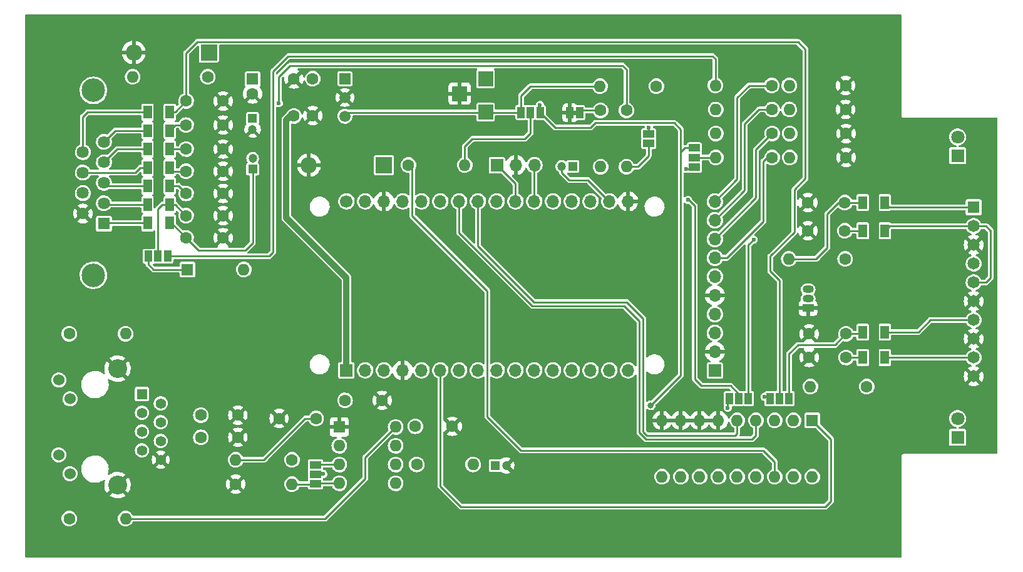
<source format=gbr>
G04 #@! TF.GenerationSoftware,KiCad,Pcbnew,(6.0.0)*
G04 #@! TF.CreationDate,2022-02-05T21:05:28-08:00*
G04 #@! TF.ProjectId,Duo2_Direwolf,44756f32-5f44-4697-9265-776f6c662e6b,rev?*
G04 #@! TF.SameCoordinates,Original*
G04 #@! TF.FileFunction,Copper,L1,Top*
G04 #@! TF.FilePolarity,Positive*
%FSLAX46Y46*%
G04 Gerber Fmt 4.6, Leading zero omitted, Abs format (unit mm)*
G04 Created by KiCad (PCBNEW (6.0.0)) date 2022-02-05 21:05:28*
%MOMM*%
%LPD*%
G01*
G04 APERTURE LIST*
G04 #@! TA.AperFunction,ComponentPad*
%ADD10R,1.600000X1.600000*%
G04 #@! TD*
G04 #@! TA.AperFunction,ComponentPad*
%ADD11O,1.600000X1.600000*%
G04 #@! TD*
G04 #@! TA.AperFunction,ComponentPad*
%ADD12C,1.600000*%
G04 #@! TD*
G04 #@! TA.AperFunction,SMDPad,CuDef*
%ADD13R,1.150000X1.800000*%
G04 #@! TD*
G04 #@! TA.AperFunction,ComponentPad*
%ADD14R,1.700000X1.700000*%
G04 #@! TD*
G04 #@! TA.AperFunction,ComponentPad*
%ADD15O,1.700000X1.700000*%
G04 #@! TD*
G04 #@! TA.AperFunction,ComponentPad*
%ADD16R,2.000000X2.000000*%
G04 #@! TD*
G04 #@! TA.AperFunction,ComponentPad*
%ADD17R,1.508000X1.508000*%
G04 #@! TD*
G04 #@! TA.AperFunction,ComponentPad*
%ADD18C,1.508000*%
G04 #@! TD*
G04 #@! TA.AperFunction,ComponentPad*
%ADD19R,1.650000X1.650000*%
G04 #@! TD*
G04 #@! TA.AperFunction,ComponentPad*
%ADD20C,1.650000*%
G04 #@! TD*
G04 #@! TA.AperFunction,ComponentPad*
%ADD21R,1.800000X1.800000*%
G04 #@! TD*
G04 #@! TA.AperFunction,ComponentPad*
%ADD22C,1.800000*%
G04 #@! TD*
G04 #@! TA.AperFunction,ComponentPad*
%ADD23C,1.700000*%
G04 #@! TD*
G04 #@! TA.AperFunction,SMDPad,CuDef*
%ADD24R,1.500000X1.000000*%
G04 #@! TD*
G04 #@! TA.AperFunction,ComponentPad*
%ADD25R,2.200000X2.200000*%
G04 #@! TD*
G04 #@! TA.AperFunction,ComponentPad*
%ADD26O,2.200000X2.200000*%
G04 #@! TD*
G04 #@! TA.AperFunction,ComponentPad*
%ADD27R,1.400000X1.400000*%
G04 #@! TD*
G04 #@! TA.AperFunction,ComponentPad*
%ADD28C,1.400000*%
G04 #@! TD*
G04 #@! TA.AperFunction,ComponentPad*
%ADD29C,1.530000*%
G04 #@! TD*
G04 #@! TA.AperFunction,ComponentPad*
%ADD30C,2.550000*%
G04 #@! TD*
G04 #@! TA.AperFunction,ComponentPad*
%ADD31R,1.200000X1.200000*%
G04 #@! TD*
G04 #@! TA.AperFunction,ComponentPad*
%ADD32C,1.200000*%
G04 #@! TD*
G04 #@! TA.AperFunction,SMDPad,CuDef*
%ADD33R,1.000000X1.500000*%
G04 #@! TD*
G04 #@! TA.AperFunction,ComponentPad*
%ADD34R,1.500000X1.050000*%
G04 #@! TD*
G04 #@! TA.AperFunction,ComponentPad*
%ADD35O,1.500000X1.050000*%
G04 #@! TD*
G04 #@! TA.AperFunction,ComponentPad*
%ADD36C,3.180000*%
G04 #@! TD*
G04 #@! TA.AperFunction,ComponentPad*
%ADD37R,1.635000X1.635000*%
G04 #@! TD*
G04 #@! TA.AperFunction,ComponentPad*
%ADD38C,1.635000*%
G04 #@! TD*
G04 #@! TA.AperFunction,ViaPad*
%ADD39C,0.600000*%
G04 #@! TD*
G04 #@! TA.AperFunction,ViaPad*
%ADD40C,0.800000*%
G04 #@! TD*
G04 #@! TA.AperFunction,Conductor*
%ADD41C,0.812800*%
G04 #@! TD*
G04 #@! TA.AperFunction,Conductor*
%ADD42C,0.254000*%
G04 #@! TD*
G04 APERTURE END LIST*
G36*
X124810000Y-89882000D02*
G01*
X124310000Y-89882000D01*
X124310000Y-89282000D01*
X124810000Y-89282000D01*
X124810000Y-89882000D01*
G37*
D10*
X92720000Y-132090000D03*
D11*
X92720000Y-134630000D03*
X92720000Y-137170000D03*
X92720000Y-139710000D03*
X100340000Y-139710000D03*
X100340000Y-137170000D03*
X100340000Y-134630000D03*
X100340000Y-132090000D03*
D12*
X161252000Y-95644000D03*
D11*
X153632000Y-95644000D03*
D12*
X164046000Y-126632000D03*
D11*
X156426000Y-126632000D03*
D12*
X151252000Y-95644000D03*
D11*
X143632000Y-95644000D03*
D13*
X69788000Y-102000000D03*
X66788000Y-102000000D03*
D12*
X103000000Y-132000000D03*
X108000000Y-132000000D03*
X131560000Y-89272000D03*
D11*
X131560000Y-96892000D03*
D12*
X161192000Y-85894000D03*
D11*
X153572000Y-85894000D03*
D12*
X161085000Y-105550000D03*
X156085000Y-105550000D03*
X151252000Y-89144000D03*
D11*
X143632000Y-89144000D03*
D12*
X161250000Y-122695000D03*
X156250000Y-122695000D03*
D14*
X143505000Y-124455000D03*
D15*
X143505000Y-121915000D03*
X143505000Y-119375000D03*
X143505000Y-116835000D03*
X143505000Y-114295000D03*
X143505000Y-111755000D03*
X143505000Y-109215000D03*
X143505000Y-106675000D03*
X143505000Y-104135000D03*
X143505000Y-101595000D03*
D13*
X69788000Y-99500000D03*
X66788000Y-99500000D03*
D10*
X80988000Y-85036888D03*
D12*
X80988000Y-87036888D03*
D16*
X112500000Y-89500000D03*
D12*
X74930000Y-84722000D03*
D11*
X64770000Y-84722000D03*
D17*
X93470000Y-84976000D03*
D18*
X93470000Y-87516000D03*
X93470000Y-90056000D03*
D12*
X135598000Y-85992000D03*
D11*
X127978000Y-85992000D03*
D12*
X151192000Y-85894000D03*
D11*
X143572000Y-85894000D03*
D19*
X178500000Y-102372500D03*
D20*
X178500000Y-104912500D03*
X178500000Y-107452500D03*
X178500000Y-109992500D03*
X178500000Y-112532500D03*
X178500000Y-115072500D03*
X178500000Y-117612500D03*
X178500000Y-120152500D03*
X178500000Y-122692500D03*
X178500000Y-125232500D03*
D21*
X176335000Y-95395000D03*
D22*
X176335000Y-92855000D03*
D16*
X109000000Y-87000000D03*
D12*
X161125000Y-109360000D03*
D11*
X153505000Y-109360000D03*
D13*
X69788000Y-92000000D03*
X66788000Y-92000000D03*
D14*
X93680000Y-124430000D03*
D23*
X93680000Y-101570000D03*
D15*
X96220000Y-124430000D03*
X96220000Y-101570000D03*
X98760000Y-124430000D03*
X98760000Y-101570000D03*
X101300000Y-124430000D03*
X101300000Y-101570000D03*
X103840000Y-124430000D03*
X103840000Y-101570000D03*
X106380000Y-124430000D03*
X106380000Y-101570000D03*
X108920000Y-124430000D03*
X108920000Y-101570000D03*
X111460000Y-124430000D03*
X111460000Y-101570000D03*
X114000000Y-124430000D03*
X114000000Y-101570000D03*
X116540000Y-124430000D03*
X116540000Y-101570000D03*
X119080000Y-124430000D03*
X119080000Y-101570000D03*
X121620000Y-124430000D03*
X121620000Y-101570000D03*
X124160000Y-124430000D03*
X124160000Y-101570000D03*
X126700000Y-124430000D03*
X126700000Y-101570000D03*
X129240000Y-124430000D03*
X129240000Y-101570000D03*
X131780000Y-124430000D03*
X131780000Y-101570000D03*
D12*
X56190000Y-144500000D03*
D11*
X63810000Y-144500000D03*
D12*
X79000000Y-130500000D03*
X74000000Y-130500000D03*
X93500000Y-128500000D03*
X98500000Y-128500000D03*
X72000000Y-106500000D03*
X77000000Y-106500000D03*
X151252000Y-92394000D03*
D11*
X143632000Y-92394000D03*
D24*
X89500000Y-137200000D03*
X89500000Y-138500000D03*
X89500000Y-139800000D03*
D12*
X103190000Y-137160000D03*
D11*
X110810000Y-137160000D03*
D12*
X89584000Y-130950000D03*
X84584000Y-130950000D03*
D25*
X75080000Y-81420000D03*
D26*
X64920000Y-81420000D03*
D27*
X66025000Y-127635000D03*
D28*
X68565000Y-128905000D03*
X66025000Y-130175000D03*
X68565000Y-131445000D03*
X66025000Y-132715000D03*
X68565000Y-133985000D03*
X66025000Y-135255000D03*
X68565000Y-136525000D03*
D29*
X54775000Y-125755000D03*
X56295000Y-128295000D03*
X54775000Y-135865000D03*
X56295000Y-138405000D03*
D30*
X62725000Y-124205000D03*
X62725000Y-139955000D03*
D24*
X134560000Y-93732000D03*
X134560000Y-92432000D03*
D31*
X124310000Y-96832000D03*
D32*
X122810000Y-96832000D03*
D12*
X161250000Y-119500000D03*
X156250000Y-119500000D03*
D33*
X148050000Y-128250000D03*
X146750000Y-128250000D03*
X145450000Y-128250000D03*
X66900000Y-109000000D03*
X68200000Y-109000000D03*
X69500000Y-109000000D03*
D13*
X69788000Y-104500000D03*
X66788000Y-104500000D03*
D12*
X128060000Y-89272000D03*
D11*
X128060000Y-96892000D03*
D25*
X98768000Y-96660000D03*
D26*
X88608000Y-96660000D03*
D13*
X69788000Y-94500000D03*
X66788000Y-94500000D03*
D12*
X161192000Y-89144000D03*
D11*
X153572000Y-89144000D03*
D31*
X81000000Y-97222599D03*
D32*
X81000000Y-95722599D03*
D12*
X86322000Y-136538000D03*
D11*
X78702000Y-136538000D03*
D13*
X66788000Y-97000000D03*
X69788000Y-97000000D03*
D12*
X89116000Y-84976000D03*
X89116000Y-89976000D03*
X72000000Y-94500000D03*
X77000000Y-94500000D03*
D10*
X72190000Y-110800000D03*
D11*
X79810000Y-110800000D03*
D12*
X161085000Y-101740000D03*
X156085000Y-101740000D03*
X78702000Y-139840000D03*
D11*
X86322000Y-139840000D03*
D12*
X72000000Y-91250000D03*
X77000000Y-91250000D03*
X72000000Y-88000000D03*
X77000000Y-88000000D03*
D24*
X140752000Y-96944000D03*
X140752000Y-95644000D03*
X140752000Y-94344000D03*
D21*
X176335000Y-133495000D03*
D22*
X176335000Y-130955000D03*
D12*
X72000000Y-97500000D03*
X77000000Y-97500000D03*
X56190000Y-119500000D03*
D11*
X63810000Y-119500000D03*
D14*
X114023000Y-96660000D03*
D15*
X116563000Y-96660000D03*
X119103000Y-96660000D03*
D34*
X156110000Y-116020000D03*
D35*
X156110000Y-114750000D03*
X156110000Y-113480000D03*
D12*
X72000000Y-100500000D03*
X77000000Y-100500000D03*
D13*
X166500000Y-119250000D03*
X163500000Y-119250000D03*
D16*
X112500000Y-85000000D03*
D12*
X86576000Y-90016000D03*
X86576000Y-85016000D03*
D13*
X66788000Y-89500000D03*
X69788000Y-89500000D03*
X166500000Y-101740000D03*
X163500000Y-101740000D03*
D33*
X117280000Y-89548000D03*
X118580000Y-89548000D03*
X119880000Y-89548000D03*
D36*
X59467500Y-86560000D03*
X59467500Y-111560000D03*
D37*
X60887500Y-104600000D03*
D38*
X60887500Y-101830000D03*
X60887500Y-99060000D03*
X60887500Y-96290000D03*
X60887500Y-93520000D03*
X58047500Y-103215000D03*
X58047500Y-100445000D03*
X58047500Y-97675000D03*
X58047500Y-94905000D03*
D31*
X80988000Y-90349401D03*
D32*
X80988000Y-91849401D03*
D12*
X74000000Y-133500000D03*
X79000000Y-133500000D03*
X72000000Y-103500000D03*
X77000000Y-103500000D03*
D13*
X166500000Y-105550000D03*
X163500000Y-105550000D03*
D33*
X123910000Y-89582000D03*
X125210000Y-89582000D03*
D12*
X102070000Y-96660000D03*
D11*
X109690000Y-96660000D03*
D13*
X166500000Y-122695000D03*
X163500000Y-122695000D03*
D31*
X113793401Y-137300000D03*
D32*
X115293401Y-137300000D03*
D33*
X153550000Y-128250000D03*
X152250000Y-128250000D03*
X150950000Y-128250000D03*
D12*
X161252000Y-92394000D03*
D11*
X153632000Y-92394000D03*
D10*
X156680000Y-131204000D03*
D11*
X154140000Y-131204000D03*
X151600000Y-131204000D03*
X149060000Y-131204000D03*
X146520000Y-131204000D03*
X143980000Y-131204000D03*
X141440000Y-131204000D03*
X138900000Y-131204000D03*
X136360000Y-131204000D03*
X136360000Y-138824000D03*
X138900000Y-138824000D03*
X141440000Y-138824000D03*
X143980000Y-138824000D03*
X146520000Y-138824000D03*
X149060000Y-138824000D03*
X151600000Y-138824000D03*
X154140000Y-138824000D03*
X156680000Y-138824000D03*
D39*
X139000000Y-76500000D03*
X103000000Y-147500000D03*
X51000000Y-102500000D03*
X167000000Y-81000000D03*
X170000000Y-100500000D03*
X51000000Y-130500000D03*
X127000000Y-76500000D03*
X137500000Y-93500000D03*
X164000000Y-134500000D03*
X167000000Y-132500000D03*
X151000000Y-81000000D03*
X91000000Y-76500000D03*
X139000000Y-149500000D03*
X170000000Y-127000000D03*
X134000000Y-98500000D03*
X75000000Y-78500000D03*
X82000000Y-133500000D03*
X143000000Y-76500000D03*
X157500000Y-92500000D03*
X173000000Y-121000000D03*
X107000000Y-76500000D03*
X51000000Y-76500000D03*
X114000000Y-107500000D03*
X83000000Y-147500000D03*
X173000000Y-119000000D03*
X95000000Y-147500000D03*
X87000000Y-76500000D03*
X131000000Y-81000000D03*
X170000000Y-113500000D03*
X89500000Y-128500000D03*
X135000000Y-149500000D03*
X82000000Y-121500000D03*
X79000000Y-149500000D03*
X115000000Y-76500000D03*
X110500000Y-140000000D03*
X139000000Y-129000000D03*
X147000000Y-105500000D03*
X123000000Y-84500000D03*
X120500000Y-122000000D03*
X82000000Y-127500000D03*
X173000000Y-127000000D03*
X55000000Y-147500000D03*
X128000000Y-122000000D03*
X156800000Y-135400000D03*
X147000000Y-149500000D03*
X98000000Y-137500000D03*
X173000000Y-116500000D03*
X93000000Y-93200000D03*
X111000000Y-147500000D03*
X51000000Y-94500000D03*
X148000000Y-89000000D03*
X51000000Y-78500000D03*
X107000000Y-97000000D03*
X122000000Y-87500000D03*
X164000000Y-132500000D03*
X71336000Y-137808000D03*
X91000000Y-105500000D03*
X75000000Y-124500000D03*
X170000000Y-134500000D03*
X51000000Y-114500000D03*
X96000000Y-113500000D03*
X170000000Y-106500000D03*
X127000000Y-78500000D03*
X139000000Y-86000000D03*
X157500000Y-99000000D03*
X178500000Y-94000000D03*
X158500000Y-110000000D03*
X75000000Y-127500000D03*
X155000000Y-78500000D03*
X119000000Y-76500000D03*
X170000000Y-94000000D03*
X115000000Y-78500000D03*
X147000000Y-76500000D03*
X59652000Y-133744000D03*
X136000000Y-118500000D03*
X163000000Y-149500000D03*
X64224000Y-133744000D03*
X139000000Y-81000000D03*
X161000000Y-99000000D03*
X163000000Y-147500000D03*
X159000000Y-78500000D03*
X87000000Y-147500000D03*
X101000000Y-122000000D03*
X51000000Y-118500000D03*
X139000000Y-78500000D03*
X155000000Y-149500000D03*
X128000000Y-93200000D03*
X85000000Y-107000000D03*
X67000000Y-78500000D03*
X108500000Y-107500000D03*
X128000000Y-113500000D03*
X99000000Y-91000000D03*
X64224000Y-130000000D03*
X126000000Y-132500000D03*
X131000000Y-78500000D03*
X170000000Y-97500000D03*
X151000000Y-76500000D03*
X173000000Y-132500000D03*
X107000000Y-93200000D03*
X167000000Y-147500000D03*
X63000000Y-76500000D03*
X63000000Y-147500000D03*
X151000000Y-78500000D03*
X154000000Y-135400000D03*
X101000000Y-107500000D03*
X167000000Y-76500000D03*
X123000000Y-147500000D03*
X64000000Y-96000000D03*
X107000000Y-149500000D03*
X83000000Y-149500000D03*
X129500000Y-140000000D03*
X87500000Y-125000000D03*
X170000000Y-124000000D03*
X155000000Y-147500000D03*
X133500000Y-113500000D03*
X99000000Y-76500000D03*
X123000000Y-122000000D03*
X131000000Y-149500000D03*
X161000000Y-132500000D03*
X99000000Y-147500000D03*
X159000000Y-81000000D03*
X104000000Y-134500000D03*
X135000000Y-78500000D03*
X87000000Y-78500000D03*
X143600000Y-98600000D03*
X130500000Y-118500000D03*
X99000000Y-81000000D03*
X67000000Y-149500000D03*
X63000000Y-78500000D03*
X135000000Y-83500000D03*
X170000000Y-91500000D03*
X59000000Y-78500000D03*
X86600000Y-93200000D03*
X123000000Y-81000000D03*
X110000000Y-122000000D03*
X135000000Y-147500000D03*
X99000000Y-87000000D03*
X111000000Y-149500000D03*
X173000000Y-103500000D03*
X167000000Y-149500000D03*
X170000000Y-110000000D03*
X123000000Y-76500000D03*
X91000000Y-78500000D03*
X151000000Y-147500000D03*
X173000000Y-94000000D03*
X106000000Y-113500000D03*
X161000000Y-129500000D03*
X139000000Y-147500000D03*
X161000000Y-134500000D03*
X161000000Y-126500000D03*
X116500000Y-132000000D03*
X170000000Y-103500000D03*
X51000000Y-122500000D03*
X103000000Y-76500000D03*
X155600000Y-137000000D03*
X79000000Y-147500000D03*
X117500000Y-122000000D03*
X178500000Y-98500000D03*
X128000000Y-107500000D03*
X173000000Y-113500000D03*
X95000000Y-76500000D03*
X157500000Y-86000000D03*
X180500000Y-131500000D03*
X107000000Y-147500000D03*
X83000000Y-78500000D03*
X87000000Y-149500000D03*
X143000000Y-147500000D03*
X127000000Y-149500000D03*
X93000000Y-96500000D03*
X111000000Y-76500000D03*
X115000000Y-147500000D03*
X155000000Y-76500000D03*
X64000000Y-111800000D03*
X63000000Y-149500000D03*
X59000000Y-76500000D03*
X96000000Y-107500000D03*
X67000000Y-147500000D03*
X71000000Y-147500000D03*
X51000000Y-110500000D03*
X114500000Y-113500000D03*
X51000000Y-149500000D03*
X123000000Y-149500000D03*
X103000000Y-78500000D03*
X159000000Y-147500000D03*
X131000000Y-76500000D03*
X99000000Y-78500000D03*
X51000000Y-90500000D03*
X71000000Y-78500000D03*
X74892000Y-137808000D03*
X114000000Y-122000000D03*
X71500000Y-121000000D03*
X167000000Y-129500000D03*
X74892000Y-142888000D03*
X147000000Y-78500000D03*
X167500000Y-87000000D03*
X135000000Y-76500000D03*
X118000000Y-128500000D03*
X59000000Y-147500000D03*
X120000000Y-113500000D03*
X75000000Y-149500000D03*
X60000000Y-141000000D03*
X85000000Y-113500000D03*
X143000000Y-78500000D03*
X90500000Y-113500000D03*
X96000000Y-122000000D03*
X104000000Y-140000000D03*
X110500000Y-134500000D03*
X51000000Y-98500000D03*
X71000000Y-149500000D03*
X125500000Y-122000000D03*
X55000000Y-149500000D03*
X173000000Y-106500000D03*
X51000000Y-86500000D03*
X75000000Y-76500000D03*
X119000000Y-149500000D03*
X99000000Y-149500000D03*
X95000000Y-149500000D03*
X91000000Y-149500000D03*
X155200000Y-133600000D03*
X139000000Y-89500000D03*
X51000000Y-147500000D03*
X91000000Y-147500000D03*
X51000000Y-126500000D03*
X71500000Y-124500000D03*
X75000000Y-147500000D03*
X103000000Y-149500000D03*
X119000000Y-78500000D03*
X75000000Y-121000000D03*
X96000000Y-132500000D03*
X111000000Y-78500000D03*
X159000000Y-149500000D03*
X152800000Y-99000000D03*
X55000000Y-94500000D03*
X55000000Y-86500000D03*
X115000000Y-149500000D03*
X59000000Y-149500000D03*
X64000000Y-98500000D03*
X123000000Y-78500000D03*
X107000000Y-81000000D03*
X71336000Y-142888000D03*
X107000000Y-78500000D03*
X164000000Y-129500000D03*
X149500000Y-118500000D03*
X55000000Y-76500000D03*
X55000000Y-78500000D03*
X163000000Y-78500000D03*
X79000000Y-78500000D03*
X126000000Y-128500000D03*
X83000000Y-76500000D03*
X151000000Y-149500000D03*
X71000000Y-76500000D03*
X71500000Y-127500000D03*
X67000000Y-76500000D03*
X143000000Y-149500000D03*
X173000000Y-130000000D03*
X101000000Y-113500000D03*
X104000000Y-128500000D03*
X173000000Y-100500000D03*
X95000000Y-78500000D03*
X180500000Y-134500000D03*
X173000000Y-134500000D03*
X167000000Y-134500000D03*
X131000000Y-147500000D03*
X55000000Y-90500000D03*
X59652000Y-130000000D03*
X119000000Y-147500000D03*
X64000000Y-107500000D03*
X147000000Y-147500000D03*
X173000000Y-91500000D03*
X115000000Y-81000000D03*
X51000000Y-134500000D03*
X107000000Y-91000000D03*
X79000000Y-76500000D03*
X163000000Y-76500000D03*
X120600000Y-93200000D03*
X51000000Y-138500000D03*
X170000000Y-132500000D03*
X159000000Y-76500000D03*
X170000000Y-116500000D03*
X106000000Y-122000000D03*
X51000000Y-142500000D03*
X91000000Y-81000000D03*
X120000000Y-107500000D03*
X173000000Y-97500000D03*
X60000000Y-119500000D03*
X127000000Y-147500000D03*
X110500000Y-128500000D03*
X173000000Y-124000000D03*
X118000000Y-140000000D03*
X51000000Y-106500000D03*
X167000000Y-78500000D03*
X134582000Y-91580000D03*
X84544000Y-88278000D03*
D40*
X134836000Y-129172000D03*
D39*
X119850000Y-88532000D03*
X139662000Y-97168000D03*
X148750000Y-106750000D03*
X90557000Y-138443000D03*
X139873489Y-101373489D03*
X145250000Y-129500000D03*
X150250000Y-128000000D03*
D41*
X86108000Y-90016000D02*
X86576000Y-90016000D01*
D42*
X118580000Y-85992000D02*
X117280000Y-87292000D01*
X93470000Y-90056000D02*
X93978000Y-89548000D01*
D41*
X85560000Y-90564000D02*
X86108000Y-90016000D01*
D42*
X127978000Y-85992000D02*
X118580000Y-85992000D01*
D41*
X93680000Y-111892000D02*
X85560000Y-103772000D01*
D42*
X117280000Y-87292000D02*
X117280000Y-89548000D01*
D41*
X85560000Y-103772000D02*
X85560000Y-90564000D01*
D42*
X93978000Y-89548000D02*
X117280000Y-89548000D01*
D41*
X93680000Y-124430000D02*
X93680000Y-111892000D01*
D42*
X153505000Y-109360000D02*
X157110000Y-109360000D01*
X158712000Y-107836000D02*
X158712000Y-103264000D01*
X63810000Y-144500000D02*
X90806000Y-144500000D01*
X96228000Y-139078000D02*
X96228000Y-136202000D01*
X160236000Y-101740000D02*
X161085000Y-101740000D01*
X158712000Y-103264000D02*
X160236000Y-101740000D01*
X90806000Y-144500000D02*
X96228000Y-139078000D01*
X157188000Y-109360000D02*
X158712000Y-107836000D01*
X157110000Y-109360000D02*
X157188000Y-109360000D01*
X163500000Y-101740000D02*
X161085000Y-101740000D01*
X96228000Y-136202000D02*
X100340000Y-132090000D01*
X73700000Y-108200000D02*
X80000000Y-108200000D01*
X70000000Y-104500000D02*
X69788000Y-104500000D01*
X72000000Y-106500000D02*
X70000000Y-104500000D01*
X72000000Y-106500000D02*
X73700000Y-108200000D01*
X81000000Y-107200000D02*
X81000000Y-97222599D01*
X80000000Y-108200000D02*
X81000000Y-107200000D01*
X85814000Y-81928000D02*
X83782000Y-83960000D01*
X83200000Y-109000000D02*
X83782000Y-108418000D01*
X143572000Y-85894000D02*
X143572000Y-82282000D01*
X69500000Y-109000000D02*
X83200000Y-109000000D01*
X83782000Y-83960000D02*
X83782000Y-108418000D01*
X163500000Y-122695000D02*
X161250000Y-122695000D01*
X143218000Y-81928000D02*
X85814000Y-81928000D01*
X143572000Y-82282000D02*
X143218000Y-81928000D01*
X131026000Y-83198000D02*
X86068000Y-83198000D01*
X131560000Y-89272000D02*
X131560000Y-83732000D01*
X72000000Y-91250000D02*
X70538000Y-91250000D01*
X86068000Y-83198000D02*
X84544000Y-84722000D01*
X134582000Y-91580000D02*
X134582000Y-92410000D01*
X70538000Y-91250000D02*
X69788000Y-92000000D01*
X134582000Y-92410000D02*
X134560000Y-92432000D01*
X84544000Y-84722000D02*
X84544000Y-88278000D01*
X131560000Y-83732000D02*
X131026000Y-83198000D01*
X138900000Y-91834000D02*
X138019489Y-90953489D01*
X139438000Y-94344000D02*
X138900000Y-94882000D01*
X140752000Y-94344000D02*
X139438000Y-94344000D01*
X127334511Y-90953489D02*
X126708000Y-91580000D01*
X138900000Y-125108000D02*
X138900000Y-94882000D01*
X138900000Y-94882000D02*
X138900000Y-91834000D01*
X119850000Y-89518000D02*
X119880000Y-89548000D01*
X126708000Y-91580000D02*
X121912000Y-91580000D01*
X134836000Y-129172000D02*
X138900000Y-125108000D01*
X138019489Y-90953489D02*
X127334511Y-90953489D01*
X119850000Y-88532000D02*
X119850000Y-89518000D01*
X121912000Y-91580000D02*
X119880000Y-89548000D01*
X117310000Y-135268000D02*
X112738000Y-130696000D01*
X70908000Y-99500000D02*
X69788000Y-99500000D01*
X151600000Y-138824000D02*
X151600000Y-136792000D01*
X151600000Y-136792000D02*
X150076000Y-135268000D01*
X102578000Y-103518000D02*
X102578000Y-97168000D01*
X102578000Y-97168000D02*
X102070000Y-96660000D01*
X112738000Y-113678000D02*
X102578000Y-103518000D01*
X72000000Y-100500000D02*
X70954000Y-99454000D01*
X112738000Y-130696000D02*
X112738000Y-113678000D01*
X150076000Y-135268000D02*
X117310000Y-135268000D01*
X70954000Y-99454000D02*
X70908000Y-99500000D01*
X89584000Y-130950000D02*
X88100000Y-130950000D01*
X88100000Y-130950000D02*
X82512000Y-136538000D01*
X82512000Y-136538000D02*
X78702000Y-136538000D01*
X178500000Y-102372500D02*
X167132500Y-102372500D01*
X167132500Y-102372500D02*
X166500000Y-101740000D01*
X134560000Y-95412000D02*
X134560000Y-93732000D01*
X133080000Y-96892000D02*
X134560000Y-95412000D01*
X131560000Y-96892000D02*
X133080000Y-96892000D01*
X129240000Y-101570000D02*
X126362000Y-98692000D01*
X122810000Y-97680528D02*
X122810000Y-96832000D01*
X126362000Y-98692000D02*
X123821472Y-98692000D01*
X123821472Y-98692000D02*
X122810000Y-97680528D01*
X68200000Y-102600000D02*
X68800000Y-102000000D01*
X72000000Y-103500000D02*
X70500000Y-102000000D01*
X70500000Y-102000000D02*
X69788000Y-102000000D01*
X68200000Y-109000000D02*
X68200000Y-102600000D01*
X68800000Y-102000000D02*
X69788000Y-102000000D01*
X163250000Y-119500000D02*
X163500000Y-119250000D01*
X154750000Y-121000000D02*
X153550000Y-122200000D01*
X159750000Y-121000000D02*
X161250000Y-119500000D01*
X153550000Y-122200000D02*
X153550000Y-128250000D01*
X161250000Y-119500000D02*
X163250000Y-119500000D01*
X159750000Y-121000000D02*
X154750000Y-121000000D01*
X139662000Y-97168000D02*
X140528000Y-97168000D01*
X140528000Y-97168000D02*
X140752000Y-96944000D01*
X72000000Y-94500000D02*
X69788000Y-94500000D01*
X148750000Y-106750000D02*
X148050000Y-107450000D01*
X148050000Y-107450000D02*
X148050000Y-128250000D01*
X66900000Y-110100000D02*
X66900000Y-109000000D01*
X67600000Y-110800000D02*
X66900000Y-110100000D01*
X72190000Y-110800000D02*
X67600000Y-110800000D01*
X166500000Y-119250000D02*
X171000000Y-119250000D01*
X172637500Y-117612500D02*
X178500000Y-117612500D01*
X171000000Y-119250000D02*
X172637500Y-117612500D01*
X163500000Y-105550000D02*
X161085000Y-105550000D01*
X178500000Y-122692500D02*
X166502500Y-122692500D01*
X166502500Y-122692500D02*
X166500000Y-122695000D01*
X116540000Y-101570000D02*
X116540000Y-99177000D01*
X116540000Y-99177000D02*
X114023000Y-96660000D01*
X119080000Y-101570000D02*
X119080000Y-96683000D01*
X119080000Y-96683000D02*
X119103000Y-96660000D01*
X178500000Y-104912500D02*
X167137500Y-104912500D01*
X180810000Y-105550000D02*
X180810000Y-111900000D01*
X180810000Y-111900000D02*
X180177500Y-112532500D01*
X167137500Y-104912500D02*
X166500000Y-105550000D01*
X180177500Y-112532500D02*
X178500000Y-112532500D01*
X180172500Y-104912500D02*
X180810000Y-105550000D01*
X178500000Y-104912500D02*
X180172500Y-104912500D01*
X60987500Y-104500000D02*
X66788000Y-104500000D01*
X60887500Y-104600000D02*
X60987500Y-104500000D01*
X60887500Y-101830000D02*
X61057500Y-102000000D01*
X61057500Y-102000000D02*
X66788000Y-102000000D01*
X90557000Y-138443000D02*
X89557000Y-138443000D01*
X89557000Y-138443000D02*
X89500000Y-138500000D01*
X143632000Y-95644000D02*
X140752000Y-95644000D01*
X60887500Y-99060000D02*
X61327500Y-99500000D01*
X61327500Y-99500000D02*
X66788000Y-99500000D01*
X143505000Y-109215000D02*
X145141000Y-109215000D01*
X150076000Y-96152000D02*
X150584000Y-95644000D01*
X150076000Y-104280000D02*
X150076000Y-96152000D01*
X150584000Y-95644000D02*
X151252000Y-95644000D01*
X145141000Y-109215000D02*
X150076000Y-104280000D01*
X60887500Y-96290000D02*
X62677500Y-94500000D01*
X62677500Y-94500000D02*
X66788000Y-94500000D01*
X62407500Y-92000000D02*
X66788000Y-92000000D01*
X60887500Y-93520000D02*
X62407500Y-92000000D01*
X158458000Y-142888000D02*
X159220000Y-142126000D01*
X159220000Y-142126000D02*
X159220000Y-133744000D01*
X109182000Y-142888000D02*
X158458000Y-142888000D01*
X106380000Y-140086000D02*
X109182000Y-142888000D01*
X159220000Y-133744000D02*
X156680000Y-131204000D01*
X106380000Y-124430000D02*
X106380000Y-140086000D01*
X148552000Y-133744000D02*
X149060000Y-133236000D01*
X108920000Y-101570000D02*
X108920000Y-105796000D01*
X108920000Y-105796000D02*
X118834000Y-115710000D01*
X133312000Y-132861374D02*
X134194626Y-133744000D01*
X131280000Y-115710000D02*
X133312000Y-117742000D01*
X118834000Y-115710000D02*
X131280000Y-115710000D01*
X149060000Y-133236000D02*
X149060000Y-131204000D01*
X133312000Y-117742000D02*
X133312000Y-132861374D01*
X134194626Y-133744000D02*
X148552000Y-133744000D01*
X133820000Y-132728000D02*
X133820000Y-117420000D01*
X111460000Y-101570000D02*
X111460000Y-107574000D01*
X131602000Y-115202000D02*
X119088000Y-115202000D01*
X134328000Y-133236000D02*
X146266000Y-133236000D01*
X146520000Y-132982000D02*
X146520000Y-131204000D01*
X146266000Y-133236000D02*
X146520000Y-132982000D01*
X133820000Y-132728000D02*
X134328000Y-133236000D01*
X133820000Y-117420000D02*
X131602000Y-115202000D01*
X111460000Y-107574000D02*
X119088000Y-115202000D01*
X65135000Y-97675000D02*
X58047500Y-97675000D01*
X65810000Y-97000000D02*
X65135000Y-97675000D01*
X65810000Y-97000000D02*
X66788000Y-97000000D01*
X58047500Y-90136500D02*
X58684000Y-89500000D01*
X58684000Y-89500000D02*
X66788000Y-89500000D01*
X58047500Y-94905000D02*
X58047500Y-90136500D01*
X128060000Y-89272000D02*
X125520000Y-89272000D01*
X125520000Y-89272000D02*
X125210000Y-89582000D01*
X109690000Y-94120000D02*
X110706000Y-93104000D01*
X109690000Y-96660000D02*
X109690000Y-94120000D01*
X117818000Y-93104000D02*
X118580000Y-92342000D01*
X110706000Y-93104000D02*
X117818000Y-93104000D01*
X118580000Y-92342000D02*
X118580000Y-89548000D01*
X149060000Y-94586000D02*
X151252000Y-92394000D01*
X143505000Y-106675000D02*
X149060000Y-101120000D01*
X149060000Y-101120000D02*
X149060000Y-94586000D01*
X147536000Y-91072000D02*
X149464000Y-89144000D01*
X149464000Y-89144000D02*
X151252000Y-89144000D01*
X147536000Y-100104000D02*
X147536000Y-91072000D01*
X143505000Y-104135000D02*
X147536000Y-100104000D01*
X148142000Y-85894000D02*
X151192000Y-85894000D01*
X146520000Y-98580000D02*
X146520000Y-87516000D01*
X146520000Y-87516000D02*
X148142000Y-85894000D01*
X143505000Y-101595000D02*
X146520000Y-98580000D01*
X146750000Y-128250000D02*
X146750000Y-127646978D01*
X140800000Y-125600000D02*
X140800000Y-102200000D01*
X141700000Y-126500000D02*
X140800000Y-125600000D01*
X145603022Y-126500000D02*
X141700000Y-126500000D01*
X72000000Y-97500000D02*
X70288000Y-97500000D01*
X70288000Y-97500000D02*
X69788000Y-97000000D01*
X146750000Y-127646978D02*
X145603022Y-126500000D01*
X139973489Y-101373489D02*
X139873489Y-101373489D01*
X140800000Y-102200000D02*
X139973489Y-101373489D01*
X73506511Y-79993489D02*
X72000000Y-81500000D01*
X154743489Y-79993489D02*
X73506511Y-79993489D01*
X72000000Y-81500000D02*
X72000000Y-88000000D01*
X154250000Y-100000000D02*
X155750000Y-98500000D01*
X155750000Y-81000000D02*
X154743489Y-79993489D01*
X155750000Y-98500000D02*
X155750000Y-81000000D01*
X151000000Y-109000000D02*
X154250000Y-105750000D01*
X151000000Y-111000000D02*
X151000000Y-109000000D01*
X70500000Y-89500000D02*
X69788000Y-89500000D01*
X152250000Y-112250000D02*
X151000000Y-111000000D01*
X152250000Y-128250000D02*
X152250000Y-112250000D01*
X154250000Y-105750000D02*
X154250000Y-100000000D01*
X72000000Y-88000000D02*
X70500000Y-89500000D01*
X145250000Y-129500000D02*
X145250000Y-128450000D01*
X145250000Y-128450000D02*
X145450000Y-128250000D01*
X150250000Y-128000000D02*
X150700000Y-128000000D01*
X150700000Y-128000000D02*
X150950000Y-128250000D01*
X89530000Y-137170000D02*
X89500000Y-137200000D01*
X92720000Y-137170000D02*
X89530000Y-137170000D01*
X86322000Y-139840000D02*
X89460000Y-139840000D01*
X89590000Y-139710000D02*
X89500000Y-139800000D01*
X89460000Y-139840000D02*
X89500000Y-139800000D01*
X92720000Y-139710000D02*
X89590000Y-139710000D01*
G04 #@! TA.AperFunction,Conductor*
G36*
X168688121Y-76274002D02*
G01*
X168734614Y-76327658D01*
X168746000Y-76380000D01*
X168746000Y-89962575D01*
X168743579Y-89987153D01*
X168741024Y-90000000D01*
X168745273Y-90021359D01*
X168746000Y-90025015D01*
X168746000Y-90025017D01*
X168750091Y-90045586D01*
X168757791Y-90084295D01*
X168760737Y-90099106D01*
X168767629Y-90109421D01*
X168767630Y-90109423D01*
X168804056Y-90163938D01*
X168816876Y-90183124D01*
X168900894Y-90239263D01*
X168969378Y-90252885D01*
X169000000Y-90258976D01*
X169012847Y-90256421D01*
X169037425Y-90254000D01*
X181620000Y-90254000D01*
X181688121Y-90274002D01*
X181734614Y-90327658D01*
X181746000Y-90380000D01*
X181746000Y-135620000D01*
X181725998Y-135688121D01*
X181672342Y-135734614D01*
X181620000Y-135746000D01*
X169037425Y-135746000D01*
X169012847Y-135743579D01*
X169000000Y-135741024D01*
X168900894Y-135760737D01*
X168816876Y-135816876D01*
X168809983Y-135827192D01*
X168773064Y-135882446D01*
X168760737Y-135900894D01*
X168758316Y-135913064D01*
X168758316Y-135913065D01*
X168749203Y-135958885D01*
X168748792Y-135960949D01*
X168741024Y-136000000D01*
X168743445Y-136012170D01*
X168743579Y-136012844D01*
X168746000Y-136037425D01*
X168746000Y-149620000D01*
X168725998Y-149688121D01*
X168672342Y-149734614D01*
X168620000Y-149746000D01*
X50380000Y-149746000D01*
X50311879Y-149725998D01*
X50265386Y-149672342D01*
X50254000Y-149620000D01*
X50254000Y-144485206D01*
X55130501Y-144485206D01*
X55147806Y-144691278D01*
X55204807Y-144890066D01*
X55207625Y-144895548D01*
X55207626Y-144895552D01*
X55296514Y-145068509D01*
X55296517Y-145068513D01*
X55299334Y-145073995D01*
X55427786Y-145236061D01*
X55585271Y-145370091D01*
X55765789Y-145470980D01*
X55962466Y-145534884D01*
X56167809Y-145559370D01*
X56173944Y-145558898D01*
X56173946Y-145558898D01*
X56367856Y-145543977D01*
X56367860Y-145543976D01*
X56373998Y-145543504D01*
X56573178Y-145487892D01*
X56578682Y-145485112D01*
X56578684Y-145485111D01*
X56752262Y-145397431D01*
X56752264Y-145397430D01*
X56757763Y-145394652D01*
X56920722Y-145267334D01*
X56924748Y-145262670D01*
X56924751Y-145262667D01*
X57051819Y-145115457D01*
X57051820Y-145115455D01*
X57055848Y-145110789D01*
X57157995Y-144930979D01*
X57213544Y-144763992D01*
X57221325Y-144740601D01*
X57221326Y-144740598D01*
X57223270Y-144734753D01*
X57249189Y-144529586D01*
X57249602Y-144500000D01*
X57248151Y-144485206D01*
X62750501Y-144485206D01*
X62767806Y-144691278D01*
X62824807Y-144890066D01*
X62827625Y-144895548D01*
X62827626Y-144895552D01*
X62916514Y-145068509D01*
X62916517Y-145068513D01*
X62919334Y-145073995D01*
X63047786Y-145236061D01*
X63205271Y-145370091D01*
X63385789Y-145470980D01*
X63582466Y-145534884D01*
X63787809Y-145559370D01*
X63793944Y-145558898D01*
X63793946Y-145558898D01*
X63987856Y-145543977D01*
X63987860Y-145543976D01*
X63993998Y-145543504D01*
X64193178Y-145487892D01*
X64198682Y-145485112D01*
X64198684Y-145485111D01*
X64372262Y-145397431D01*
X64372264Y-145397430D01*
X64377763Y-145394652D01*
X64540722Y-145267334D01*
X64544748Y-145262670D01*
X64544751Y-145262667D01*
X64671819Y-145115457D01*
X64671820Y-145115455D01*
X64675848Y-145110789D01*
X64769881Y-144945263D01*
X64820921Y-144895912D01*
X64879437Y-144881500D01*
X90751865Y-144881500D01*
X90776164Y-144884086D01*
X90777602Y-144884154D01*
X90787780Y-144886345D01*
X90821341Y-144882373D01*
X90827320Y-144882021D01*
X90827312Y-144881928D01*
X90832490Y-144881500D01*
X90837692Y-144881500D01*
X90856846Y-144878312D01*
X90862704Y-144877478D01*
X90879318Y-144875512D01*
X90903567Y-144872642D01*
X90903568Y-144872642D01*
X90913907Y-144871418D01*
X90922206Y-144867433D01*
X90931283Y-144865922D01*
X90976651Y-144841442D01*
X90981914Y-144838761D01*
X91021250Y-144819873D01*
X91021254Y-144819870D01*
X91028398Y-144816440D01*
X91032692Y-144812830D01*
X91034624Y-144810898D01*
X91036573Y-144809111D01*
X91036626Y-144809082D01*
X91036745Y-144809212D01*
X91037313Y-144808711D01*
X91043057Y-144805612D01*
X91079868Y-144765790D01*
X91083297Y-144762225D01*
X96150317Y-139695206D01*
X99280501Y-139695206D01*
X99281743Y-139710000D01*
X99296263Y-139882898D01*
X99297806Y-139901278D01*
X99354807Y-140100066D01*
X99357625Y-140105548D01*
X99357626Y-140105552D01*
X99446514Y-140278509D01*
X99446517Y-140278513D01*
X99449334Y-140283995D01*
X99577786Y-140446061D01*
X99582479Y-140450055D01*
X99582480Y-140450056D01*
X99714051Y-140562031D01*
X99735271Y-140580091D01*
X99915789Y-140680980D01*
X100112466Y-140744884D01*
X100317809Y-140769370D01*
X100323944Y-140768898D01*
X100323946Y-140768898D01*
X100517856Y-140753977D01*
X100517860Y-140753976D01*
X100523998Y-140753504D01*
X100723178Y-140697892D01*
X100728682Y-140695112D01*
X100728684Y-140695111D01*
X100902262Y-140607431D01*
X100902264Y-140607430D01*
X100907763Y-140604652D01*
X101070722Y-140477334D01*
X101074748Y-140472670D01*
X101074751Y-140472667D01*
X101201819Y-140325457D01*
X101201820Y-140325455D01*
X101205848Y-140320789D01*
X101267637Y-140212022D01*
X101304950Y-140146340D01*
X101304952Y-140146336D01*
X101307995Y-140140979D01*
X101373270Y-139944753D01*
X101399189Y-139739586D01*
X101399602Y-139710000D01*
X101379422Y-139504189D01*
X101319651Y-139306217D01*
X101270018Y-139212871D01*
X101225459Y-139129067D01*
X101225457Y-139129064D01*
X101222565Y-139123625D01*
X101218674Y-139118855D01*
X101218672Y-139118851D01*
X101095758Y-138968143D01*
X101095755Y-138968140D01*
X101091863Y-138963368D01*
X101086850Y-138959221D01*
X100937271Y-138835478D01*
X100937266Y-138835475D01*
X100932522Y-138831550D01*
X100927103Y-138828620D01*
X100927100Y-138828618D01*
X100756032Y-138736122D01*
X100756027Y-138736120D01*
X100750612Y-138733192D01*
X100553063Y-138672040D01*
X100546938Y-138671396D01*
X100546937Y-138671396D01*
X100353526Y-138651068D01*
X100353524Y-138651068D01*
X100347397Y-138650424D01*
X100221229Y-138661906D01*
X100147591Y-138668607D01*
X100147590Y-138668607D01*
X100141450Y-138669166D01*
X99943066Y-138727554D01*
X99937601Y-138730411D01*
X99765261Y-138820508D01*
X99765257Y-138820511D01*
X99759801Y-138823363D01*
X99598635Y-138952943D01*
X99465708Y-139111360D01*
X99366082Y-139292578D01*
X99303553Y-139489696D01*
X99302867Y-139495813D01*
X99302866Y-139495817D01*
X99285628Y-139649500D01*
X99280501Y-139695206D01*
X96150317Y-139695206D01*
X96459479Y-139386044D01*
X96478495Y-139370685D01*
X96479556Y-139369719D01*
X96488304Y-139364071D01*
X96509229Y-139337528D01*
X96513206Y-139333053D01*
X96513135Y-139332992D01*
X96516488Y-139329035D01*
X96520171Y-139325352D01*
X96531455Y-139309561D01*
X96535018Y-139304815D01*
X96560488Y-139272507D01*
X96560489Y-139272506D01*
X96566934Y-139264330D01*
X96569985Y-139255643D01*
X96575334Y-139248157D01*
X96590099Y-139198786D01*
X96591933Y-139193141D01*
X96596130Y-139181190D01*
X96609016Y-139144498D01*
X96609500Y-139138909D01*
X96609500Y-139136198D01*
X96609615Y-139133531D01*
X96609634Y-139133468D01*
X96609808Y-139133475D01*
X96609855Y-139132729D01*
X96611725Y-139126476D01*
X96609597Y-139072322D01*
X96609500Y-139067375D01*
X96609500Y-137155206D01*
X99280501Y-137155206D01*
X99281538Y-137167554D01*
X99293465Y-137309580D01*
X99297806Y-137361278D01*
X99354807Y-137560066D01*
X99357625Y-137565548D01*
X99357626Y-137565552D01*
X99446514Y-137738509D01*
X99446517Y-137738513D01*
X99449334Y-137743995D01*
X99577786Y-137906061D01*
X99582479Y-137910055D01*
X99582480Y-137910056D01*
X99718812Y-138026083D01*
X99735271Y-138040091D01*
X99915789Y-138140980D01*
X100112466Y-138204884D01*
X100317809Y-138229370D01*
X100323944Y-138228898D01*
X100323946Y-138228898D01*
X100517856Y-138213977D01*
X100517860Y-138213976D01*
X100523998Y-138213504D01*
X100723178Y-138157892D01*
X100728682Y-138155112D01*
X100728684Y-138155111D01*
X100902262Y-138067431D01*
X100902264Y-138067430D01*
X100907763Y-138064652D01*
X101070722Y-137937334D01*
X101074748Y-137932670D01*
X101074751Y-137932667D01*
X101201819Y-137785457D01*
X101201820Y-137785455D01*
X101205848Y-137780789D01*
X101297243Y-137619906D01*
X101304950Y-137606340D01*
X101304952Y-137606336D01*
X101307995Y-137600979D01*
X101348086Y-137480460D01*
X101371325Y-137410601D01*
X101371326Y-137410598D01*
X101373270Y-137404753D01*
X101399189Y-137199586D01*
X101399602Y-137170000D01*
X101397171Y-137145206D01*
X102130501Y-137145206D01*
X102132971Y-137174623D01*
X102144241Y-137308820D01*
X102147806Y-137351278D01*
X102204807Y-137550066D01*
X102207625Y-137555548D01*
X102207626Y-137555552D01*
X102296514Y-137728509D01*
X102296517Y-137728513D01*
X102299334Y-137733995D01*
X102427786Y-137896061D01*
X102432479Y-137900055D01*
X102432480Y-137900056D01*
X102580562Y-138026083D01*
X102585271Y-138030091D01*
X102765789Y-138130980D01*
X102962466Y-138194884D01*
X103167809Y-138219370D01*
X103173944Y-138218898D01*
X103173946Y-138218898D01*
X103367856Y-138203977D01*
X103367860Y-138203976D01*
X103373998Y-138203504D01*
X103573178Y-138147892D01*
X103578682Y-138145112D01*
X103578684Y-138145111D01*
X103752262Y-138057431D01*
X103752264Y-138057430D01*
X103757763Y-138054652D01*
X103920722Y-137927334D01*
X103924748Y-137922670D01*
X103924751Y-137922667D01*
X104051819Y-137775457D01*
X104051820Y-137775455D01*
X104055848Y-137770789D01*
X104111360Y-137673071D01*
X104154950Y-137596340D01*
X104154952Y-137596336D01*
X104157995Y-137590979D01*
X104201968Y-137458791D01*
X104221325Y-137400601D01*
X104221326Y-137400598D01*
X104223270Y-137394753D01*
X104249189Y-137189586D01*
X104249602Y-137160000D01*
X104229422Y-136954189D01*
X104169651Y-136756217D01*
X104097944Y-136621356D01*
X104075459Y-136579067D01*
X104075457Y-136579064D01*
X104072565Y-136573625D01*
X104068674Y-136568855D01*
X104068672Y-136568851D01*
X103945758Y-136418143D01*
X103945755Y-136418140D01*
X103941863Y-136413368D01*
X103930029Y-136403578D01*
X103787271Y-136285478D01*
X103787266Y-136285475D01*
X103782522Y-136281550D01*
X103777103Y-136278620D01*
X103777100Y-136278618D01*
X103606032Y-136186122D01*
X103606027Y-136186120D01*
X103600612Y-136183192D01*
X103403063Y-136122040D01*
X103396938Y-136121396D01*
X103396937Y-136121396D01*
X103203526Y-136101068D01*
X103203524Y-136101068D01*
X103197397Y-136100424D01*
X103087512Y-136110424D01*
X102997591Y-136118607D01*
X102997590Y-136118607D01*
X102991450Y-136119166D01*
X102793066Y-136177554D01*
X102787601Y-136180411D01*
X102615261Y-136270508D01*
X102615257Y-136270511D01*
X102609801Y-136273363D01*
X102605001Y-136277223D01*
X102605000Y-136277223D01*
X102590827Y-136288618D01*
X102448635Y-136402943D01*
X102315708Y-136561360D01*
X102216082Y-136742578D01*
X102153553Y-136939696D01*
X102152867Y-136945813D01*
X102152866Y-136945817D01*
X102140633Y-137054875D01*
X102130501Y-137145206D01*
X101397171Y-137145206D01*
X101379422Y-136964189D01*
X101319651Y-136766217D01*
X101242627Y-136621356D01*
X101225459Y-136589067D01*
X101225457Y-136589064D01*
X101222565Y-136583625D01*
X101218674Y-136578855D01*
X101218672Y-136578851D01*
X101095758Y-136428143D01*
X101095755Y-136428140D01*
X101091863Y-136423368D01*
X101084966Y-136417662D01*
X100937271Y-136295478D01*
X100937266Y-136295475D01*
X100932522Y-136291550D01*
X100927103Y-136288620D01*
X100927100Y-136288618D01*
X100756032Y-136196122D01*
X100756027Y-136196120D01*
X100750612Y-136193192D01*
X100553063Y-136132040D01*
X100546938Y-136131396D01*
X100546937Y-136131396D01*
X100353526Y-136111068D01*
X100353524Y-136111068D01*
X100347397Y-136110424D01*
X100232204Y-136120907D01*
X100147591Y-136128607D01*
X100147590Y-136128607D01*
X100141450Y-136129166D01*
X99943066Y-136187554D01*
X99937601Y-136190411D01*
X99765261Y-136280508D01*
X99765257Y-136280511D01*
X99759801Y-136283363D01*
X99598635Y-136412943D01*
X99465708Y-136571360D01*
X99366082Y-136752578D01*
X99303553Y-136949696D01*
X99302867Y-136955813D01*
X99302866Y-136955817D01*
X99282310Y-137139081D01*
X99280501Y-137155206D01*
X96609500Y-137155206D01*
X96609500Y-136412212D01*
X96629502Y-136344091D01*
X96646405Y-136323117D01*
X98354317Y-134615206D01*
X99280501Y-134615206D01*
X99283381Y-134649499D01*
X99295817Y-134797588D01*
X99297806Y-134821278D01*
X99354807Y-135020066D01*
X99357625Y-135025548D01*
X99357626Y-135025552D01*
X99446514Y-135198509D01*
X99446517Y-135198513D01*
X99449334Y-135203995D01*
X99577786Y-135366061D01*
X99582479Y-135370055D01*
X99582480Y-135370056D01*
X99698951Y-135469180D01*
X99735271Y-135500091D01*
X99915789Y-135600980D01*
X100112466Y-135664884D01*
X100317809Y-135689370D01*
X100323944Y-135688898D01*
X100323946Y-135688898D01*
X100517856Y-135673977D01*
X100517860Y-135673976D01*
X100523998Y-135673504D01*
X100723178Y-135617892D01*
X100728682Y-135615112D01*
X100728684Y-135615111D01*
X100902262Y-135527431D01*
X100902264Y-135527430D01*
X100907763Y-135524652D01*
X101070722Y-135397334D01*
X101074748Y-135392670D01*
X101074751Y-135392667D01*
X101201819Y-135245457D01*
X101201820Y-135245455D01*
X101205848Y-135240789D01*
X101269235Y-135129208D01*
X101304950Y-135066340D01*
X101304952Y-135066336D01*
X101307995Y-135060979D01*
X101353642Y-134923757D01*
X101371325Y-134870601D01*
X101371326Y-134870598D01*
X101373270Y-134864753D01*
X101399189Y-134659586D01*
X101399602Y-134630000D01*
X101379422Y-134424189D01*
X101319651Y-134226217D01*
X101266099Y-134125500D01*
X101225459Y-134049067D01*
X101225457Y-134049064D01*
X101222565Y-134043625D01*
X101218674Y-134038855D01*
X101218672Y-134038851D01*
X101095758Y-133888143D01*
X101095755Y-133888140D01*
X101091863Y-133883368D01*
X101084966Y-133877662D01*
X100937271Y-133755478D01*
X100937266Y-133755475D01*
X100932522Y-133751550D01*
X100927103Y-133748620D01*
X100927100Y-133748618D01*
X100756032Y-133656122D01*
X100756027Y-133656120D01*
X100750612Y-133653192D01*
X100553063Y-133592040D01*
X100546938Y-133591396D01*
X100546937Y-133591396D01*
X100353526Y-133571068D01*
X100353524Y-133571068D01*
X100347397Y-133570424D01*
X100221229Y-133581906D01*
X100147591Y-133588607D01*
X100147590Y-133588607D01*
X100141450Y-133589166D01*
X99943066Y-133647554D01*
X99937601Y-133650411D01*
X99765261Y-133740508D01*
X99765257Y-133740511D01*
X99759801Y-133743363D01*
X99598635Y-133872943D01*
X99465708Y-134031360D01*
X99366082Y-134212578D01*
X99303553Y-134409696D01*
X99302867Y-134415813D01*
X99302866Y-134415817D01*
X99282488Y-134597491D01*
X99280501Y-134615206D01*
X98354317Y-134615206D01*
X99855722Y-133113801D01*
X99918034Y-133079775D01*
X99983753Y-133083063D01*
X100011228Y-133091990D01*
X100112466Y-133124884D01*
X100317809Y-133149370D01*
X100323944Y-133148898D01*
X100323946Y-133148898D01*
X100517856Y-133133977D01*
X100517860Y-133133976D01*
X100523998Y-133133504D01*
X100723178Y-133077892D01*
X100728682Y-133075112D01*
X100728684Y-133075111D01*
X100902262Y-132987431D01*
X100902264Y-132987430D01*
X100907763Y-132984652D01*
X101070722Y-132857334D01*
X101074748Y-132852670D01*
X101074751Y-132852667D01*
X101179572Y-132731230D01*
X101205848Y-132700789D01*
X101276669Y-132576123D01*
X101304950Y-132526340D01*
X101304952Y-132526336D01*
X101307995Y-132520979D01*
X101349719Y-132395552D01*
X101371325Y-132330601D01*
X101371326Y-132330598D01*
X101373270Y-132324753D01*
X101399189Y-132119586D01*
X101399602Y-132090000D01*
X101389327Y-131985206D01*
X101940501Y-131985206D01*
X101945434Y-132043948D01*
X101951221Y-132112857D01*
X101957806Y-132191278D01*
X102014807Y-132390066D01*
X102017625Y-132395548D01*
X102017626Y-132395552D01*
X102106514Y-132568509D01*
X102106517Y-132568513D01*
X102109334Y-132573995D01*
X102237786Y-132736061D01*
X102242479Y-132740055D01*
X102242480Y-132740056D01*
X102380282Y-132857334D01*
X102395271Y-132870091D01*
X102575789Y-132970980D01*
X102772466Y-133034884D01*
X102977809Y-133059370D01*
X102983944Y-133058898D01*
X102983946Y-133058898D01*
X103177856Y-133043977D01*
X103177860Y-133043976D01*
X103183998Y-133043504D01*
X103383178Y-132987892D01*
X103388682Y-132985112D01*
X103388684Y-132985111D01*
X103562262Y-132897431D01*
X103562264Y-132897430D01*
X103567763Y-132894652D01*
X103730722Y-132767334D01*
X103734748Y-132762670D01*
X103734751Y-132762667D01*
X103861819Y-132615457D01*
X103861820Y-132615455D01*
X103865848Y-132610789D01*
X103940110Y-132480066D01*
X103964950Y-132436340D01*
X103964952Y-132436336D01*
X103967995Y-132430979D01*
X104013094Y-132295404D01*
X104031325Y-132240601D01*
X104031326Y-132240598D01*
X104033270Y-132234753D01*
X104059189Y-132029586D01*
X104059602Y-132000000D01*
X104039422Y-131794189D01*
X103979651Y-131596217D01*
X103926769Y-131496761D01*
X103885459Y-131419067D01*
X103885457Y-131419064D01*
X103882565Y-131413625D01*
X103878674Y-131408855D01*
X103878672Y-131408851D01*
X103755758Y-131258143D01*
X103755755Y-131258140D01*
X103751863Y-131253368D01*
X103742148Y-131245331D01*
X103597271Y-131125478D01*
X103597266Y-131125475D01*
X103592522Y-131121550D01*
X103587103Y-131118620D01*
X103587100Y-131118618D01*
X103416032Y-131026122D01*
X103416027Y-131026120D01*
X103410612Y-131023192D01*
X103213063Y-130962040D01*
X103206938Y-130961396D01*
X103206937Y-130961396D01*
X103013526Y-130941068D01*
X103013524Y-130941068D01*
X103007397Y-130940424D01*
X102902171Y-130950000D01*
X102807591Y-130958607D01*
X102807590Y-130958607D01*
X102801450Y-130959166D01*
X102603066Y-131017554D01*
X102597601Y-131020411D01*
X102425261Y-131110508D01*
X102425257Y-131110511D01*
X102419801Y-131113363D01*
X102258635Y-131242943D01*
X102125708Y-131401360D01*
X102026082Y-131582578D01*
X101963553Y-131779696D01*
X101962867Y-131785813D01*
X101962866Y-131785817D01*
X101942275Y-131969390D01*
X101940501Y-131985206D01*
X101389327Y-131985206D01*
X101379422Y-131884189D01*
X101319651Y-131686217D01*
X101267668Y-131588451D01*
X101225459Y-131509067D01*
X101225457Y-131509064D01*
X101222565Y-131503625D01*
X101218674Y-131498855D01*
X101218672Y-131498851D01*
X101095758Y-131348143D01*
X101095755Y-131348140D01*
X101091863Y-131343368D01*
X101083478Y-131336431D01*
X100937271Y-131215478D01*
X100937266Y-131215475D01*
X100932522Y-131211550D01*
X100927103Y-131208620D01*
X100927100Y-131208618D01*
X100756032Y-131116122D01*
X100756027Y-131116120D01*
X100750612Y-131113192D01*
X100553063Y-131052040D01*
X100546938Y-131051396D01*
X100546937Y-131051396D01*
X100353526Y-131031068D01*
X100353524Y-131031068D01*
X100347397Y-131030424D01*
X100221229Y-131041906D01*
X100147591Y-131048607D01*
X100147590Y-131048607D01*
X100141450Y-131049166D01*
X99943066Y-131107554D01*
X99937601Y-131110411D01*
X99765261Y-131200508D01*
X99765257Y-131200511D01*
X99759801Y-131203363D01*
X99755001Y-131207223D01*
X99755000Y-131207223D01*
X99737234Y-131221507D01*
X99598635Y-131332943D01*
X99465708Y-131491360D01*
X99366082Y-131672578D01*
X99364219Y-131678451D01*
X99319289Y-131820091D01*
X99303553Y-131869696D01*
X99302867Y-131875813D01*
X99302866Y-131875817D01*
X99282465Y-132057699D01*
X99280501Y-132075206D01*
X99281694Y-132089414D01*
X99296263Y-132262898D01*
X99297806Y-132281278D01*
X99328377Y-132387891D01*
X99346741Y-132451936D01*
X99346290Y-132522931D01*
X99314717Y-132575761D01*
X97654416Y-134236061D01*
X95996521Y-135893956D01*
X95977505Y-135909315D01*
X95976444Y-135910281D01*
X95967696Y-135915929D01*
X95961250Y-135924106D01*
X95946771Y-135942472D01*
X95942794Y-135946947D01*
X95942865Y-135947008D01*
X95939512Y-135950965D01*
X95935829Y-135954648D01*
X95932803Y-135958883D01*
X95932801Y-135958885D01*
X95924547Y-135970436D01*
X95920984Y-135975182D01*
X95889066Y-136015670D01*
X95886015Y-136024357D01*
X95880666Y-136031843D01*
X95877683Y-136041819D01*
X95877682Y-136041820D01*
X95865902Y-136081211D01*
X95864072Y-136086843D01*
X95846984Y-136135502D01*
X95846500Y-136141091D01*
X95846500Y-136143802D01*
X95846385Y-136146469D01*
X95846366Y-136146532D01*
X95846192Y-136146525D01*
X95846145Y-136147271D01*
X95844275Y-136153524D01*
X95845738Y-136190759D01*
X95846403Y-136207678D01*
X95846500Y-136212625D01*
X95846500Y-138867788D01*
X95826498Y-138935909D01*
X95809595Y-138956883D01*
X90684882Y-144081595D01*
X90622570Y-144115621D01*
X90595787Y-144118500D01*
X64877207Y-144118500D01*
X64809086Y-144098498D01*
X64765956Y-144051654D01*
X64692565Y-143913625D01*
X64688674Y-143908855D01*
X64688672Y-143908851D01*
X64565758Y-143758143D01*
X64565755Y-143758140D01*
X64561863Y-143753368D01*
X64554966Y-143747662D01*
X64407271Y-143625478D01*
X64407266Y-143625475D01*
X64402522Y-143621550D01*
X64397103Y-143618620D01*
X64397100Y-143618618D01*
X64226032Y-143526122D01*
X64226027Y-143526120D01*
X64220612Y-143523192D01*
X64023063Y-143462040D01*
X64016938Y-143461396D01*
X64016937Y-143461396D01*
X63823526Y-143441068D01*
X63823524Y-143441068D01*
X63817397Y-143440424D01*
X63691229Y-143451906D01*
X63617591Y-143458607D01*
X63617590Y-143458607D01*
X63611450Y-143459166D01*
X63413066Y-143517554D01*
X63407601Y-143520411D01*
X63235261Y-143610508D01*
X63235257Y-143610511D01*
X63229801Y-143613363D01*
X63068635Y-143742943D01*
X62935708Y-143901360D01*
X62836082Y-144082578D01*
X62773553Y-144279696D01*
X62750501Y-144485206D01*
X57248151Y-144485206D01*
X57229422Y-144294189D01*
X57169651Y-144096217D01*
X57072565Y-143913625D01*
X57068674Y-143908855D01*
X57068672Y-143908851D01*
X56945758Y-143758143D01*
X56945755Y-143758140D01*
X56941863Y-143753368D01*
X56934966Y-143747662D01*
X56787271Y-143625478D01*
X56787266Y-143625475D01*
X56782522Y-143621550D01*
X56777103Y-143618620D01*
X56777100Y-143618618D01*
X56606032Y-143526122D01*
X56606027Y-143526120D01*
X56600612Y-143523192D01*
X56403063Y-143462040D01*
X56396938Y-143461396D01*
X56396937Y-143461396D01*
X56203526Y-143441068D01*
X56203524Y-143441068D01*
X56197397Y-143440424D01*
X56071229Y-143451906D01*
X55997591Y-143458607D01*
X55997590Y-143458607D01*
X55991450Y-143459166D01*
X55793066Y-143517554D01*
X55787601Y-143520411D01*
X55615261Y-143610508D01*
X55615257Y-143610511D01*
X55609801Y-143613363D01*
X55448635Y-143742943D01*
X55315708Y-143901360D01*
X55216082Y-144082578D01*
X55153553Y-144279696D01*
X55130501Y-144485206D01*
X50254000Y-144485206D01*
X50254000Y-141382020D01*
X61662725Y-141382020D01*
X61671438Y-141393540D01*
X61773737Y-141468548D01*
X61781636Y-141473484D01*
X62007902Y-141592528D01*
X62016451Y-141596245D01*
X62257816Y-141680533D01*
X62266825Y-141682947D01*
X62518004Y-141730635D01*
X62527261Y-141731689D01*
X62782732Y-141741728D01*
X62792046Y-141741402D01*
X63046184Y-141713570D01*
X63055361Y-141711869D01*
X63302593Y-141646778D01*
X63311413Y-141643741D01*
X63546313Y-141542820D01*
X63554585Y-141538513D01*
X63771982Y-141403984D01*
X63779529Y-141398500D01*
X63781820Y-141396561D01*
X63790257Y-141383758D01*
X63784193Y-141373403D01*
X62737812Y-140327022D01*
X62723868Y-140319408D01*
X62722035Y-140319539D01*
X62715420Y-140323790D01*
X61669383Y-141369827D01*
X61662725Y-141382020D01*
X50254000Y-141382020D01*
X50254000Y-138390697D01*
X55270667Y-138390697D01*
X55272484Y-138412340D01*
X55283908Y-138548375D01*
X55287397Y-138589930D01*
X55304743Y-138650424D01*
X55337802Y-138765713D01*
X55342506Y-138782119D01*
X55345325Y-138787604D01*
X55431078Y-138954462D01*
X55431081Y-138954467D01*
X55433896Y-138959944D01*
X55558085Y-139116631D01*
X55562779Y-139120626D01*
X55705526Y-139242113D01*
X55710342Y-139246212D01*
X55715720Y-139249218D01*
X55715722Y-139249219D01*
X55757391Y-139272507D01*
X55884869Y-139343752D01*
X56075018Y-139405535D01*
X56273546Y-139429208D01*
X56279681Y-139428736D01*
X56279683Y-139428736D01*
X56466750Y-139414343D01*
X56466755Y-139414342D01*
X56472891Y-139413870D01*
X56478823Y-139412214D01*
X56478827Y-139412213D01*
X56572551Y-139386044D01*
X56665460Y-139360103D01*
X56843919Y-139269957D01*
X56851122Y-139264330D01*
X56948194Y-139188489D01*
X57001469Y-139146866D01*
X57008338Y-139138909D01*
X57128086Y-139000178D01*
X57128086Y-139000177D01*
X57132110Y-138995516D01*
X57152729Y-138959221D01*
X57186109Y-138900460D01*
X57230866Y-138821674D01*
X57293975Y-138631962D01*
X57319034Y-138433604D01*
X57319433Y-138405000D01*
X57299923Y-138206020D01*
X57242135Y-138014619D01*
X57148272Y-137838087D01*
X57147537Y-137837186D01*
X57816018Y-137837186D01*
X57841579Y-138105100D01*
X57842664Y-138109534D01*
X57842665Y-138109540D01*
X57903844Y-138359560D01*
X57905547Y-138366518D01*
X58006583Y-138615963D01*
X58080679Y-138742509D01*
X58133033Y-138831923D01*
X58142569Y-138848210D01*
X58251408Y-138984306D01*
X58276177Y-139015278D01*
X58310658Y-139058395D01*
X58507327Y-139242113D01*
X58728457Y-139395516D01*
X58969416Y-139515391D01*
X58973750Y-139516812D01*
X58973753Y-139516813D01*
X59220823Y-139597807D01*
X59220829Y-139597808D01*
X59225156Y-139599227D01*
X59229647Y-139600007D01*
X59229648Y-139600007D01*
X59486538Y-139644611D01*
X59486546Y-139644612D01*
X59490319Y-139645267D01*
X59494156Y-139645458D01*
X59573777Y-139649422D01*
X59573785Y-139649422D01*
X59575348Y-139649500D01*
X59743374Y-139649500D01*
X59745642Y-139649335D01*
X59745654Y-139649335D01*
X59876457Y-139639844D01*
X59943425Y-139634985D01*
X59947880Y-139634001D01*
X59947883Y-139634001D01*
X60201770Y-139577947D01*
X60201772Y-139577946D01*
X60206226Y-139576963D01*
X60457900Y-139481613D01*
X60579861Y-139413870D01*
X60689179Y-139353149D01*
X60689180Y-139353148D01*
X60693172Y-139350931D01*
X60835599Y-139242234D01*
X60901886Y-139216807D01*
X60971397Y-139231254D01*
X61022063Y-139280988D01*
X61037798Y-139350219D01*
X61031530Y-139382378D01*
X61028244Y-139392198D01*
X60965317Y-139639978D01*
X60963695Y-139649175D01*
X60938082Y-139903542D01*
X60937837Y-139912868D01*
X60950103Y-140168232D01*
X60951239Y-140177487D01*
X61001117Y-140428237D01*
X61003609Y-140437223D01*
X61090000Y-140677841D01*
X61093797Y-140686369D01*
X61214802Y-140911572D01*
X61219813Y-140919438D01*
X61286583Y-141008853D01*
X61297841Y-141017302D01*
X61310260Y-141010530D01*
X62364658Y-139956132D01*
X63089408Y-139956132D01*
X63089539Y-139957965D01*
X63093790Y-139964580D01*
X64143004Y-141013794D01*
X64155384Y-141020554D01*
X64163725Y-141014310D01*
X64220488Y-140926062D01*
X77980493Y-140926062D01*
X77989789Y-140938077D01*
X78040994Y-140973931D01*
X78050489Y-140979414D01*
X78247947Y-141071490D01*
X78258239Y-141075236D01*
X78468688Y-141131625D01*
X78479481Y-141133528D01*
X78696525Y-141152517D01*
X78707475Y-141152517D01*
X78924519Y-141133528D01*
X78935312Y-141131625D01*
X79145761Y-141075236D01*
X79156053Y-141071490D01*
X79353511Y-140979414D01*
X79363006Y-140973931D01*
X79415048Y-140937491D01*
X79423424Y-140927012D01*
X79416356Y-140913566D01*
X78714812Y-140212022D01*
X78700868Y-140204408D01*
X78699035Y-140204539D01*
X78692420Y-140208790D01*
X77986923Y-140914287D01*
X77980493Y-140926062D01*
X64220488Y-140926062D01*
X64293800Y-140812086D01*
X64298243Y-140803902D01*
X64403249Y-140570796D01*
X64406439Y-140562031D01*
X64475835Y-140315974D01*
X64477695Y-140306832D01*
X64510152Y-140051707D01*
X64510633Y-140045420D01*
X64512917Y-139958160D01*
X64512766Y-139951851D01*
X64504861Y-139845475D01*
X77389483Y-139845475D01*
X77408472Y-140062519D01*
X77410375Y-140073312D01*
X77466764Y-140283761D01*
X77470510Y-140294053D01*
X77562586Y-140491511D01*
X77568069Y-140501006D01*
X77604509Y-140553048D01*
X77614988Y-140561424D01*
X77628434Y-140554356D01*
X78329978Y-139852812D01*
X78336356Y-139841132D01*
X79066408Y-139841132D01*
X79066539Y-139842965D01*
X79070790Y-139849580D01*
X79776287Y-140555077D01*
X79788062Y-140561507D01*
X79800077Y-140552211D01*
X79835931Y-140501006D01*
X79841414Y-140491511D01*
X79933490Y-140294053D01*
X79937236Y-140283761D01*
X79993625Y-140073312D01*
X79995528Y-140062519D01*
X80014517Y-139845475D01*
X80014517Y-139834525D01*
X80013702Y-139825206D01*
X85262501Y-139825206D01*
X85263992Y-139842965D01*
X85273650Y-139957965D01*
X85279806Y-140031278D01*
X85336807Y-140230066D01*
X85339625Y-140235548D01*
X85339626Y-140235552D01*
X85428514Y-140408509D01*
X85428517Y-140408513D01*
X85431334Y-140413995D01*
X85559786Y-140576061D01*
X85564479Y-140580055D01*
X85564480Y-140580056D01*
X85704887Y-140699551D01*
X85717271Y-140710091D01*
X85897789Y-140810980D01*
X86094466Y-140874884D01*
X86299809Y-140899370D01*
X86305944Y-140898898D01*
X86305946Y-140898898D01*
X86499856Y-140883977D01*
X86499860Y-140883976D01*
X86505998Y-140883504D01*
X86705178Y-140827892D01*
X86710682Y-140825112D01*
X86710684Y-140825111D01*
X86884262Y-140737431D01*
X86884264Y-140737430D01*
X86889763Y-140734652D01*
X87052722Y-140607334D01*
X87056748Y-140602670D01*
X87056751Y-140602667D01*
X87183819Y-140455457D01*
X87183820Y-140455455D01*
X87187848Y-140450789D01*
X87239500Y-140359866D01*
X87281881Y-140285263D01*
X87332921Y-140235912D01*
X87391437Y-140221500D01*
X88371711Y-140221500D01*
X88439832Y-140241502D01*
X88486325Y-140295158D01*
X88494441Y-140325277D01*
X88495501Y-140325066D01*
X88503105Y-140363296D01*
X88510266Y-140399301D01*
X88517161Y-140409620D01*
X88517162Y-140409622D01*
X88535605Y-140437223D01*
X88566516Y-140483484D01*
X88650699Y-140539734D01*
X88724933Y-140554500D01*
X89499874Y-140554500D01*
X90275066Y-140554499D01*
X90310818Y-140547388D01*
X90337126Y-140542156D01*
X90337128Y-140542155D01*
X90349301Y-140539734D01*
X90359621Y-140532839D01*
X90359622Y-140532838D01*
X90423168Y-140490377D01*
X90433484Y-140483484D01*
X90489734Y-140399301D01*
X90504500Y-140325067D01*
X90504500Y-140217500D01*
X90524502Y-140149379D01*
X90578158Y-140102886D01*
X90630500Y-140091500D01*
X91653495Y-140091500D01*
X91721616Y-140111502D01*
X91765561Y-140159906D01*
X91826514Y-140278509D01*
X91826517Y-140278513D01*
X91829334Y-140283995D01*
X91957786Y-140446061D01*
X91962479Y-140450055D01*
X91962480Y-140450056D01*
X92094051Y-140562031D01*
X92115271Y-140580091D01*
X92295789Y-140680980D01*
X92492466Y-140744884D01*
X92697809Y-140769370D01*
X92703944Y-140768898D01*
X92703946Y-140768898D01*
X92897856Y-140753977D01*
X92897860Y-140753976D01*
X92903998Y-140753504D01*
X93103178Y-140697892D01*
X93108682Y-140695112D01*
X93108684Y-140695111D01*
X93282262Y-140607431D01*
X93282264Y-140607430D01*
X93287763Y-140604652D01*
X93450722Y-140477334D01*
X93454748Y-140472670D01*
X93454751Y-140472667D01*
X93581819Y-140325457D01*
X93581820Y-140325455D01*
X93585848Y-140320789D01*
X93647637Y-140212022D01*
X93684950Y-140146340D01*
X93684952Y-140146336D01*
X93687995Y-140140979D01*
X93753270Y-139944753D01*
X93779189Y-139739586D01*
X93779602Y-139710000D01*
X93759422Y-139504189D01*
X93699651Y-139306217D01*
X93650018Y-139212871D01*
X93605459Y-139129067D01*
X93605457Y-139129064D01*
X93602565Y-139123625D01*
X93598674Y-139118855D01*
X93598672Y-139118851D01*
X93475758Y-138968143D01*
X93475755Y-138968140D01*
X93471863Y-138963368D01*
X93466850Y-138959221D01*
X93317271Y-138835478D01*
X93317266Y-138835475D01*
X93312522Y-138831550D01*
X93307103Y-138828620D01*
X93307100Y-138828618D01*
X93136032Y-138736122D01*
X93136027Y-138736120D01*
X93130612Y-138733192D01*
X92933063Y-138672040D01*
X92926938Y-138671396D01*
X92926937Y-138671396D01*
X92733526Y-138651068D01*
X92733524Y-138651068D01*
X92727397Y-138650424D01*
X92601229Y-138661906D01*
X92527591Y-138668607D01*
X92527590Y-138668607D01*
X92521450Y-138669166D01*
X92323066Y-138727554D01*
X92317601Y-138730411D01*
X92145261Y-138820508D01*
X92145257Y-138820511D01*
X92139801Y-138823363D01*
X91978635Y-138952943D01*
X91845708Y-139111360D01*
X91842739Y-139116760D01*
X91842738Y-139116762D01*
X91762232Y-139263201D01*
X91711887Y-139313260D01*
X91651818Y-139328500D01*
X90618560Y-139328500D01*
X90550439Y-139308498D01*
X90503946Y-139254842D01*
X90494981Y-139227080D01*
X90492155Y-139212871D01*
X90489734Y-139200699D01*
X90485703Y-139194667D01*
X90478496Y-139127627D01*
X90484524Y-139107098D01*
X90489734Y-139099301D01*
X90492155Y-139087128D01*
X90496905Y-139075662D01*
X90500647Y-139077212D01*
X90523041Y-139034409D01*
X90584738Y-138999282D01*
X90597260Y-138996985D01*
X90669366Y-138987492D01*
X90701754Y-138983228D01*
X90836643Y-138927355D01*
X90846257Y-138919978D01*
X90945921Y-138843503D01*
X90945924Y-138843500D01*
X90952474Y-138838474D01*
X90970219Y-138815349D01*
X91018070Y-138752988D01*
X91041355Y-138722642D01*
X91097228Y-138587754D01*
X91100165Y-138565449D01*
X91115207Y-138451188D01*
X91116285Y-138443000D01*
X91104832Y-138356005D01*
X91098306Y-138306432D01*
X91098305Y-138306430D01*
X91097228Y-138298246D01*
X91064254Y-138218641D01*
X91044515Y-138170986D01*
X91044514Y-138170984D01*
X91041355Y-138163358D01*
X90962704Y-138060858D01*
X90957501Y-138054077D01*
X90957500Y-138054076D01*
X90952474Y-138047526D01*
X90945924Y-138042500D01*
X90945921Y-138042497D01*
X90843196Y-137963673D01*
X90843194Y-137963672D01*
X90836643Y-137958645D01*
X90701754Y-137902772D01*
X90608465Y-137890490D01*
X90543539Y-137861769D01*
X90504447Y-137802504D01*
X90501333Y-137740987D01*
X90501826Y-137738509D01*
X90504500Y-137725067D01*
X90504500Y-137677500D01*
X90524502Y-137609379D01*
X90578158Y-137562886D01*
X90630500Y-137551500D01*
X91653495Y-137551500D01*
X91721616Y-137571502D01*
X91765561Y-137619906D01*
X91826514Y-137738509D01*
X91826517Y-137738513D01*
X91829334Y-137743995D01*
X91957786Y-137906061D01*
X91962479Y-137910055D01*
X91962480Y-137910056D01*
X92098812Y-138026083D01*
X92115271Y-138040091D01*
X92295789Y-138140980D01*
X92492466Y-138204884D01*
X92697809Y-138229370D01*
X92703944Y-138228898D01*
X92703946Y-138228898D01*
X92897856Y-138213977D01*
X92897860Y-138213976D01*
X92903998Y-138213504D01*
X93103178Y-138157892D01*
X93108682Y-138155112D01*
X93108684Y-138155111D01*
X93282262Y-138067431D01*
X93282264Y-138067430D01*
X93287763Y-138064652D01*
X93450722Y-137937334D01*
X93454748Y-137932670D01*
X93454751Y-137932667D01*
X93581819Y-137785457D01*
X93581820Y-137785455D01*
X93585848Y-137780789D01*
X93677243Y-137619906D01*
X93684950Y-137606340D01*
X93684952Y-137606336D01*
X93687995Y-137600979D01*
X93728086Y-137480460D01*
X93751325Y-137410601D01*
X93751326Y-137410598D01*
X93753270Y-137404753D01*
X93779189Y-137199586D01*
X93779602Y-137170000D01*
X93759422Y-136964189D01*
X93699651Y-136766217D01*
X93622627Y-136621356D01*
X93605459Y-136589067D01*
X93605457Y-136589064D01*
X93602565Y-136583625D01*
X93598674Y-136578855D01*
X93598672Y-136578851D01*
X93475758Y-136428143D01*
X93475755Y-136428140D01*
X93471863Y-136423368D01*
X93464966Y-136417662D01*
X93317271Y-136295478D01*
X93317266Y-136295475D01*
X93312522Y-136291550D01*
X93307103Y-136288620D01*
X93307100Y-136288618D01*
X93136032Y-136196122D01*
X93136027Y-136196120D01*
X93130612Y-136193192D01*
X92933063Y-136132040D01*
X92926938Y-136131396D01*
X92926937Y-136131396D01*
X92733526Y-136111068D01*
X92733524Y-136111068D01*
X92727397Y-136110424D01*
X92612204Y-136120907D01*
X92527591Y-136128607D01*
X92527590Y-136128607D01*
X92521450Y-136129166D01*
X92323066Y-136187554D01*
X92317601Y-136190411D01*
X92145261Y-136280508D01*
X92145257Y-136280511D01*
X92139801Y-136283363D01*
X91978635Y-136412943D01*
X91845708Y-136571360D01*
X91842739Y-136576760D01*
X91842738Y-136576762D01*
X91762232Y-136723201D01*
X91711887Y-136773260D01*
X91651818Y-136788500D01*
X90629274Y-136788500D01*
X90561153Y-136768498D01*
X90514660Y-136714842D01*
X90504499Y-136677141D01*
X90504499Y-136674934D01*
X90503292Y-136668864D01*
X90492156Y-136612874D01*
X90492155Y-136612872D01*
X90489734Y-136600699D01*
X90478326Y-136583625D01*
X90440377Y-136526832D01*
X90433484Y-136516516D01*
X90349301Y-136460266D01*
X90275067Y-136445500D01*
X89500126Y-136445500D01*
X88724934Y-136445501D01*
X88689182Y-136452612D01*
X88662874Y-136457844D01*
X88662872Y-136457845D01*
X88650699Y-136460266D01*
X88640379Y-136467161D01*
X88640378Y-136467162D01*
X88579985Y-136507516D01*
X88566516Y-136516516D01*
X88510266Y-136600699D01*
X88495500Y-136674933D01*
X88495501Y-137725066D01*
X88510266Y-137799301D01*
X88514297Y-137805333D01*
X88521504Y-137872373D01*
X88515476Y-137892902D01*
X88510266Y-137900699D01*
X88495500Y-137974933D01*
X88495501Y-139025066D01*
X88510266Y-139099301D01*
X88514297Y-139105333D01*
X88521504Y-139172373D01*
X88515476Y-139192902D01*
X88510266Y-139200699D01*
X88495500Y-139274933D01*
X88495500Y-139332500D01*
X88475498Y-139400621D01*
X88421842Y-139447114D01*
X88369500Y-139458500D01*
X87389207Y-139458500D01*
X87321086Y-139438498D01*
X87277956Y-139391654D01*
X87204565Y-139253625D01*
X87200674Y-139248855D01*
X87200672Y-139248851D01*
X87077758Y-139098143D01*
X87077755Y-139098140D01*
X87073863Y-139093368D01*
X87066320Y-139087128D01*
X86919271Y-138965478D01*
X86919266Y-138965475D01*
X86914522Y-138961550D01*
X86909103Y-138958620D01*
X86909100Y-138958618D01*
X86738032Y-138866122D01*
X86738027Y-138866120D01*
X86732612Y-138863192D01*
X86535063Y-138802040D01*
X86528938Y-138801396D01*
X86528937Y-138801396D01*
X86335526Y-138781068D01*
X86335524Y-138781068D01*
X86329397Y-138780424D01*
X86203229Y-138791906D01*
X86129591Y-138798607D01*
X86129590Y-138798607D01*
X86123450Y-138799166D01*
X85925066Y-138857554D01*
X85919601Y-138860411D01*
X85747261Y-138950508D01*
X85747257Y-138950511D01*
X85741801Y-138953363D01*
X85580635Y-139082943D01*
X85447708Y-139241360D01*
X85348082Y-139422578D01*
X85285553Y-139619696D01*
X85284867Y-139625813D01*
X85284866Y-139625817D01*
X85274453Y-139718652D01*
X85262501Y-139825206D01*
X80013702Y-139825206D01*
X79995528Y-139617481D01*
X79993625Y-139606688D01*
X79937236Y-139396239D01*
X79933490Y-139385947D01*
X79841414Y-139188489D01*
X79835931Y-139178994D01*
X79799491Y-139126952D01*
X79789012Y-139118576D01*
X79775566Y-139125644D01*
X79074022Y-139827188D01*
X79066408Y-139841132D01*
X78336356Y-139841132D01*
X78337592Y-139838868D01*
X78337461Y-139837035D01*
X78333210Y-139830420D01*
X77627713Y-139124923D01*
X77615938Y-139118493D01*
X77603923Y-139127789D01*
X77568069Y-139178994D01*
X77562586Y-139188489D01*
X77470510Y-139385947D01*
X77466764Y-139396239D01*
X77410375Y-139606688D01*
X77408472Y-139617481D01*
X77389483Y-139834525D01*
X77389483Y-139845475D01*
X64504861Y-139845475D01*
X64493706Y-139695369D01*
X64492329Y-139686163D01*
X64435904Y-139436796D01*
X64433180Y-139427885D01*
X64340515Y-139189600D01*
X64336504Y-139181190D01*
X64209638Y-138959221D01*
X64204427Y-138951495D01*
X64164194Y-138900460D01*
X64152268Y-138891988D01*
X64140736Y-138898474D01*
X63097022Y-139942188D01*
X63089408Y-139956132D01*
X62364658Y-139956132D01*
X63567802Y-138752988D01*
X77980576Y-138752988D01*
X77987644Y-138766434D01*
X78689188Y-139467978D01*
X78703132Y-139475592D01*
X78704965Y-139475461D01*
X78711580Y-139471210D01*
X79417077Y-138765713D01*
X79423507Y-138753938D01*
X79414211Y-138741923D01*
X79363006Y-138706069D01*
X79353511Y-138700586D01*
X79156053Y-138608510D01*
X79145761Y-138604764D01*
X78935312Y-138548375D01*
X78924519Y-138546472D01*
X78707475Y-138527483D01*
X78696525Y-138527483D01*
X78479481Y-138546472D01*
X78468688Y-138548375D01*
X78258239Y-138604764D01*
X78247947Y-138608510D01*
X78050489Y-138700586D01*
X78040994Y-138706069D01*
X77988952Y-138742509D01*
X77980576Y-138752988D01*
X63567802Y-138752988D01*
X63781384Y-138539406D01*
X63787768Y-138527716D01*
X63778357Y-138515606D01*
X63636315Y-138417068D01*
X63628288Y-138412340D01*
X63398985Y-138299260D01*
X63390352Y-138295772D01*
X63146851Y-138217828D01*
X63137790Y-138215652D01*
X62885445Y-138174555D01*
X62876158Y-138173743D01*
X62620522Y-138170396D01*
X62611211Y-138170966D01*
X62357885Y-138205442D01*
X62348766Y-138207380D01*
X62103328Y-138278919D01*
X62094575Y-138282191D01*
X61862406Y-138389223D01*
X61854251Y-138393743D01*
X61640448Y-138533918D01*
X61633043Y-138539601D01*
X61628021Y-138544083D01*
X61563880Y-138574521D01*
X61493465Y-138565449D01*
X61439133Y-138519749D01*
X61418134Y-138451929D01*
X61425311Y-138408124D01*
X61429296Y-138396841D01*
X61468557Y-138285662D01*
X61499637Y-138127974D01*
X61519720Y-138026083D01*
X61519721Y-138026077D01*
X61520601Y-138021611D01*
X61521313Y-138007311D01*
X61533755Y-137757383D01*
X61533755Y-137757377D01*
X61533982Y-137752814D01*
X61513607Y-137539261D01*
X67915294Y-137539261D01*
X67924590Y-137551276D01*
X67954189Y-137572001D01*
X67963677Y-137577479D01*
X68145277Y-137662159D01*
X68155571Y-137665907D01*
X68349122Y-137717769D01*
X68359909Y-137719671D01*
X68559525Y-137737135D01*
X68570475Y-137737135D01*
X68770091Y-137719671D01*
X68780878Y-137717769D01*
X68974429Y-137665907D01*
X68984723Y-137662159D01*
X69166323Y-137577479D01*
X69175811Y-137572001D01*
X69206248Y-137550689D01*
X69214623Y-137540212D01*
X69207554Y-137526764D01*
X68577812Y-136897022D01*
X68563868Y-136889408D01*
X68562035Y-136889539D01*
X68555420Y-136893790D01*
X67921724Y-137527486D01*
X67915294Y-137539261D01*
X61513607Y-137539261D01*
X61508421Y-137484900D01*
X61502033Y-137458791D01*
X61445539Y-137227920D01*
X61444453Y-137223482D01*
X61343417Y-136974037D01*
X61207431Y-136741790D01*
X61086344Y-136590378D01*
X61042194Y-136535171D01*
X61042193Y-136535169D01*
X61039342Y-136531605D01*
X61038132Y-136530475D01*
X67352865Y-136530475D01*
X67370329Y-136730091D01*
X67372231Y-136740878D01*
X67424093Y-136934429D01*
X67427841Y-136944723D01*
X67512521Y-137126323D01*
X67517999Y-137135811D01*
X67539311Y-137166248D01*
X67549788Y-137174623D01*
X67563236Y-137167554D01*
X68192978Y-136537812D01*
X68199356Y-136526132D01*
X68929408Y-136526132D01*
X68929539Y-136527965D01*
X68933790Y-136534580D01*
X69567486Y-137168276D01*
X69579261Y-137174706D01*
X69591276Y-137165410D01*
X69612001Y-137135811D01*
X69617479Y-137126323D01*
X69702159Y-136944723D01*
X69705907Y-136934429D01*
X69757769Y-136740878D01*
X69759671Y-136730091D01*
X69777135Y-136530475D01*
X69777135Y-136523206D01*
X77642501Y-136523206D01*
X77646159Y-136566761D01*
X77658122Y-136709219D01*
X77659806Y-136729278D01*
X77716807Y-136928066D01*
X77719625Y-136933548D01*
X77719626Y-136933552D01*
X77808514Y-137106509D01*
X77808517Y-137106513D01*
X77811334Y-137111995D01*
X77939786Y-137274061D01*
X77944479Y-137278055D01*
X77944480Y-137278056D01*
X78065617Y-137381151D01*
X78097271Y-137408091D01*
X78277789Y-137508980D01*
X78474466Y-137572884D01*
X78679809Y-137597370D01*
X78685944Y-137596898D01*
X78685946Y-137596898D01*
X78879856Y-137581977D01*
X78879860Y-137581976D01*
X78885998Y-137581504D01*
X79085178Y-137525892D01*
X79090682Y-137523112D01*
X79090684Y-137523111D01*
X79264262Y-137435431D01*
X79264264Y-137435430D01*
X79269763Y-137432652D01*
X79432722Y-137305334D01*
X79436748Y-137300670D01*
X79436751Y-137300667D01*
X79563819Y-137153457D01*
X79563820Y-137153455D01*
X79567848Y-137148789D01*
X79625944Y-137046523D01*
X79661881Y-136983263D01*
X79712921Y-136933912D01*
X79771437Y-136919500D01*
X82457865Y-136919500D01*
X82482164Y-136922086D01*
X82483602Y-136922154D01*
X82493780Y-136924345D01*
X82527341Y-136920373D01*
X82533320Y-136920021D01*
X82533312Y-136919928D01*
X82538490Y-136919500D01*
X82543692Y-136919500D01*
X82562846Y-136916312D01*
X82568704Y-136915478D01*
X82585318Y-136913512D01*
X82609567Y-136910642D01*
X82609568Y-136910642D01*
X82619907Y-136909418D01*
X82628206Y-136905433D01*
X82637283Y-136903922D01*
X82682651Y-136879442D01*
X82687914Y-136876761D01*
X82727250Y-136857873D01*
X82727254Y-136857870D01*
X82734398Y-136854440D01*
X82738692Y-136850830D01*
X82740624Y-136848898D01*
X82742573Y-136847111D01*
X82742626Y-136847082D01*
X82742745Y-136847212D01*
X82743313Y-136846711D01*
X82749057Y-136843612D01*
X82785868Y-136803790D01*
X82789297Y-136800225D01*
X83066316Y-136523206D01*
X85262501Y-136523206D01*
X85266159Y-136566761D01*
X85278122Y-136709219D01*
X85279806Y-136729278D01*
X85336807Y-136928066D01*
X85339625Y-136933548D01*
X85339626Y-136933552D01*
X85428514Y-137106509D01*
X85428517Y-137106513D01*
X85431334Y-137111995D01*
X85559786Y-137274061D01*
X85564479Y-137278055D01*
X85564480Y-137278056D01*
X85685617Y-137381151D01*
X85717271Y-137408091D01*
X85897789Y-137508980D01*
X86094466Y-137572884D01*
X86299809Y-137597370D01*
X86305944Y-137596898D01*
X86305946Y-137596898D01*
X86499856Y-137581977D01*
X86499860Y-137581976D01*
X86505998Y-137581504D01*
X86705178Y-137525892D01*
X86710682Y-137523112D01*
X86710684Y-137523111D01*
X86884262Y-137435431D01*
X86884264Y-137435430D01*
X86889763Y-137432652D01*
X87052722Y-137305334D01*
X87056748Y-137300670D01*
X87056751Y-137300667D01*
X87183819Y-137153457D01*
X87183820Y-137153455D01*
X87187848Y-137148789D01*
X87245944Y-137046523D01*
X87286950Y-136974340D01*
X87286952Y-136974336D01*
X87289995Y-136968979D01*
X87342807Y-136810220D01*
X87353325Y-136778601D01*
X87353326Y-136778598D01*
X87355270Y-136772753D01*
X87381189Y-136567586D01*
X87381602Y-136538000D01*
X87361422Y-136332189D01*
X87357715Y-136319909D01*
X87303432Y-136140116D01*
X87301651Y-136134217D01*
X87239049Y-136016479D01*
X87207459Y-135957067D01*
X87207456Y-135957063D01*
X87204565Y-135951625D01*
X87200674Y-135946855D01*
X87200672Y-135946851D01*
X87077758Y-135796143D01*
X87077755Y-135796140D01*
X87073863Y-135791368D01*
X87066966Y-135785662D01*
X86919271Y-135663478D01*
X86919266Y-135663475D01*
X86914522Y-135659550D01*
X86909103Y-135656620D01*
X86909100Y-135656618D01*
X86738032Y-135564122D01*
X86738027Y-135564120D01*
X86732612Y-135561192D01*
X86535063Y-135500040D01*
X86528938Y-135499396D01*
X86528937Y-135499396D01*
X86335526Y-135479068D01*
X86335524Y-135479068D01*
X86329397Y-135478424D01*
X86203229Y-135489906D01*
X86129591Y-135496607D01*
X86129590Y-135496607D01*
X86123450Y-135497166D01*
X85925066Y-135555554D01*
X85919601Y-135558411D01*
X85747261Y-135648508D01*
X85747257Y-135648511D01*
X85741801Y-135651363D01*
X85580635Y-135780943D01*
X85447708Y-135939360D01*
X85348082Y-136120578D01*
X85285553Y-136317696D01*
X85284867Y-136323813D01*
X85284866Y-136323817D01*
X85268787Y-136467162D01*
X85262501Y-136523206D01*
X83066316Y-136523206D01*
X86654854Y-132934669D01*
X91412001Y-132934669D01*
X91412371Y-132941490D01*
X91417895Y-132992352D01*
X91421521Y-133007604D01*
X91466676Y-133128054D01*
X91475214Y-133143649D01*
X91551715Y-133245724D01*
X91564276Y-133258285D01*
X91666351Y-133334786D01*
X91681946Y-133343324D01*
X91802394Y-133388478D01*
X91817649Y-133392105D01*
X91868514Y-133397631D01*
X91875328Y-133398000D01*
X92296601Y-133398000D01*
X92364722Y-133418002D01*
X92411215Y-133471658D01*
X92421319Y-133541932D01*
X92391825Y-133606512D01*
X92334607Y-133643308D01*
X92334688Y-133643508D01*
X92333637Y-133643933D01*
X92332174Y-133644873D01*
X92323066Y-133647554D01*
X92317601Y-133650411D01*
X92145261Y-133740508D01*
X92145257Y-133740511D01*
X92139801Y-133743363D01*
X91978635Y-133872943D01*
X91845708Y-134031360D01*
X91746082Y-134212578D01*
X91683553Y-134409696D01*
X91682867Y-134415813D01*
X91682866Y-134415817D01*
X91662488Y-134597491D01*
X91660501Y-134615206D01*
X91663381Y-134649499D01*
X91675817Y-134797588D01*
X91677806Y-134821278D01*
X91734807Y-135020066D01*
X91737625Y-135025548D01*
X91737626Y-135025552D01*
X91826514Y-135198509D01*
X91826517Y-135198513D01*
X91829334Y-135203995D01*
X91957786Y-135366061D01*
X91962479Y-135370055D01*
X91962480Y-135370056D01*
X92078951Y-135469180D01*
X92115271Y-135500091D01*
X92295789Y-135600980D01*
X92492466Y-135664884D01*
X92697809Y-135689370D01*
X92703944Y-135688898D01*
X92703946Y-135688898D01*
X92897856Y-135673977D01*
X92897860Y-135673976D01*
X92903998Y-135673504D01*
X93103178Y-135617892D01*
X93108682Y-135615112D01*
X93108684Y-135615111D01*
X93282262Y-135527431D01*
X93282264Y-135527430D01*
X93287763Y-135524652D01*
X93450722Y-135397334D01*
X93454748Y-135392670D01*
X93454751Y-135392667D01*
X93581819Y-135245457D01*
X93581820Y-135245455D01*
X93585848Y-135240789D01*
X93649235Y-135129208D01*
X93684950Y-135066340D01*
X93684952Y-135066336D01*
X93687995Y-135060979D01*
X93733642Y-134923757D01*
X93751325Y-134870601D01*
X93751326Y-134870598D01*
X93753270Y-134864753D01*
X93779189Y-134659586D01*
X93779602Y-134630000D01*
X93759422Y-134424189D01*
X93699651Y-134226217D01*
X93646099Y-134125500D01*
X93605459Y-134049067D01*
X93605457Y-134049064D01*
X93602565Y-134043625D01*
X93598674Y-134038855D01*
X93598672Y-134038851D01*
X93475758Y-133888143D01*
X93475755Y-133888140D01*
X93471863Y-133883368D01*
X93464966Y-133877662D01*
X93317271Y-133755478D01*
X93317266Y-133755475D01*
X93312522Y-133751550D01*
X93307103Y-133748620D01*
X93307100Y-133748618D01*
X93136032Y-133656122D01*
X93136027Y-133656120D01*
X93130612Y-133653192D01*
X93102093Y-133644364D01*
X93042934Y-133605112D01*
X93014387Y-133540107D01*
X93025516Y-133469989D01*
X93072787Y-133417018D01*
X93139353Y-133397999D01*
X93564669Y-133397999D01*
X93571490Y-133397629D01*
X93622352Y-133392105D01*
X93637604Y-133388479D01*
X93758054Y-133343324D01*
X93773649Y-133334786D01*
X93875724Y-133258285D01*
X93888285Y-133245724D01*
X93964786Y-133143649D01*
X93973324Y-133128054D01*
X94018478Y-133007606D01*
X94022105Y-132992351D01*
X94027631Y-132941486D01*
X94028000Y-132934672D01*
X94028000Y-132362115D01*
X94023525Y-132346876D01*
X94022135Y-132345671D01*
X94014452Y-132344000D01*
X91430116Y-132344000D01*
X91414877Y-132348475D01*
X91413672Y-132349865D01*
X91412001Y-132357548D01*
X91412001Y-132934669D01*
X86654854Y-132934669D01*
X88221118Y-131368405D01*
X88283430Y-131334379D01*
X88310213Y-131331500D01*
X88517495Y-131331500D01*
X88585616Y-131351502D01*
X88629560Y-131399905D01*
X88639408Y-131419067D01*
X88690514Y-131518509D01*
X88690517Y-131518513D01*
X88693334Y-131523995D01*
X88821786Y-131686061D01*
X88826479Y-131690055D01*
X88826480Y-131690056D01*
X88970372Y-131812517D01*
X88979271Y-131820091D01*
X89159789Y-131920980D01*
X89356466Y-131984884D01*
X89561809Y-132009370D01*
X89567944Y-132008898D01*
X89567946Y-132008898D01*
X89761856Y-131993977D01*
X89761860Y-131993976D01*
X89767998Y-131993504D01*
X89967178Y-131937892D01*
X89972682Y-131935112D01*
X89972684Y-131935111D01*
X90146262Y-131847431D01*
X90146264Y-131847430D01*
X90151763Y-131844652D01*
X90186023Y-131817885D01*
X91412000Y-131817885D01*
X91416475Y-131833124D01*
X91417865Y-131834329D01*
X91425548Y-131836000D01*
X92447885Y-131836000D01*
X92463124Y-131831525D01*
X92464329Y-131830135D01*
X92466000Y-131822452D01*
X92466000Y-131817885D01*
X92974000Y-131817885D01*
X92978475Y-131833124D01*
X92979865Y-131834329D01*
X92987548Y-131836000D01*
X94009884Y-131836000D01*
X94025123Y-131831525D01*
X94026328Y-131830135D01*
X94027999Y-131822452D01*
X94027999Y-131245331D01*
X94027629Y-131238510D01*
X94022105Y-131187648D01*
X94018479Y-131172396D01*
X93973324Y-131051946D01*
X93964786Y-131036351D01*
X93888285Y-130934276D01*
X93875724Y-130921715D01*
X93773649Y-130845214D01*
X93758054Y-130836676D01*
X93637606Y-130791522D01*
X93622351Y-130787895D01*
X93571486Y-130782369D01*
X93564672Y-130782000D01*
X92992115Y-130782000D01*
X92976876Y-130786475D01*
X92975671Y-130787865D01*
X92974000Y-130795548D01*
X92974000Y-131817885D01*
X92466000Y-131817885D01*
X92466000Y-130800116D01*
X92461525Y-130784877D01*
X92460135Y-130783672D01*
X92452452Y-130782001D01*
X91875331Y-130782001D01*
X91868510Y-130782371D01*
X91817648Y-130787895D01*
X91802396Y-130791521D01*
X91681946Y-130836676D01*
X91666351Y-130845214D01*
X91564276Y-130921715D01*
X91551715Y-130934276D01*
X91475214Y-131036351D01*
X91466676Y-131051946D01*
X91421522Y-131172394D01*
X91417895Y-131187649D01*
X91412369Y-131238514D01*
X91412000Y-131245328D01*
X91412000Y-131817885D01*
X90186023Y-131817885D01*
X90314722Y-131717334D01*
X90318748Y-131712670D01*
X90318751Y-131712667D01*
X90445819Y-131565457D01*
X90445820Y-131565455D01*
X90449848Y-131560789D01*
X90515779Y-131444730D01*
X90548950Y-131386340D01*
X90548952Y-131386336D01*
X90551995Y-131380979D01*
X90597913Y-131242943D01*
X90615325Y-131190601D01*
X90615326Y-131190598D01*
X90617270Y-131184753D01*
X90643189Y-130979586D01*
X90643602Y-130950000D01*
X90623422Y-130744189D01*
X90563651Y-130546217D01*
X90508814Y-130443084D01*
X90469459Y-130369067D01*
X90469457Y-130369064D01*
X90466565Y-130363625D01*
X90462674Y-130358855D01*
X90462672Y-130358851D01*
X90339758Y-130208143D01*
X90339755Y-130208140D01*
X90335863Y-130203368D01*
X90331114Y-130199439D01*
X90181271Y-130075478D01*
X90181266Y-130075475D01*
X90176522Y-130071550D01*
X90171103Y-130068620D01*
X90171100Y-130068618D01*
X90000032Y-129976122D01*
X90000027Y-129976120D01*
X89994612Y-129973192D01*
X89797063Y-129912040D01*
X89790938Y-129911396D01*
X89790937Y-129911396D01*
X89597526Y-129891068D01*
X89597524Y-129891068D01*
X89591397Y-129890424D01*
X89465229Y-129901906D01*
X89391591Y-129908607D01*
X89391590Y-129908607D01*
X89385450Y-129909166D01*
X89187066Y-129967554D01*
X89181601Y-129970411D01*
X89009261Y-130060508D01*
X89009257Y-130060511D01*
X89003801Y-130063363D01*
X88999001Y-130067223D01*
X88999000Y-130067223D01*
X88979902Y-130082578D01*
X88842635Y-130192943D01*
X88709708Y-130351360D01*
X88706739Y-130356760D01*
X88706738Y-130356762D01*
X88626232Y-130503201D01*
X88575887Y-130553260D01*
X88515818Y-130568500D01*
X88154136Y-130568500D01*
X88129847Y-130565915D01*
X88128400Y-130565847D01*
X88118220Y-130563655D01*
X88085356Y-130567545D01*
X88084660Y-130567627D01*
X88078679Y-130567980D01*
X88078687Y-130568072D01*
X88073508Y-130568500D01*
X88068308Y-130568500D01*
X88063181Y-130569353D01*
X88063173Y-130569354D01*
X88049151Y-130571688D01*
X88043275Y-130572525D01*
X88002431Y-130577359D01*
X88002429Y-130577360D01*
X87992092Y-130578583D01*
X87983795Y-130582567D01*
X87974717Y-130584078D01*
X87965555Y-130589022D01*
X87965551Y-130589023D01*
X87929356Y-130608553D01*
X87924072Y-130611246D01*
X87877602Y-130633560D01*
X87873308Y-130637170D01*
X87871376Y-130639102D01*
X87869427Y-130640889D01*
X87869374Y-130640918D01*
X87869255Y-130640788D01*
X87868687Y-130641289D01*
X87862943Y-130644388D01*
X87855876Y-130652033D01*
X87826133Y-130684209D01*
X87822703Y-130687775D01*
X82390882Y-136119595D01*
X82328570Y-136153621D01*
X82301787Y-136156500D01*
X79769207Y-136156500D01*
X79701086Y-136136498D01*
X79657956Y-136089654D01*
X79656470Y-136086859D01*
X79584565Y-135951625D01*
X79580674Y-135946855D01*
X79580672Y-135946851D01*
X79457758Y-135796143D01*
X79457755Y-135796140D01*
X79453863Y-135791368D01*
X79446966Y-135785662D01*
X79299271Y-135663478D01*
X79299266Y-135663475D01*
X79294522Y-135659550D01*
X79289103Y-135656620D01*
X79289100Y-135656618D01*
X79118032Y-135564122D01*
X79118027Y-135564120D01*
X79112612Y-135561192D01*
X78915063Y-135500040D01*
X78908938Y-135499396D01*
X78908937Y-135499396D01*
X78715526Y-135479068D01*
X78715524Y-135479068D01*
X78709397Y-135478424D01*
X78583229Y-135489906D01*
X78509591Y-135496607D01*
X78509590Y-135496607D01*
X78503450Y-135497166D01*
X78305066Y-135555554D01*
X78299601Y-135558411D01*
X78127261Y-135648508D01*
X78127257Y-135648511D01*
X78121801Y-135651363D01*
X77960635Y-135780943D01*
X77827708Y-135939360D01*
X77728082Y-136120578D01*
X77665553Y-136317696D01*
X77664867Y-136323813D01*
X77664866Y-136323817D01*
X77648787Y-136467162D01*
X77642501Y-136523206D01*
X69777135Y-136523206D01*
X69777135Y-136519525D01*
X69759671Y-136319909D01*
X69757769Y-136309122D01*
X69705907Y-136115571D01*
X69702159Y-136105277D01*
X69617479Y-135923677D01*
X69612001Y-135914189D01*
X69590689Y-135883752D01*
X69580212Y-135875377D01*
X69566764Y-135882446D01*
X68937022Y-136512188D01*
X68929408Y-136526132D01*
X68199356Y-136526132D01*
X68200592Y-136523868D01*
X68200461Y-136522035D01*
X68196210Y-136515420D01*
X67562514Y-135881724D01*
X67550739Y-135875294D01*
X67538724Y-135884590D01*
X67517999Y-135914189D01*
X67512521Y-135923677D01*
X67427841Y-136105277D01*
X67424093Y-136115571D01*
X67372231Y-136309122D01*
X67370329Y-136319909D01*
X67352865Y-136519525D01*
X67352865Y-136530475D01*
X61038132Y-136530475D01*
X60842673Y-136347887D01*
X60621543Y-136194484D01*
X60380584Y-136074609D01*
X60376250Y-136073188D01*
X60376247Y-136073187D01*
X60129177Y-135992193D01*
X60129171Y-135992192D01*
X60124844Y-135990773D01*
X60120352Y-135989993D01*
X59863462Y-135945389D01*
X59863454Y-135945388D01*
X59859681Y-135944733D01*
X59849718Y-135944237D01*
X59776223Y-135940578D01*
X59776215Y-135940578D01*
X59774652Y-135940500D01*
X59606626Y-135940500D01*
X59604358Y-135940665D01*
X59604346Y-135940665D01*
X59481675Y-135949566D01*
X59406575Y-135955015D01*
X59402120Y-135955999D01*
X59402117Y-135955999D01*
X59148230Y-136012053D01*
X59148228Y-136012054D01*
X59143774Y-136013037D01*
X58892100Y-136108387D01*
X58888114Y-136110601D01*
X58888112Y-136110602D01*
X58660821Y-136236851D01*
X58656828Y-136239069D01*
X58637264Y-136254000D01*
X58446509Y-136399579D01*
X58446505Y-136399583D01*
X58442884Y-136402346D01*
X58439699Y-136405604D01*
X58439698Y-136405605D01*
X58384461Y-136462110D01*
X58254751Y-136594797D01*
X58252066Y-136598486D01*
X58099058Y-136808696D01*
X58099053Y-136808703D01*
X58096370Y-136812390D01*
X57971059Y-137050567D01*
X57881443Y-137304338D01*
X57860499Y-137410601D01*
X57830484Y-137562886D01*
X57829399Y-137568389D01*
X57829172Y-137572942D01*
X57829172Y-137572945D01*
X57816295Y-137831631D01*
X57816018Y-137837186D01*
X57147537Y-137837186D01*
X57105348Y-137785457D01*
X57025803Y-137687924D01*
X57025800Y-137687921D01*
X57021908Y-137683149D01*
X57015433Y-137677792D01*
X56918218Y-137597370D01*
X56867856Y-137555707D01*
X56691984Y-137460613D01*
X56589400Y-137428858D01*
X56506878Y-137403313D01*
X56506875Y-137403312D01*
X56500991Y-137401491D01*
X56494866Y-137400847D01*
X56494865Y-137400847D01*
X56308280Y-137381236D01*
X56308279Y-137381236D01*
X56302152Y-137380592D01*
X56219616Y-137388104D01*
X56109179Y-137398154D01*
X56109176Y-137398155D01*
X56103040Y-137398713D01*
X56097134Y-137400451D01*
X56097130Y-137400452D01*
X56000615Y-137428858D01*
X55911241Y-137455162D01*
X55845650Y-137489452D01*
X55772774Y-137527551D01*
X55734058Y-137547791D01*
X55578242Y-137673071D01*
X55449727Y-137826229D01*
X55446758Y-137831630D01*
X55446757Y-137831631D01*
X55356379Y-137996026D01*
X55356377Y-137996031D01*
X55353407Y-138001433D01*
X55351543Y-138007308D01*
X55351542Y-138007311D01*
X55298747Y-138173743D01*
X55292953Y-138192008D01*
X55270667Y-138390697D01*
X50254000Y-138390697D01*
X50254000Y-135850697D01*
X53750667Y-135850697D01*
X53752732Y-135875294D01*
X53766780Y-136042579D01*
X53767397Y-136049930D01*
X53786219Y-136115571D01*
X53820527Y-136235216D01*
X53822506Y-136242119D01*
X53825325Y-136247604D01*
X53911078Y-136414462D01*
X53911081Y-136414467D01*
X53913896Y-136419944D01*
X53917725Y-136424775D01*
X53934152Y-136445501D01*
X54038085Y-136576631D01*
X54042779Y-136580626D01*
X54164946Y-136684598D01*
X54190342Y-136706212D01*
X54195720Y-136709218D01*
X54195722Y-136709219D01*
X54233068Y-136730091D01*
X54364869Y-136803752D01*
X54555018Y-136865535D01*
X54753546Y-136889208D01*
X54759681Y-136888736D01*
X54759683Y-136888736D01*
X54946750Y-136874343D01*
X54946755Y-136874342D01*
X54952891Y-136873870D01*
X54958823Y-136872214D01*
X54958827Y-136872213D01*
X55061261Y-136843612D01*
X55145460Y-136820103D01*
X55323919Y-136729957D01*
X55332567Y-136723201D01*
X55416595Y-136657551D01*
X55481469Y-136606866D01*
X55486793Y-136600699D01*
X55608086Y-136460178D01*
X55608086Y-136460177D01*
X55612110Y-136455516D01*
X55617800Y-136445501D01*
X55682169Y-136332189D01*
X55710866Y-136281674D01*
X55773975Y-136091962D01*
X55783613Y-136015670D01*
X55798592Y-135897106D01*
X55798593Y-135897099D01*
X55799034Y-135893604D01*
X55799433Y-135865000D01*
X55779923Y-135666020D01*
X55722135Y-135474619D01*
X55628272Y-135298087D01*
X55614752Y-135281510D01*
X55582210Y-135241609D01*
X65065975Y-135241609D01*
X65081639Y-135428139D01*
X65083338Y-135434064D01*
X65131201Y-135600980D01*
X65133235Y-135608075D01*
X65136050Y-135613552D01*
X65136051Y-135613555D01*
X65201561Y-135741024D01*
X65218797Y-135774562D01*
X65222620Y-135779386D01*
X65222623Y-135779390D01*
X65318927Y-135900894D01*
X65335068Y-135921259D01*
X65339762Y-135925254D01*
X65453148Y-136021753D01*
X65477618Y-136042579D01*
X65482996Y-136045585D01*
X65482998Y-136045586D01*
X65517396Y-136064810D01*
X65641018Y-136133900D01*
X65819043Y-136191744D01*
X66004914Y-136213908D01*
X66011049Y-136213436D01*
X66011051Y-136213436D01*
X66185408Y-136200020D01*
X66185413Y-136200019D01*
X66191549Y-136199547D01*
X66197479Y-136197891D01*
X66197481Y-136197891D01*
X66331071Y-136160592D01*
X66371841Y-136149209D01*
X66378028Y-136146084D01*
X66473585Y-136097814D01*
X66538921Y-136064810D01*
X66550385Y-136055854D01*
X66681571Y-135953360D01*
X66681572Y-135953360D01*
X66686427Y-135949566D01*
X66808738Y-135807867D01*
X66901198Y-135645108D01*
X66946213Y-135509788D01*
X67915377Y-135509788D01*
X67922446Y-135523236D01*
X68552188Y-136152978D01*
X68566132Y-136160592D01*
X68567965Y-136160461D01*
X68574580Y-136156210D01*
X69208276Y-135522514D01*
X69214706Y-135510739D01*
X69205410Y-135498724D01*
X69175811Y-135477999D01*
X69166323Y-135472521D01*
X68984723Y-135387841D01*
X68974429Y-135384093D01*
X68780878Y-135332231D01*
X68770091Y-135330329D01*
X68570475Y-135312865D01*
X68559525Y-135312865D01*
X68359909Y-135330329D01*
X68349122Y-135332231D01*
X68155571Y-135384093D01*
X68145277Y-135387841D01*
X67963677Y-135472521D01*
X67954189Y-135477999D01*
X67923752Y-135499311D01*
X67915377Y-135509788D01*
X66946213Y-135509788D01*
X66960283Y-135467491D01*
X66983744Y-135281780D01*
X66984118Y-135255000D01*
X66965852Y-135068706D01*
X66911749Y-134889509D01*
X66907152Y-134880864D01*
X66826764Y-134729674D01*
X66826762Y-134729671D01*
X66823870Y-134724232D01*
X66819980Y-134719462D01*
X66819977Y-134719458D01*
X66709457Y-134583948D01*
X66709454Y-134583945D01*
X66705562Y-134579173D01*
X66698785Y-134573566D01*
X66577081Y-134472884D01*
X66561332Y-134459855D01*
X66396673Y-134370824D01*
X66271739Y-134332151D01*
X66223744Y-134317294D01*
X66223741Y-134317293D01*
X66217857Y-134315472D01*
X66211732Y-134314828D01*
X66211731Y-134314828D01*
X66037824Y-134296549D01*
X66037823Y-134296549D01*
X66031696Y-134295905D01*
X65955143Y-134302872D01*
X65851418Y-134312312D01*
X65851415Y-134312313D01*
X65845279Y-134312871D01*
X65839373Y-134314609D01*
X65839369Y-134314610D01*
X65779770Y-134332151D01*
X65665708Y-134365721D01*
X65499822Y-134452444D01*
X65495022Y-134456304D01*
X65495021Y-134456304D01*
X65460859Y-134483771D01*
X65353940Y-134569736D01*
X65233619Y-134713130D01*
X65230655Y-134718522D01*
X65230652Y-134718526D01*
X65199283Y-134775586D01*
X65143441Y-134877163D01*
X65141580Y-134883030D01*
X65141579Y-134883032D01*
X65102033Y-135007696D01*
X65086841Y-135055588D01*
X65065975Y-135241609D01*
X55582210Y-135241609D01*
X55505803Y-135147924D01*
X55505800Y-135147921D01*
X55501908Y-135143149D01*
X55495433Y-135137792D01*
X55396064Y-135055588D01*
X55347856Y-135015707D01*
X55171984Y-134920613D01*
X55061401Y-134886382D01*
X54986878Y-134863313D01*
X54986875Y-134863312D01*
X54980991Y-134861491D01*
X54974866Y-134860847D01*
X54974865Y-134860847D01*
X54788280Y-134841236D01*
X54788279Y-134841236D01*
X54782152Y-134840592D01*
X54699616Y-134848104D01*
X54589179Y-134858154D01*
X54589176Y-134858155D01*
X54583040Y-134858713D01*
X54577134Y-134860451D01*
X54577130Y-134860452D01*
X54432989Y-134902875D01*
X54391241Y-134915162D01*
X54352315Y-134935512D01*
X54226574Y-135001248D01*
X54214058Y-135007791D01*
X54058242Y-135133071D01*
X53929727Y-135286229D01*
X53926758Y-135291630D01*
X53926757Y-135291631D01*
X53836379Y-135456026D01*
X53836377Y-135456031D01*
X53833407Y-135461433D01*
X53831543Y-135467308D01*
X53831542Y-135467311D01*
X53779633Y-135630949D01*
X53772953Y-135652008D01*
X53750667Y-135850697D01*
X50254000Y-135850697D01*
X50254000Y-133971609D01*
X67605975Y-133971609D01*
X67606491Y-133977752D01*
X67619051Y-134127316D01*
X67621639Y-134158139D01*
X67623338Y-134164064D01*
X67666754Y-134315472D01*
X67673235Y-134338075D01*
X67676050Y-134343552D01*
X67676051Y-134343555D01*
X67755982Y-134499085D01*
X67758797Y-134504562D01*
X67762620Y-134509386D01*
X67762623Y-134509390D01*
X67855454Y-134626512D01*
X67875068Y-134651259D01*
X67879762Y-134655254D01*
X67960811Y-134724232D01*
X68017618Y-134772579D01*
X68022996Y-134775585D01*
X68022998Y-134775586D01*
X68051697Y-134791625D01*
X68181018Y-134863900D01*
X68359043Y-134921744D01*
X68544914Y-134943908D01*
X68551049Y-134943436D01*
X68551051Y-134943436D01*
X68725408Y-134930020D01*
X68725413Y-134930019D01*
X68731549Y-134929547D01*
X68737479Y-134927891D01*
X68737481Y-134927891D01*
X68889287Y-134885506D01*
X68911841Y-134879209D01*
X68937005Y-134866498D01*
X69026524Y-134821278D01*
X69078921Y-134794810D01*
X69107376Y-134772579D01*
X69221571Y-134683360D01*
X69221572Y-134683360D01*
X69226427Y-134679566D01*
X69307138Y-134586062D01*
X78278493Y-134586062D01*
X78287789Y-134598077D01*
X78338994Y-134633931D01*
X78348489Y-134639414D01*
X78545947Y-134731490D01*
X78556239Y-134735236D01*
X78766688Y-134791625D01*
X78777481Y-134793528D01*
X78994525Y-134812517D01*
X79005475Y-134812517D01*
X79222519Y-134793528D01*
X79233312Y-134791625D01*
X79443761Y-134735236D01*
X79454053Y-134731490D01*
X79651511Y-134639414D01*
X79661006Y-134633931D01*
X79713048Y-134597491D01*
X79721424Y-134587012D01*
X79714356Y-134573566D01*
X79012812Y-133872022D01*
X78998868Y-133864408D01*
X78997035Y-133864539D01*
X78990420Y-133868790D01*
X78284923Y-134574287D01*
X78278493Y-134586062D01*
X69307138Y-134586062D01*
X69317924Y-134573566D01*
X69344709Y-134542535D01*
X69344710Y-134542533D01*
X69348738Y-134537867D01*
X69441198Y-134375108D01*
X69500283Y-134197491D01*
X69523744Y-134011780D01*
X69524118Y-133985000D01*
X69505852Y-133798706D01*
X69451749Y-133619509D01*
X69446454Y-133609551D01*
X69380339Y-133485206D01*
X72940501Y-133485206D01*
X72945111Y-133540107D01*
X72952241Y-133625003D01*
X72957806Y-133691278D01*
X73014807Y-133890066D01*
X73017625Y-133895548D01*
X73017626Y-133895552D01*
X73106514Y-134068509D01*
X73106517Y-134068513D01*
X73109334Y-134073995D01*
X73237786Y-134236061D01*
X73242479Y-134240055D01*
X73242480Y-134240056D01*
X73350692Y-134332151D01*
X73395271Y-134370091D01*
X73575789Y-134470980D01*
X73772466Y-134534884D01*
X73977809Y-134559370D01*
X73983944Y-134558898D01*
X73983946Y-134558898D01*
X74177856Y-134543977D01*
X74177860Y-134543976D01*
X74183998Y-134543504D01*
X74383178Y-134487892D01*
X74388682Y-134485112D01*
X74388684Y-134485111D01*
X74562262Y-134397431D01*
X74562264Y-134397430D01*
X74567763Y-134394652D01*
X74730722Y-134267334D01*
X74734748Y-134262670D01*
X74734751Y-134262667D01*
X74861819Y-134115457D01*
X74861820Y-134115455D01*
X74865848Y-134110789D01*
X74926340Y-134004304D01*
X74964950Y-133936340D01*
X74964952Y-133936336D01*
X74967995Y-133930979D01*
X75018312Y-133779718D01*
X75031325Y-133740601D01*
X75031326Y-133740598D01*
X75033270Y-133734753D01*
X75059189Y-133529586D01*
X75059526Y-133505475D01*
X77687483Y-133505475D01*
X77706472Y-133722519D01*
X77708375Y-133733312D01*
X77764764Y-133943761D01*
X77768510Y-133954053D01*
X77860586Y-134151511D01*
X77866069Y-134161006D01*
X77902509Y-134213048D01*
X77912988Y-134221424D01*
X77926434Y-134214356D01*
X78627978Y-133512812D01*
X78634356Y-133501132D01*
X79364408Y-133501132D01*
X79364539Y-133502965D01*
X79368790Y-133509580D01*
X80074287Y-134215077D01*
X80086062Y-134221507D01*
X80098077Y-134212211D01*
X80133931Y-134161006D01*
X80139414Y-134151511D01*
X80231490Y-133954053D01*
X80235236Y-133943761D01*
X80291625Y-133733312D01*
X80293528Y-133722519D01*
X80312517Y-133505475D01*
X80312517Y-133494525D01*
X80293528Y-133277481D01*
X80291625Y-133266688D01*
X80235236Y-133056239D01*
X80231490Y-133045947D01*
X80139414Y-132848489D01*
X80133931Y-132838994D01*
X80097491Y-132786952D01*
X80087012Y-132778576D01*
X80073566Y-132785644D01*
X79372022Y-133487188D01*
X79364408Y-133501132D01*
X78634356Y-133501132D01*
X78635592Y-133498868D01*
X78635461Y-133497035D01*
X78631210Y-133490420D01*
X77925713Y-132784923D01*
X77913938Y-132778493D01*
X77901923Y-132787789D01*
X77866069Y-132838994D01*
X77860586Y-132848489D01*
X77768510Y-133045947D01*
X77764764Y-133056239D01*
X77708375Y-133266688D01*
X77706472Y-133277481D01*
X77687483Y-133494525D01*
X77687483Y-133505475D01*
X75059526Y-133505475D01*
X75059602Y-133500000D01*
X75039422Y-133294189D01*
X74979651Y-133096217D01*
X74919120Y-132982374D01*
X74885459Y-132919067D01*
X74885457Y-132919064D01*
X74882565Y-132913625D01*
X74878674Y-132908855D01*
X74878672Y-132908851D01*
X74755758Y-132758143D01*
X74755755Y-132758140D01*
X74751863Y-132753368D01*
X74742091Y-132745284D01*
X74597271Y-132625478D01*
X74597266Y-132625475D01*
X74592522Y-132621550D01*
X74587103Y-132618620D01*
X74587100Y-132618618D01*
X74416032Y-132526122D01*
X74416027Y-132526120D01*
X74410612Y-132523192D01*
X74213063Y-132462040D01*
X74206938Y-132461396D01*
X74206937Y-132461396D01*
X74013526Y-132441068D01*
X74013524Y-132441068D01*
X74007397Y-132440424D01*
X73881229Y-132451906D01*
X73807591Y-132458607D01*
X73807590Y-132458607D01*
X73801450Y-132459166D01*
X73603066Y-132517554D01*
X73597601Y-132520411D01*
X73425261Y-132610508D01*
X73425257Y-132610511D01*
X73419801Y-132613363D01*
X73258635Y-132742943D01*
X73125708Y-132901360D01*
X73026082Y-133082578D01*
X72963553Y-133279696D01*
X72962867Y-133285813D01*
X72962866Y-133285817D01*
X72947643Y-133421534D01*
X72940501Y-133485206D01*
X69380339Y-133485206D01*
X69366764Y-133459674D01*
X69366762Y-133459671D01*
X69363870Y-133454232D01*
X69359980Y-133449462D01*
X69359977Y-133449458D01*
X69249457Y-133313948D01*
X69249454Y-133313945D01*
X69245562Y-133309173D01*
X69237494Y-133302498D01*
X69106081Y-133193784D01*
X69101332Y-133189855D01*
X68936673Y-133100824D01*
X68802755Y-133059370D01*
X68763744Y-133047294D01*
X68763741Y-133047293D01*
X68757857Y-133045472D01*
X68751732Y-133044828D01*
X68751731Y-133044828D01*
X68577824Y-133026549D01*
X68577823Y-133026549D01*
X68571696Y-133025905D01*
X68504770Y-133031996D01*
X68391418Y-133042312D01*
X68391415Y-133042313D01*
X68385279Y-133042871D01*
X68379373Y-133044609D01*
X68379369Y-133044610D01*
X68259888Y-133079775D01*
X68205708Y-133095721D01*
X68039822Y-133182444D01*
X68035022Y-133186304D01*
X68035021Y-133186304D01*
X68025718Y-133193784D01*
X67893940Y-133299736D01*
X67773619Y-133443130D01*
X67770655Y-133448522D01*
X67770652Y-133448526D01*
X67726089Y-133529586D01*
X67683441Y-133607163D01*
X67681580Y-133613030D01*
X67681579Y-133613032D01*
X67636392Y-133755478D01*
X67626841Y-133785588D01*
X67605975Y-133971609D01*
X50254000Y-133971609D01*
X50254000Y-132701609D01*
X65065975Y-132701609D01*
X65071102Y-132762667D01*
X65078730Y-132853494D01*
X65081639Y-132888139D01*
X65083338Y-132894064D01*
X65131201Y-133060980D01*
X65133235Y-133068075D01*
X65136050Y-133073552D01*
X65136051Y-133073555D01*
X65215982Y-133229085D01*
X65218797Y-133234562D01*
X65222620Y-133239386D01*
X65222623Y-133239390D01*
X65290950Y-133325596D01*
X65335068Y-133381259D01*
X65339762Y-133385254D01*
X65468155Y-133494525D01*
X65477618Y-133502579D01*
X65482996Y-133505585D01*
X65482998Y-133505586D01*
X65544767Y-133540107D01*
X65641018Y-133593900D01*
X65819043Y-133651744D01*
X66004914Y-133673908D01*
X66011049Y-133673436D01*
X66011051Y-133673436D01*
X66185408Y-133660020D01*
X66185413Y-133660019D01*
X66191549Y-133659547D01*
X66197479Y-133657891D01*
X66197481Y-133657891D01*
X66365913Y-133610864D01*
X66365912Y-133610864D01*
X66371841Y-133609209D01*
X66402148Y-133593900D01*
X66450774Y-133569337D01*
X66538921Y-133524810D01*
X66553042Y-133513778D01*
X66681571Y-133413360D01*
X66681572Y-133413360D01*
X66686427Y-133409566D01*
X66780724Y-133300322D01*
X66804709Y-133272535D01*
X66804710Y-133272533D01*
X66808738Y-133267867D01*
X66901198Y-133105108D01*
X66960283Y-132927491D01*
X66983744Y-132741780D01*
X66984118Y-132715000D01*
X66965852Y-132528706D01*
X66930915Y-132412988D01*
X78278576Y-132412988D01*
X78285644Y-132426434D01*
X78987188Y-133127978D01*
X79001132Y-133135592D01*
X79002965Y-133135461D01*
X79009580Y-133131210D01*
X79715077Y-132425713D01*
X79721507Y-132413938D01*
X79712211Y-132401923D01*
X79661006Y-132366069D01*
X79651511Y-132360586D01*
X79454053Y-132268510D01*
X79443761Y-132264764D01*
X79233312Y-132208375D01*
X79222519Y-132206472D01*
X79005475Y-132187483D01*
X78994525Y-132187483D01*
X78777481Y-132206472D01*
X78766688Y-132208375D01*
X78556239Y-132264764D01*
X78545947Y-132268510D01*
X78348489Y-132360586D01*
X78338994Y-132366069D01*
X78286952Y-132402509D01*
X78278576Y-132412988D01*
X66930915Y-132412988D01*
X66911749Y-132349509D01*
X66906826Y-132340250D01*
X66826764Y-132189674D01*
X66826762Y-132189671D01*
X66823870Y-132184232D01*
X66819980Y-132179462D01*
X66819977Y-132179458D01*
X66709457Y-132043948D01*
X66709454Y-132043945D01*
X66705562Y-132039173D01*
X66700684Y-132035137D01*
X66566081Y-131923784D01*
X66561332Y-131919855D01*
X66396673Y-131830824D01*
X66278323Y-131794189D01*
X66223744Y-131777294D01*
X66223741Y-131777293D01*
X66217857Y-131775472D01*
X66211732Y-131774828D01*
X66211731Y-131774828D01*
X66037824Y-131756549D01*
X66037823Y-131756549D01*
X66031696Y-131755905D01*
X65955143Y-131762872D01*
X65851418Y-131772312D01*
X65851415Y-131772313D01*
X65845279Y-131772871D01*
X65839373Y-131774609D01*
X65839369Y-131774610D01*
X65710572Y-131812517D01*
X65665708Y-131825721D01*
X65499822Y-131912444D01*
X65495022Y-131916304D01*
X65495021Y-131916304D01*
X65489205Y-131920980D01*
X65353940Y-132029736D01*
X65233619Y-132173130D01*
X65230655Y-132178522D01*
X65230652Y-132178526D01*
X65184009Y-132263370D01*
X65143441Y-132337163D01*
X65141580Y-132343030D01*
X65141579Y-132343032D01*
X65096419Y-132485394D01*
X65086841Y-132515588D01*
X65065975Y-132701609D01*
X50254000Y-132701609D01*
X50254000Y-131431609D01*
X67605975Y-131431609D01*
X67606491Y-131437752D01*
X67621100Y-131611717D01*
X67621639Y-131618139D01*
X67623338Y-131624064D01*
X67668863Y-131782827D01*
X67673235Y-131798075D01*
X67676050Y-131803552D01*
X67676051Y-131803555D01*
X67745943Y-131939551D01*
X67758797Y-131964562D01*
X67762620Y-131969386D01*
X67762623Y-131969390D01*
X67852202Y-132082410D01*
X67875068Y-132111259D01*
X67879762Y-132115254D01*
X68005798Y-132222519D01*
X68017618Y-132232579D01*
X68022996Y-132235585D01*
X68022998Y-132235586D01*
X68081909Y-132268510D01*
X68181018Y-132323900D01*
X68359043Y-132381744D01*
X68544914Y-132403908D01*
X68551049Y-132403436D01*
X68551051Y-132403436D01*
X68725408Y-132390020D01*
X68725413Y-132390019D01*
X68731549Y-132389547D01*
X68737479Y-132387891D01*
X68737481Y-132387891D01*
X68874950Y-132349509D01*
X68911841Y-132339209D01*
X68942148Y-132323900D01*
X69032021Y-132278501D01*
X69078921Y-132254810D01*
X69088273Y-132247504D01*
X69221571Y-132143360D01*
X69221572Y-132143360D01*
X69226427Y-132139566D01*
X69315769Y-132036062D01*
X83862493Y-132036062D01*
X83871789Y-132048077D01*
X83922994Y-132083931D01*
X83932489Y-132089414D01*
X84129947Y-132181490D01*
X84140239Y-132185236D01*
X84350688Y-132241625D01*
X84361481Y-132243528D01*
X84578525Y-132262517D01*
X84589475Y-132262517D01*
X84806519Y-132243528D01*
X84817312Y-132241625D01*
X85027761Y-132185236D01*
X85038053Y-132181490D01*
X85235511Y-132089414D01*
X85245006Y-132083931D01*
X85297048Y-132047491D01*
X85305424Y-132037012D01*
X85298356Y-132023566D01*
X84596812Y-131322022D01*
X84582868Y-131314408D01*
X84581035Y-131314539D01*
X84574420Y-131318790D01*
X83868923Y-132024287D01*
X83862493Y-132036062D01*
X69315769Y-132036062D01*
X69318334Y-132033090D01*
X69344709Y-132002535D01*
X69344710Y-132002533D01*
X69348738Y-131997867D01*
X69352969Y-131990420D01*
X69381866Y-131939551D01*
X69441198Y-131835108D01*
X69500283Y-131657491D01*
X69509307Y-131586062D01*
X78278493Y-131586062D01*
X78287789Y-131598077D01*
X78338994Y-131633931D01*
X78348489Y-131639414D01*
X78545947Y-131731490D01*
X78556239Y-131735236D01*
X78766688Y-131791625D01*
X78777481Y-131793528D01*
X78994525Y-131812517D01*
X79005475Y-131812517D01*
X79222519Y-131793528D01*
X79233312Y-131791625D01*
X79443761Y-131735236D01*
X79454053Y-131731490D01*
X79651511Y-131639414D01*
X79661006Y-131633931D01*
X79713048Y-131597491D01*
X79721424Y-131587012D01*
X79714356Y-131573566D01*
X79012812Y-130872022D01*
X78998868Y-130864408D01*
X78997035Y-130864539D01*
X78990420Y-130868790D01*
X78284923Y-131574287D01*
X78278493Y-131586062D01*
X69509307Y-131586062D01*
X69523744Y-131471780D01*
X69524118Y-131445000D01*
X69505852Y-131258706D01*
X69451749Y-131079509D01*
X69447152Y-131070864D01*
X69366764Y-130919674D01*
X69366762Y-130919671D01*
X69363870Y-130914232D01*
X69359980Y-130909462D01*
X69359977Y-130909458D01*
X69249457Y-130773948D01*
X69249454Y-130773945D01*
X69245562Y-130769173D01*
X69240233Y-130764764D01*
X69155373Y-130694562D01*
X69101332Y-130649855D01*
X68936673Y-130560824D01*
X68811739Y-130522151D01*
X68763744Y-130507294D01*
X68763741Y-130507293D01*
X68757857Y-130505472D01*
X68751732Y-130504828D01*
X68751731Y-130504828D01*
X68577824Y-130486549D01*
X68577823Y-130486549D01*
X68571696Y-130485905D01*
X68495143Y-130492872D01*
X68391418Y-130502312D01*
X68391415Y-130502313D01*
X68385279Y-130502871D01*
X68379373Y-130504609D01*
X68379369Y-130504610D01*
X68244075Y-130544429D01*
X68205708Y-130555721D01*
X68039822Y-130642444D01*
X68035022Y-130646304D01*
X68035021Y-130646304D01*
X68027896Y-130652033D01*
X67893940Y-130759736D01*
X67773619Y-130903130D01*
X67770655Y-130908522D01*
X67770652Y-130908526D01*
X67703638Y-131030424D01*
X67683441Y-131067163D01*
X67681580Y-131073030D01*
X67681579Y-131073032D01*
X67637429Y-131212211D01*
X67626841Y-131245588D01*
X67605975Y-131431609D01*
X50254000Y-131431609D01*
X50254000Y-130161609D01*
X65065975Y-130161609D01*
X65067839Y-130183803D01*
X65080001Y-130328629D01*
X65081639Y-130348139D01*
X65083338Y-130354064D01*
X65130006Y-130516813D01*
X65133235Y-130528075D01*
X65136050Y-130533552D01*
X65136051Y-130533555D01*
X65210172Y-130677780D01*
X65218797Y-130694562D01*
X65222620Y-130699386D01*
X65222623Y-130699390D01*
X65315840Y-130817000D01*
X65335068Y-130841259D01*
X65339762Y-130845254D01*
X65468713Y-130955000D01*
X65477618Y-130962579D01*
X65482996Y-130965585D01*
X65482998Y-130965586D01*
X65514318Y-130983090D01*
X65641018Y-131053900D01*
X65819043Y-131111744D01*
X66004914Y-131133908D01*
X66011049Y-131133436D01*
X66011051Y-131133436D01*
X66185408Y-131120020D01*
X66185413Y-131120019D01*
X66191549Y-131119547D01*
X66197479Y-131117891D01*
X66197481Y-131117891D01*
X66365913Y-131070864D01*
X66365912Y-131070864D01*
X66371841Y-131069209D01*
X66402148Y-131053900D01*
X66470534Y-131019355D01*
X66538921Y-130984810D01*
X66545608Y-130979586D01*
X66681571Y-130873360D01*
X66681572Y-130873360D01*
X66686427Y-130869566D01*
X66780795Y-130760239D01*
X66804709Y-130732535D01*
X66804710Y-130732533D01*
X66808738Y-130727867D01*
X66901198Y-130565108D01*
X66927778Y-130485206D01*
X72940501Y-130485206D01*
X72946423Y-130555721D01*
X72954783Y-130655275D01*
X72957806Y-130691278D01*
X73014807Y-130890066D01*
X73017625Y-130895548D01*
X73017626Y-130895552D01*
X73106514Y-131068509D01*
X73106517Y-131068513D01*
X73109334Y-131073995D01*
X73237786Y-131236061D01*
X73242479Y-131240055D01*
X73242480Y-131240056D01*
X73369889Y-131348489D01*
X73395271Y-131370091D01*
X73575789Y-131470980D01*
X73772466Y-131534884D01*
X73977809Y-131559370D01*
X73983944Y-131558898D01*
X73983946Y-131558898D01*
X74177856Y-131543977D01*
X74177860Y-131543976D01*
X74183998Y-131543504D01*
X74383178Y-131487892D01*
X74388682Y-131485112D01*
X74388684Y-131485111D01*
X74562262Y-131397431D01*
X74562264Y-131397430D01*
X74567763Y-131394652D01*
X74730722Y-131267334D01*
X74734748Y-131262670D01*
X74734751Y-131262667D01*
X74861819Y-131115457D01*
X74861820Y-131115455D01*
X74865848Y-131110789D01*
X74934570Y-130989817D01*
X74964950Y-130936340D01*
X74964952Y-130936336D01*
X74967995Y-130930979D01*
X75010266Y-130803907D01*
X75031325Y-130740601D01*
X75031326Y-130740598D01*
X75033270Y-130734753D01*
X75059189Y-130529586D01*
X75059526Y-130505472D01*
X77687483Y-130505472D01*
X77706472Y-130722519D01*
X77708375Y-130733312D01*
X77764764Y-130943761D01*
X77768510Y-130954053D01*
X77860586Y-131151511D01*
X77866069Y-131161006D01*
X77902509Y-131213048D01*
X77912988Y-131221424D01*
X77926434Y-131214356D01*
X78627978Y-130512812D01*
X78634356Y-130501132D01*
X79364408Y-130501132D01*
X79364539Y-130502965D01*
X79368790Y-130509580D01*
X80074287Y-131215077D01*
X80086062Y-131221507D01*
X80098077Y-131212211D01*
X80133931Y-131161006D01*
X80139414Y-131151511D01*
X80230827Y-130955475D01*
X83271483Y-130955475D01*
X83290472Y-131172519D01*
X83292375Y-131183312D01*
X83348764Y-131393761D01*
X83352510Y-131404053D01*
X83444586Y-131601511D01*
X83450069Y-131611006D01*
X83486509Y-131663048D01*
X83496988Y-131671424D01*
X83510434Y-131664356D01*
X84211978Y-130962812D01*
X84218356Y-130951132D01*
X84948408Y-130951132D01*
X84948539Y-130952965D01*
X84952790Y-130959580D01*
X85658287Y-131665077D01*
X85670062Y-131671507D01*
X85682077Y-131662211D01*
X85717931Y-131611006D01*
X85723414Y-131601511D01*
X85815490Y-131404053D01*
X85819236Y-131393761D01*
X85875625Y-131183312D01*
X85877528Y-131172519D01*
X85896517Y-130955475D01*
X85896517Y-130944525D01*
X85877528Y-130727481D01*
X85875625Y-130716688D01*
X85819236Y-130506239D01*
X85815490Y-130495947D01*
X85723414Y-130298489D01*
X85717931Y-130288994D01*
X85681491Y-130236952D01*
X85671012Y-130228576D01*
X85657566Y-130235644D01*
X84956022Y-130937188D01*
X84948408Y-130951132D01*
X84218356Y-130951132D01*
X84219592Y-130948868D01*
X84219461Y-130947035D01*
X84215210Y-130940420D01*
X83509713Y-130234923D01*
X83497938Y-130228493D01*
X83485923Y-130237789D01*
X83450069Y-130288994D01*
X83444586Y-130298489D01*
X83352510Y-130495947D01*
X83348764Y-130506239D01*
X83292375Y-130716688D01*
X83290472Y-130727481D01*
X83271483Y-130944525D01*
X83271483Y-130955475D01*
X80230827Y-130955475D01*
X80231490Y-130954053D01*
X80235236Y-130943761D01*
X80291625Y-130733312D01*
X80293528Y-130722519D01*
X80312517Y-130505472D01*
X80312517Y-130494525D01*
X80293528Y-130277481D01*
X80291625Y-130266688D01*
X80235236Y-130056239D01*
X80231490Y-130045947D01*
X80146175Y-129862988D01*
X83862576Y-129862988D01*
X83869644Y-129876434D01*
X84571188Y-130577978D01*
X84585132Y-130585592D01*
X84586965Y-130585461D01*
X84593580Y-130581210D01*
X85299077Y-129875713D01*
X85305507Y-129863938D01*
X85296211Y-129851923D01*
X85245006Y-129816069D01*
X85235511Y-129810586D01*
X85038053Y-129718510D01*
X85027761Y-129714764D01*
X84817312Y-129658375D01*
X84806519Y-129656472D01*
X84589475Y-129637483D01*
X84578525Y-129637483D01*
X84361481Y-129656472D01*
X84350688Y-129658375D01*
X84140239Y-129714764D01*
X84129947Y-129718510D01*
X83932489Y-129810586D01*
X83922994Y-129816069D01*
X83870952Y-129852509D01*
X83862576Y-129862988D01*
X80146175Y-129862988D01*
X80139414Y-129848489D01*
X80133931Y-129838994D01*
X80097491Y-129786952D01*
X80087012Y-129778576D01*
X80073566Y-129785644D01*
X79372022Y-130487188D01*
X79364408Y-130501132D01*
X78634356Y-130501132D01*
X78635592Y-130498868D01*
X78635461Y-130497035D01*
X78631210Y-130490420D01*
X77925713Y-129784923D01*
X77913938Y-129778493D01*
X77901923Y-129787789D01*
X77866069Y-129838994D01*
X77860586Y-129848489D01*
X77768510Y-130045947D01*
X77764764Y-130056239D01*
X77708375Y-130266688D01*
X77706472Y-130277481D01*
X77687483Y-130494525D01*
X77687483Y-130505472D01*
X75059526Y-130505472D01*
X75059602Y-130500000D01*
X75039422Y-130294189D01*
X74979651Y-130096217D01*
X74918765Y-129981707D01*
X74885459Y-129919067D01*
X74885457Y-129919064D01*
X74882565Y-129913625D01*
X74878674Y-129908855D01*
X74878672Y-129908851D01*
X74755758Y-129758143D01*
X74755755Y-129758140D01*
X74751863Y-129753368D01*
X74744966Y-129747662D01*
X74597271Y-129625478D01*
X74597266Y-129625475D01*
X74592522Y-129621550D01*
X74587103Y-129618620D01*
X74587100Y-129618618D01*
X74416032Y-129526122D01*
X74416027Y-129526120D01*
X74410612Y-129523192D01*
X74213063Y-129462040D01*
X74206938Y-129461396D01*
X74206937Y-129461396D01*
X74013526Y-129441068D01*
X74013524Y-129441068D01*
X74007397Y-129440424D01*
X73881229Y-129451906D01*
X73807591Y-129458607D01*
X73807590Y-129458607D01*
X73801450Y-129459166D01*
X73603066Y-129517554D01*
X73597601Y-129520411D01*
X73425261Y-129610508D01*
X73425257Y-129610511D01*
X73419801Y-129613363D01*
X73258635Y-129742943D01*
X73125708Y-129901360D01*
X73026082Y-130082578D01*
X72963553Y-130279696D01*
X72962867Y-130285813D01*
X72962866Y-130285817D01*
X72943088Y-130462143D01*
X72940501Y-130485206D01*
X66927778Y-130485206D01*
X66960283Y-130387491D01*
X66983744Y-130201780D01*
X66984118Y-130175000D01*
X66965852Y-129988706D01*
X66911749Y-129809509D01*
X66908305Y-129803032D01*
X66826764Y-129649674D01*
X66826762Y-129649671D01*
X66823870Y-129644232D01*
X66819980Y-129639462D01*
X66819977Y-129639458D01*
X66709457Y-129503948D01*
X66709454Y-129503945D01*
X66705562Y-129499173D01*
X66694020Y-129489624D01*
X66617636Y-129426434D01*
X66561332Y-129379855D01*
X66396673Y-129290824D01*
X66290877Y-129258075D01*
X66223744Y-129237294D01*
X66223741Y-129237293D01*
X66217857Y-129235472D01*
X66211732Y-129234828D01*
X66211731Y-129234828D01*
X66037824Y-129216549D01*
X66037823Y-129216549D01*
X66031696Y-129215905D01*
X65971055Y-129221424D01*
X65851418Y-129232312D01*
X65851415Y-129232313D01*
X65845279Y-129232871D01*
X65839373Y-129234609D01*
X65839369Y-129234610D01*
X65715291Y-129271128D01*
X65665708Y-129285721D01*
X65499822Y-129372444D01*
X65495022Y-129376304D01*
X65495021Y-129376304D01*
X65485718Y-129383784D01*
X65353940Y-129489736D01*
X65233619Y-129633130D01*
X65230655Y-129638522D01*
X65230652Y-129638526D01*
X65164892Y-129758143D01*
X65143441Y-129797163D01*
X65141580Y-129803030D01*
X65141579Y-129803032D01*
X65089006Y-129968764D01*
X65086841Y-129975588D01*
X65065975Y-130161609D01*
X50254000Y-130161609D01*
X50254000Y-128280697D01*
X55270667Y-128280697D01*
X55272315Y-128300322D01*
X55277842Y-128366137D01*
X55287397Y-128479930D01*
X55301636Y-128529586D01*
X55339025Y-128659979D01*
X55342506Y-128672119D01*
X55345325Y-128677604D01*
X55431078Y-128844462D01*
X55431081Y-128844467D01*
X55433896Y-128849944D01*
X55437725Y-128854775D01*
X55462065Y-128885484D01*
X55558085Y-129006631D01*
X55562779Y-129010626D01*
X55679097Y-129109620D01*
X55710342Y-129136212D01*
X55715720Y-129139218D01*
X55715722Y-129139219D01*
X55774377Y-129172000D01*
X55884869Y-129233752D01*
X56075018Y-129295535D01*
X56273546Y-129319208D01*
X56279681Y-129318736D01*
X56279683Y-129318736D01*
X56466750Y-129304343D01*
X56466755Y-129304342D01*
X56472891Y-129303870D01*
X56478823Y-129302214D01*
X56478827Y-129302213D01*
X56603746Y-129267334D01*
X56665460Y-129250103D01*
X56843919Y-129159957D01*
X56854730Y-129151511D01*
X56956503Y-129071997D01*
X57001469Y-129036866D01*
X57011655Y-129025066D01*
X57126851Y-128891609D01*
X67605975Y-128891609D01*
X67606491Y-128897752D01*
X67616663Y-129018878D01*
X67621639Y-129078139D01*
X67623338Y-129084064D01*
X67670153Y-129247326D01*
X67673235Y-129258075D01*
X67676050Y-129263552D01*
X67676051Y-129263555D01*
X67747162Y-129401923D01*
X67758797Y-129424562D01*
X67762620Y-129429386D01*
X67762623Y-129429390D01*
X67853444Y-129543977D01*
X67875068Y-129571259D01*
X67879762Y-129575254D01*
X67992739Y-129671405D01*
X68017618Y-129692579D01*
X68022996Y-129695585D01*
X68022998Y-129695586D01*
X68062366Y-129717588D01*
X68181018Y-129783900D01*
X68359043Y-129841744D01*
X68544914Y-129863908D01*
X68551049Y-129863436D01*
X68551051Y-129863436D01*
X68725408Y-129850020D01*
X68725413Y-129850019D01*
X68731549Y-129849547D01*
X68737479Y-129847891D01*
X68737481Y-129847891D01*
X68902181Y-129801906D01*
X68911841Y-129799209D01*
X68922106Y-129794024D01*
X69013886Y-129747662D01*
X69078921Y-129714810D01*
X69085822Y-129709419D01*
X69221571Y-129603360D01*
X69221572Y-129603360D01*
X69226427Y-129599566D01*
X69319438Y-129491812D01*
X69344709Y-129462535D01*
X69344710Y-129462533D01*
X69348738Y-129457867D01*
X69358330Y-129440983D01*
X69374233Y-129412988D01*
X78278576Y-129412988D01*
X78285644Y-129426434D01*
X78987188Y-130127978D01*
X79001132Y-130135592D01*
X79002965Y-130135461D01*
X79009580Y-130131210D01*
X79554728Y-129586062D01*
X97778493Y-129586062D01*
X97787789Y-129598077D01*
X97838994Y-129633931D01*
X97848489Y-129639414D01*
X98045947Y-129731490D01*
X98056239Y-129735236D01*
X98266688Y-129791625D01*
X98277481Y-129793528D01*
X98494525Y-129812517D01*
X98505475Y-129812517D01*
X98722519Y-129793528D01*
X98733312Y-129791625D01*
X98943761Y-129735236D01*
X98954053Y-129731490D01*
X99151511Y-129639414D01*
X99161006Y-129633931D01*
X99213048Y-129597491D01*
X99221424Y-129587012D01*
X99214356Y-129573566D01*
X98512812Y-128872022D01*
X98498868Y-128864408D01*
X98497035Y-128864539D01*
X98490420Y-128868790D01*
X97784923Y-129574287D01*
X97778493Y-129586062D01*
X79554728Y-129586062D01*
X79715077Y-129425713D01*
X79721507Y-129413938D01*
X79712211Y-129401923D01*
X79661006Y-129366069D01*
X79651511Y-129360586D01*
X79454053Y-129268510D01*
X79443761Y-129264764D01*
X79233312Y-129208375D01*
X79222519Y-129206472D01*
X79005475Y-129187483D01*
X78994525Y-129187483D01*
X78777481Y-129206472D01*
X78766688Y-129208375D01*
X78556239Y-129264764D01*
X78545947Y-129268510D01*
X78348489Y-129360586D01*
X78338994Y-129366069D01*
X78286952Y-129402509D01*
X78278576Y-129412988D01*
X69374233Y-129412988D01*
X69383070Y-129397431D01*
X69441198Y-129295108D01*
X69500283Y-129117491D01*
X69523744Y-128931780D01*
X69524118Y-128905000D01*
X69505852Y-128718706D01*
X69451749Y-128539509D01*
X69439165Y-128515842D01*
X69422876Y-128485206D01*
X92440501Y-128485206D01*
X92443237Y-128517783D01*
X92455178Y-128659979D01*
X92457806Y-128691278D01*
X92514807Y-128890066D01*
X92517625Y-128895548D01*
X92517626Y-128895552D01*
X92606514Y-129068509D01*
X92606517Y-129068513D01*
X92609334Y-129073995D01*
X92737786Y-129236061D01*
X92742479Y-129240055D01*
X92742480Y-129240056D01*
X92887447Y-129363432D01*
X92895271Y-129370091D01*
X93075789Y-129470980D01*
X93272466Y-129534884D01*
X93477809Y-129559370D01*
X93483944Y-129558898D01*
X93483946Y-129558898D01*
X93677856Y-129543977D01*
X93677860Y-129543976D01*
X93683998Y-129543504D01*
X93883178Y-129487892D01*
X93888682Y-129485112D01*
X93888684Y-129485111D01*
X94062262Y-129397431D01*
X94062264Y-129397430D01*
X94067763Y-129394652D01*
X94230722Y-129267334D01*
X94234748Y-129262670D01*
X94234751Y-129262667D01*
X94361819Y-129115457D01*
X94361820Y-129115455D01*
X94365848Y-129110789D01*
X94467995Y-128930979D01*
X94533270Y-128734753D01*
X94559189Y-128529586D01*
X94559526Y-128505475D01*
X97187483Y-128505475D01*
X97206472Y-128722519D01*
X97208375Y-128733312D01*
X97264764Y-128943761D01*
X97268510Y-128954053D01*
X97360586Y-129151511D01*
X97366069Y-129161006D01*
X97402509Y-129213048D01*
X97412988Y-129221424D01*
X97426434Y-129214356D01*
X98127978Y-128512812D01*
X98134356Y-128501132D01*
X98864408Y-128501132D01*
X98864539Y-128502965D01*
X98868790Y-128509580D01*
X99574287Y-129215077D01*
X99586062Y-129221507D01*
X99598077Y-129212211D01*
X99633931Y-129161006D01*
X99639414Y-129151511D01*
X99731490Y-128954053D01*
X99735236Y-128943761D01*
X99791625Y-128733312D01*
X99793528Y-128722519D01*
X99812517Y-128505475D01*
X99812517Y-128494525D01*
X99793528Y-128277481D01*
X99791625Y-128266688D01*
X99735236Y-128056239D01*
X99731490Y-128045947D01*
X99639414Y-127848489D01*
X99633931Y-127838994D01*
X99597491Y-127786952D01*
X99587012Y-127778576D01*
X99573566Y-127785644D01*
X98872022Y-128487188D01*
X98864408Y-128501132D01*
X98134356Y-128501132D01*
X98135592Y-128498868D01*
X98135461Y-128497035D01*
X98131210Y-128490420D01*
X97425713Y-127784923D01*
X97413938Y-127778493D01*
X97401923Y-127787789D01*
X97366069Y-127838994D01*
X97360586Y-127848489D01*
X97268510Y-128045947D01*
X97264764Y-128056239D01*
X97208375Y-128266688D01*
X97206472Y-128277481D01*
X97187483Y-128494525D01*
X97187483Y-128505475D01*
X94559526Y-128505475D01*
X94559602Y-128500000D01*
X94539422Y-128294189D01*
X94479651Y-128096217D01*
X94424138Y-127991812D01*
X94385459Y-127919067D01*
X94385457Y-127919064D01*
X94382565Y-127913625D01*
X94378674Y-127908855D01*
X94378672Y-127908851D01*
X94255758Y-127758143D01*
X94255755Y-127758140D01*
X94251863Y-127753368D01*
X94244966Y-127747662D01*
X94097271Y-127625478D01*
X94097266Y-127625475D01*
X94092522Y-127621550D01*
X94087103Y-127618620D01*
X94087100Y-127618618D01*
X93916032Y-127526122D01*
X93916027Y-127526120D01*
X93910612Y-127523192D01*
X93713063Y-127462040D01*
X93706938Y-127461396D01*
X93706937Y-127461396D01*
X93513526Y-127441068D01*
X93513524Y-127441068D01*
X93507397Y-127440424D01*
X93406160Y-127449637D01*
X93307591Y-127458607D01*
X93307590Y-127458607D01*
X93301450Y-127459166D01*
X93103066Y-127517554D01*
X93097601Y-127520411D01*
X92925261Y-127610508D01*
X92925257Y-127610511D01*
X92919801Y-127613363D01*
X92915001Y-127617223D01*
X92915000Y-127617223D01*
X92909618Y-127621550D01*
X92758635Y-127742943D01*
X92625708Y-127901360D01*
X92526082Y-128082578D01*
X92463553Y-128279696D01*
X92462867Y-128285813D01*
X92462866Y-128285817D01*
X92445053Y-128444622D01*
X92440501Y-128485206D01*
X69422876Y-128485206D01*
X69366764Y-128379674D01*
X69366762Y-128379671D01*
X69363870Y-128374232D01*
X69359980Y-128369462D01*
X69359977Y-128369458D01*
X69249457Y-128233948D01*
X69249454Y-128233945D01*
X69245562Y-128229173D01*
X69233870Y-128219500D01*
X69133622Y-128136568D01*
X69101332Y-128109855D01*
X68936673Y-128020824D01*
X68842949Y-127991812D01*
X68763744Y-127967294D01*
X68763741Y-127967293D01*
X68757857Y-127965472D01*
X68751732Y-127964828D01*
X68751731Y-127964828D01*
X68577824Y-127946549D01*
X68577823Y-127946549D01*
X68571696Y-127945905D01*
X68495143Y-127952872D01*
X68391418Y-127962312D01*
X68391415Y-127962313D01*
X68385279Y-127962871D01*
X68379373Y-127964609D01*
X68379369Y-127964610D01*
X68259124Y-128000000D01*
X68205708Y-128015721D01*
X68039822Y-128102444D01*
X68035022Y-128106304D01*
X68035021Y-128106304D01*
X68025718Y-128113784D01*
X67893940Y-128219736D01*
X67773619Y-128363130D01*
X67770655Y-128368522D01*
X67770652Y-128368526D01*
X67708885Y-128480880D01*
X67683441Y-128527163D01*
X67681580Y-128533030D01*
X67681579Y-128533032D01*
X67667582Y-128577156D01*
X67626841Y-128705588D01*
X67605975Y-128891609D01*
X57126851Y-128891609D01*
X57128086Y-128890178D01*
X57128086Y-128890177D01*
X57132110Y-128885516D01*
X57230866Y-128711674D01*
X57293975Y-128521962D01*
X57314637Y-128358412D01*
X57318592Y-128327106D01*
X57318593Y-128327099D01*
X57319034Y-128323604D01*
X57319433Y-128295000D01*
X57318570Y-128286193D01*
X57310607Y-128204985D01*
X57299923Y-128096020D01*
X57242135Y-127904619D01*
X57148272Y-127728087D01*
X57134752Y-127711510D01*
X57025803Y-127577924D01*
X57025800Y-127577921D01*
X57021908Y-127573149D01*
X57016243Y-127568462D01*
X56910663Y-127481120D01*
X56867856Y-127445707D01*
X56691984Y-127350613D01*
X56581834Y-127316516D01*
X56506878Y-127293313D01*
X56506875Y-127293312D01*
X56500991Y-127291491D01*
X56494866Y-127290847D01*
X56494865Y-127290847D01*
X56308280Y-127271236D01*
X56308279Y-127271236D01*
X56302152Y-127270592D01*
X56219616Y-127278104D01*
X56109179Y-127288154D01*
X56109176Y-127288155D01*
X56103040Y-127288713D01*
X56097134Y-127290451D01*
X56097130Y-127290452D01*
X55952989Y-127332875D01*
X55911241Y-127345162D01*
X55895210Y-127353543D01*
X55779685Y-127413938D01*
X55734058Y-127437791D01*
X55578242Y-127563071D01*
X55449727Y-127716229D01*
X55446758Y-127721630D01*
X55446757Y-127721631D01*
X55356379Y-127886026D01*
X55356377Y-127886031D01*
X55353407Y-127891433D01*
X55351543Y-127897308D01*
X55351542Y-127897311D01*
X55302595Y-128051613D01*
X55292953Y-128082008D01*
X55270667Y-128280697D01*
X50254000Y-128280697D01*
X50254000Y-125740697D01*
X53750667Y-125740697D01*
X53752238Y-125759410D01*
X53766811Y-125932947D01*
X53767397Y-125939930D01*
X53782156Y-125991402D01*
X53819493Y-126121610D01*
X53822506Y-126132119D01*
X53825325Y-126137604D01*
X53911078Y-126304462D01*
X53911081Y-126304467D01*
X53913896Y-126309944D01*
X54038085Y-126466631D01*
X54042779Y-126470626D01*
X54179583Y-126587055D01*
X54190342Y-126596212D01*
X54195720Y-126599218D01*
X54195722Y-126599219D01*
X54237794Y-126622732D01*
X54364869Y-126693752D01*
X54555018Y-126755535D01*
X54753546Y-126779208D01*
X54759681Y-126778736D01*
X54759683Y-126778736D01*
X54946750Y-126764343D01*
X54946755Y-126764342D01*
X54952891Y-126763870D01*
X54958823Y-126762214D01*
X54958827Y-126762213D01*
X55049175Y-126736987D01*
X55145460Y-126710103D01*
X55323919Y-126619957D01*
X55354312Y-126596212D01*
X55476619Y-126500655D01*
X55481469Y-126496866D01*
X55489492Y-126487572D01*
X55558879Y-126407186D01*
X57816018Y-126407186D01*
X57841579Y-126675100D01*
X57842664Y-126679534D01*
X57842665Y-126679540D01*
X57892529Y-126883316D01*
X57905547Y-126936518D01*
X58006583Y-127185963D01*
X58041443Y-127245500D01*
X58133033Y-127401923D01*
X58142569Y-127418210D01*
X58217963Y-127512485D01*
X58301724Y-127617223D01*
X58310658Y-127628395D01*
X58507327Y-127812113D01*
X58728457Y-127965516D01*
X58969416Y-128085391D01*
X58973750Y-128086812D01*
X58973753Y-128086813D01*
X59220823Y-128167807D01*
X59220829Y-128167808D01*
X59225156Y-128169227D01*
X59229647Y-128170007D01*
X59229648Y-128170007D01*
X59486538Y-128214611D01*
X59486546Y-128214612D01*
X59490319Y-128215267D01*
X59494156Y-128215458D01*
X59573777Y-128219422D01*
X59573785Y-128219422D01*
X59575348Y-128219500D01*
X59743374Y-128219500D01*
X59745642Y-128219335D01*
X59745654Y-128219335D01*
X59876457Y-128209844D01*
X59943425Y-128204985D01*
X59947880Y-128204001D01*
X59947883Y-128204001D01*
X60201770Y-128147947D01*
X60201772Y-128147946D01*
X60206226Y-128146963D01*
X60457900Y-128051613D01*
X60614143Y-127964828D01*
X60689179Y-127923149D01*
X60689180Y-127923148D01*
X60693172Y-127920931D01*
X60788094Y-127848489D01*
X60903491Y-127760421D01*
X60903495Y-127760417D01*
X60907116Y-127757654D01*
X60940690Y-127723310D01*
X61044506Y-127617111D01*
X61095249Y-127565203D01*
X61160954Y-127474934D01*
X61250942Y-127351304D01*
X61250947Y-127351297D01*
X61253630Y-127347610D01*
X61378941Y-127109433D01*
X61449392Y-126909933D01*
X65070500Y-126909933D01*
X65070501Y-128360066D01*
X65085266Y-128434301D01*
X65141516Y-128518484D01*
X65225699Y-128574734D01*
X65299933Y-128589500D01*
X66024882Y-128589500D01*
X66750066Y-128589499D01*
X66785818Y-128582388D01*
X66812126Y-128577156D01*
X66812128Y-128577155D01*
X66824301Y-128574734D01*
X66834621Y-128567839D01*
X66834622Y-128567838D01*
X66898168Y-128525377D01*
X66908484Y-128518484D01*
X66964734Y-128434301D01*
X66979500Y-128360067D01*
X66979499Y-127412988D01*
X97778576Y-127412988D01*
X97785644Y-127426434D01*
X98487188Y-128127978D01*
X98501132Y-128135592D01*
X98502965Y-128135461D01*
X98509580Y-128131210D01*
X99215077Y-127425713D01*
X99221507Y-127413938D01*
X99212211Y-127401923D01*
X99161006Y-127366069D01*
X99151511Y-127360586D01*
X98954053Y-127268510D01*
X98943761Y-127264764D01*
X98733312Y-127208375D01*
X98722519Y-127206472D01*
X98505475Y-127187483D01*
X98494525Y-127187483D01*
X98277481Y-127206472D01*
X98266688Y-127208375D01*
X98056239Y-127264764D01*
X98045947Y-127268510D01*
X97848489Y-127360586D01*
X97838994Y-127366069D01*
X97786952Y-127402509D01*
X97778576Y-127412988D01*
X66979499Y-127412988D01*
X66979499Y-126909934D01*
X66972074Y-126872601D01*
X66967156Y-126847874D01*
X66967155Y-126847872D01*
X66964734Y-126835699D01*
X66956435Y-126823278D01*
X66915377Y-126761832D01*
X66908484Y-126751516D01*
X66824301Y-126695266D01*
X66750067Y-126680500D01*
X66025118Y-126680500D01*
X65299934Y-126680501D01*
X65264182Y-126687612D01*
X65237874Y-126692844D01*
X65237872Y-126692845D01*
X65225699Y-126695266D01*
X65215379Y-126702161D01*
X65215378Y-126702162D01*
X65207650Y-126707326D01*
X65141516Y-126751516D01*
X65085266Y-126835699D01*
X65070500Y-126909933D01*
X61449392Y-126909933D01*
X61468557Y-126855662D01*
X61503081Y-126680500D01*
X61519720Y-126596083D01*
X61519721Y-126596077D01*
X61520601Y-126591611D01*
X61525318Y-126496866D01*
X61533755Y-126327383D01*
X61533755Y-126327377D01*
X61533982Y-126322814D01*
X61508421Y-126054900D01*
X61506152Y-126045625D01*
X61445539Y-125797920D01*
X61444453Y-125793482D01*
X61442737Y-125789245D01*
X61428781Y-125754788D01*
X61421747Y-125684140D01*
X61454024Y-125620905D01*
X61515365Y-125585159D01*
X61586294Y-125588250D01*
X61620070Y-125605874D01*
X61773737Y-125718548D01*
X61781636Y-125723484D01*
X62007902Y-125842528D01*
X62016451Y-125846245D01*
X62257816Y-125930533D01*
X62266825Y-125932947D01*
X62518004Y-125980635D01*
X62527261Y-125981689D01*
X62782732Y-125991728D01*
X62792046Y-125991402D01*
X63046184Y-125963570D01*
X63055361Y-125961869D01*
X63302593Y-125896778D01*
X63311413Y-125893741D01*
X63546313Y-125792820D01*
X63554585Y-125788513D01*
X63771982Y-125653984D01*
X63779529Y-125648500D01*
X63781820Y-125646561D01*
X63790257Y-125633758D01*
X63784193Y-125623403D01*
X62366922Y-124206132D01*
X63089408Y-124206132D01*
X63089539Y-124207965D01*
X63093790Y-124214580D01*
X64143004Y-125263794D01*
X64155384Y-125270554D01*
X64163725Y-125264310D01*
X64293800Y-125062086D01*
X64298243Y-125053902D01*
X64403249Y-124820796D01*
X64406439Y-124812031D01*
X64475835Y-124565974D01*
X64477695Y-124556832D01*
X64510152Y-124301707D01*
X64510633Y-124295420D01*
X64512917Y-124208160D01*
X64512766Y-124201851D01*
X64493706Y-123945369D01*
X64492329Y-123936163D01*
X64435904Y-123686796D01*
X64433180Y-123677885D01*
X64389656Y-123565964D01*
X88702112Y-123565964D01*
X88702312Y-123571292D01*
X88702312Y-123571294D01*
X88704464Y-123628599D01*
X88703705Y-123628628D01*
X88704034Y-123630016D01*
X88704340Y-123629989D01*
X88704374Y-123630377D01*
X88704465Y-123631838D01*
X88704523Y-123632085D01*
X88704648Y-123633507D01*
X88710736Y-123795669D01*
X88711831Y-123800888D01*
X88724628Y-123861879D01*
X88723861Y-123862040D01*
X88724841Y-123864316D01*
X88724937Y-123865408D01*
X88726361Y-123870722D01*
X88726464Y-123871307D01*
X88727635Y-123876210D01*
X88757939Y-124020637D01*
X88767298Y-124044336D01*
X88783975Y-124086566D01*
X88784724Y-124088541D01*
X88786097Y-124093663D01*
X88788422Y-124098649D01*
X88788423Y-124098651D01*
X88788947Y-124099775D01*
X88791934Y-124106717D01*
X88842372Y-124234436D01*
X88879273Y-124295246D01*
X88880811Y-124298126D01*
X88880890Y-124298080D01*
X88883639Y-124302841D01*
X88885965Y-124307829D01*
X88889122Y-124312337D01*
X88889124Y-124312341D01*
X88890674Y-124314555D01*
X88895181Y-124321462D01*
X88910279Y-124346342D01*
X88961621Y-124430952D01*
X88965116Y-124434979D01*
X88965117Y-124434981D01*
X89011993Y-124489000D01*
X89015555Y-124493563D01*
X89018347Y-124496890D01*
X89021505Y-124501401D01*
X89027791Y-124507687D01*
X89033861Y-124514201D01*
X89106366Y-124597755D01*
X89112276Y-124604566D01*
X89116407Y-124607953D01*
X89176309Y-124657070D01*
X89183574Y-124663652D01*
X89184706Y-124664602D01*
X89188599Y-124668495D01*
X89193103Y-124671649D01*
X89193108Y-124671653D01*
X89195936Y-124673633D01*
X89203554Y-124679410D01*
X89285901Y-124746931D01*
X89285907Y-124746935D01*
X89290029Y-124750315D01*
X89294668Y-124752955D01*
X89294667Y-124752955D01*
X89367355Y-124794331D01*
X89377296Y-124800622D01*
X89377660Y-124800877D01*
X89377667Y-124800881D01*
X89382171Y-124804035D01*
X89387155Y-124806359D01*
X89387160Y-124806362D01*
X89389875Y-124807628D01*
X89398952Y-124812318D01*
X89413846Y-124820796D01*
X89489798Y-124864030D01*
X89574944Y-124894937D01*
X89579498Y-124896590D01*
X89589753Y-124900833D01*
X89591348Y-124901577D01*
X89591350Y-124901578D01*
X89596337Y-124903903D01*
X89601653Y-124905327D01*
X89601655Y-124905328D01*
X89602492Y-124905552D01*
X89603702Y-124905876D01*
X89614081Y-124909143D01*
X89705871Y-124942461D01*
X89806443Y-124960648D01*
X89816616Y-124962926D01*
X89824592Y-124965063D01*
X89830990Y-124965623D01*
X89842412Y-124967152D01*
X89932069Y-124983364D01*
X89936208Y-124983559D01*
X89936215Y-124983560D01*
X89954670Y-124984430D01*
X89954677Y-124984430D01*
X89956158Y-124984500D01*
X90117712Y-124984500D01*
X90197444Y-124977735D01*
X90283733Y-124970413D01*
X90283737Y-124970412D01*
X90289044Y-124969962D01*
X90294199Y-124968624D01*
X90294205Y-124968623D01*
X90466942Y-124923789D01*
X90511539Y-124912214D01*
X90714479Y-124820796D01*
X90716262Y-124819993D01*
X90716265Y-124819992D01*
X90721123Y-124817803D01*
X90729697Y-124812031D01*
X90787983Y-124772790D01*
X90911803Y-124689430D01*
X90918302Y-124683231D01*
X90984390Y-124620186D01*
X91078128Y-124530764D01*
X91100874Y-124500193D01*
X91212156Y-124350624D01*
X91215342Y-124346342D01*
X91231504Y-124314555D01*
X91317102Y-124146194D01*
X91317102Y-124146193D01*
X91319520Y-124141438D01*
X91369449Y-123980640D01*
X91386103Y-123927006D01*
X91387685Y-123921911D01*
X91396473Y-123855609D01*
X91417188Y-123699319D01*
X91417188Y-123699316D01*
X91417888Y-123694036D01*
X91417540Y-123684752D01*
X91415536Y-123631401D01*
X91416295Y-123631372D01*
X91415966Y-123629984D01*
X91415660Y-123630011D01*
X91415626Y-123629623D01*
X91415535Y-123628162D01*
X91415477Y-123627915D01*
X91415352Y-123626493D01*
X91409264Y-123464331D01*
X91395372Y-123398121D01*
X91396139Y-123397960D01*
X91395159Y-123395684D01*
X91395063Y-123394592D01*
X91393639Y-123389278D01*
X91393536Y-123388693D01*
X91392362Y-123383778D01*
X91389175Y-123368586D01*
X91362061Y-123239363D01*
X91336025Y-123173434D01*
X91335276Y-123171459D01*
X91333903Y-123166337D01*
X91331053Y-123160225D01*
X91328066Y-123153283D01*
X91277628Y-123025564D01*
X91240727Y-122964754D01*
X91239189Y-122961874D01*
X91239110Y-122961920D01*
X91236361Y-122957159D01*
X91234035Y-122952171D01*
X91229423Y-122945584D01*
X91229326Y-122945445D01*
X91224819Y-122938538D01*
X91161147Y-122833609D01*
X91161145Y-122833606D01*
X91158379Y-122829048D01*
X91154883Y-122825019D01*
X91108007Y-122771000D01*
X91104445Y-122766437D01*
X91101653Y-122763110D01*
X91098495Y-122758599D01*
X91092209Y-122752313D01*
X91086139Y-122745799D01*
X91011224Y-122659467D01*
X91011222Y-122659465D01*
X91007724Y-122655434D01*
X90943692Y-122602930D01*
X90936426Y-122596348D01*
X90935294Y-122595398D01*
X90931401Y-122591505D01*
X90926897Y-122588351D01*
X90926892Y-122588347D01*
X90924064Y-122586367D01*
X90916446Y-122580590D01*
X90834099Y-122513069D01*
X90834093Y-122513065D01*
X90829971Y-122509685D01*
X90752645Y-122465669D01*
X90742704Y-122459378D01*
X90742340Y-122459123D01*
X90742333Y-122459119D01*
X90737829Y-122455965D01*
X90732845Y-122453641D01*
X90732840Y-122453638D01*
X90730125Y-122452372D01*
X90721048Y-122447682D01*
X90674114Y-122420966D01*
X90630202Y-122395970D01*
X90540502Y-122363410D01*
X90530247Y-122359167D01*
X90528652Y-122358423D01*
X90528650Y-122358422D01*
X90523663Y-122356097D01*
X90518347Y-122354673D01*
X90518345Y-122354672D01*
X90517281Y-122354387D01*
X90516298Y-122354124D01*
X90505919Y-122350857D01*
X90414129Y-122317539D01*
X90313557Y-122299352D01*
X90303384Y-122297074D01*
X90295408Y-122294937D01*
X90289010Y-122294377D01*
X90277588Y-122292848D01*
X90187931Y-122276636D01*
X90183792Y-122276441D01*
X90183785Y-122276440D01*
X90165330Y-122275570D01*
X90165323Y-122275570D01*
X90163842Y-122275500D01*
X90002288Y-122275500D01*
X89922556Y-122282265D01*
X89836267Y-122289587D01*
X89836263Y-122289588D01*
X89830956Y-122290038D01*
X89825801Y-122291376D01*
X89825795Y-122291377D01*
X89691590Y-122326210D01*
X89608461Y-122347786D01*
X89501497Y-122395970D01*
X89403738Y-122440007D01*
X89403735Y-122440008D01*
X89398877Y-122442197D01*
X89208197Y-122570570D01*
X89204340Y-122574249D01*
X89204338Y-122574251D01*
X89178404Y-122598991D01*
X89041872Y-122729236D01*
X88904658Y-122913658D01*
X88902242Y-122918409D01*
X88902240Y-122918413D01*
X88806841Y-123106051D01*
X88800480Y-123118562D01*
X88732315Y-123338089D01*
X88731614Y-123343378D01*
X88703040Y-123558965D01*
X88702112Y-123565964D01*
X64389656Y-123565964D01*
X64340515Y-123439600D01*
X64336504Y-123431190D01*
X64209638Y-123209221D01*
X64204427Y-123201495D01*
X64164194Y-123150460D01*
X64152268Y-123141988D01*
X64140736Y-123148474D01*
X63097022Y-124192188D01*
X63089408Y-124206132D01*
X62366922Y-124206132D01*
X61308568Y-123147778D01*
X61295259Y-123140511D01*
X61285224Y-123147630D01*
X61272347Y-123163113D01*
X61266936Y-123170699D01*
X61134308Y-123389264D01*
X61130070Y-123397581D01*
X61031207Y-123633343D01*
X61028245Y-123642194D01*
X60965317Y-123889978D01*
X60963695Y-123899175D01*
X60938082Y-124153542D01*
X60937837Y-124162868D01*
X60950103Y-124418232D01*
X60951239Y-124427487D01*
X61001117Y-124678237D01*
X61003609Y-124687223D01*
X61034331Y-124772790D01*
X61038525Y-124843663D01*
X61003736Y-124905552D01*
X60941010Y-124938808D01*
X60870262Y-124932873D01*
X60843147Y-124917203D01*
X60842673Y-124917887D01*
X60625291Y-124767084D01*
X60625290Y-124767084D01*
X60621543Y-124764484D01*
X60380584Y-124644609D01*
X60376250Y-124643188D01*
X60376247Y-124643187D01*
X60129177Y-124562193D01*
X60129171Y-124562192D01*
X60124844Y-124560773D01*
X60114322Y-124558946D01*
X59863462Y-124515389D01*
X59863454Y-124515388D01*
X59859681Y-124514733D01*
X59848995Y-124514201D01*
X59776223Y-124510578D01*
X59776215Y-124510578D01*
X59774652Y-124510500D01*
X59606626Y-124510500D01*
X59604358Y-124510665D01*
X59604346Y-124510665D01*
X59473543Y-124520156D01*
X59406575Y-124525015D01*
X59402120Y-124525999D01*
X59402117Y-124525999D01*
X59148230Y-124582053D01*
X59148228Y-124582054D01*
X59143774Y-124583037D01*
X58892100Y-124678387D01*
X58888114Y-124680601D01*
X58888112Y-124680602D01*
X58660821Y-124806851D01*
X58656828Y-124809069D01*
X58653196Y-124811841D01*
X58446509Y-124969579D01*
X58446505Y-124969583D01*
X58442884Y-124972346D01*
X58439699Y-124975604D01*
X58439698Y-124975605D01*
X58363814Y-125053231D01*
X58254751Y-125164797D01*
X58252066Y-125168486D01*
X58099058Y-125378696D01*
X58099053Y-125378703D01*
X58096370Y-125382390D01*
X57971059Y-125620567D01*
X57881443Y-125874338D01*
X57859077Y-125987814D01*
X57830635Y-126132119D01*
X57829399Y-126138389D01*
X57829172Y-126142942D01*
X57829172Y-126142945D01*
X57816692Y-126393648D01*
X57816018Y-126407186D01*
X55558879Y-126407186D01*
X55608086Y-126350178D01*
X55608086Y-126350177D01*
X55612110Y-126345516D01*
X55617225Y-126336513D01*
X55678745Y-126228217D01*
X55710866Y-126171674D01*
X55773975Y-125981962D01*
X55783565Y-125906054D01*
X55798592Y-125787106D01*
X55798593Y-125787099D01*
X55799034Y-125783604D01*
X55799433Y-125755000D01*
X55779923Y-125556020D01*
X55722135Y-125364619D01*
X55628272Y-125188087D01*
X55608199Y-125163475D01*
X55505803Y-125037924D01*
X55505800Y-125037921D01*
X55501908Y-125033149D01*
X55495433Y-125027792D01*
X55425527Y-124969962D01*
X55347856Y-124905707D01*
X55171984Y-124810613D01*
X55073593Y-124780156D01*
X54986878Y-124753313D01*
X54986875Y-124753312D01*
X54980991Y-124751491D01*
X54974866Y-124750847D01*
X54974865Y-124750847D01*
X54788280Y-124731236D01*
X54788279Y-124731236D01*
X54782152Y-124730592D01*
X54699616Y-124738104D01*
X54589179Y-124748154D01*
X54589176Y-124748155D01*
X54583040Y-124748713D01*
X54577134Y-124750451D01*
X54577130Y-124750452D01*
X54463837Y-124783796D01*
X54391241Y-124805162D01*
X54383768Y-124809069D01*
X54245861Y-124881165D01*
X54214058Y-124897791D01*
X54058242Y-125023071D01*
X53929727Y-125176229D01*
X53926758Y-125181630D01*
X53926757Y-125181631D01*
X53836379Y-125346026D01*
X53836377Y-125346031D01*
X53833407Y-125351433D01*
X53831543Y-125357308D01*
X53831542Y-125357311D01*
X53775335Y-125534499D01*
X53772953Y-125542008D01*
X53750667Y-125740697D01*
X50254000Y-125740697D01*
X50254000Y-122775746D01*
X61660159Y-122775746D01*
X61664732Y-122785522D01*
X62712188Y-123832978D01*
X62726132Y-123840592D01*
X62727965Y-123840461D01*
X62734580Y-123836210D01*
X63781384Y-122789406D01*
X63787768Y-122777716D01*
X63778357Y-122765606D01*
X63636315Y-122667068D01*
X63628288Y-122662340D01*
X63398985Y-122549260D01*
X63390352Y-122545772D01*
X63146851Y-122467828D01*
X63137790Y-122465652D01*
X62885445Y-122424555D01*
X62876158Y-122423743D01*
X62620522Y-122420396D01*
X62611211Y-122420966D01*
X62357885Y-122455442D01*
X62348766Y-122457380D01*
X62103328Y-122528919D01*
X62094575Y-122532191D01*
X61862406Y-122639223D01*
X61854251Y-122643743D01*
X61669297Y-122765004D01*
X61660159Y-122775746D01*
X50254000Y-122775746D01*
X50254000Y-119485206D01*
X55130501Y-119485206D01*
X55131992Y-119502965D01*
X55142519Y-119628314D01*
X55147806Y-119691278D01*
X55204807Y-119890066D01*
X55207625Y-119895548D01*
X55207626Y-119895552D01*
X55296514Y-120068509D01*
X55296517Y-120068513D01*
X55299334Y-120073995D01*
X55427786Y-120236061D01*
X55432479Y-120240055D01*
X55432480Y-120240056D01*
X55530137Y-120323168D01*
X55585271Y-120370091D01*
X55765789Y-120470980D01*
X55962466Y-120534884D01*
X56167809Y-120559370D01*
X56173944Y-120558898D01*
X56173946Y-120558898D01*
X56367856Y-120543977D01*
X56367860Y-120543976D01*
X56373998Y-120543504D01*
X56573178Y-120487892D01*
X56578682Y-120485112D01*
X56578684Y-120485111D01*
X56752262Y-120397431D01*
X56752264Y-120397430D01*
X56757763Y-120394652D01*
X56920722Y-120267334D01*
X56924748Y-120262670D01*
X56924751Y-120262667D01*
X57051819Y-120115457D01*
X57051820Y-120115455D01*
X57055848Y-120110789D01*
X57126874Y-119985761D01*
X57154950Y-119936340D01*
X57154952Y-119936336D01*
X57157995Y-119930979D01*
X57205570Y-119787961D01*
X57221325Y-119740601D01*
X57221326Y-119740598D01*
X57223270Y-119734753D01*
X57249189Y-119529586D01*
X57249602Y-119500000D01*
X57248151Y-119485206D01*
X62750501Y-119485206D01*
X62751992Y-119502965D01*
X62762519Y-119628314D01*
X62767806Y-119691278D01*
X62824807Y-119890066D01*
X62827625Y-119895548D01*
X62827626Y-119895552D01*
X62916514Y-120068509D01*
X62916517Y-120068513D01*
X62919334Y-120073995D01*
X63047786Y-120236061D01*
X63052479Y-120240055D01*
X63052480Y-120240056D01*
X63150137Y-120323168D01*
X63205271Y-120370091D01*
X63385789Y-120470980D01*
X63582466Y-120534884D01*
X63787809Y-120559370D01*
X63793944Y-120558898D01*
X63793946Y-120558898D01*
X63987856Y-120543977D01*
X63987860Y-120543976D01*
X63993998Y-120543504D01*
X64193178Y-120487892D01*
X64198682Y-120485112D01*
X64198684Y-120485111D01*
X64372262Y-120397431D01*
X64372264Y-120397430D01*
X64377763Y-120394652D01*
X64540722Y-120267334D01*
X64544748Y-120262670D01*
X64544751Y-120262667D01*
X64671819Y-120115457D01*
X64671820Y-120115455D01*
X64675848Y-120110789D01*
X64746874Y-119985761D01*
X64774950Y-119936340D01*
X64774952Y-119936336D01*
X64777995Y-119930979D01*
X64825570Y-119787961D01*
X64841325Y-119740601D01*
X64841326Y-119740598D01*
X64843270Y-119734753D01*
X64869189Y-119529586D01*
X64869602Y-119500000D01*
X64849422Y-119294189D01*
X64789651Y-119096217D01*
X64692565Y-118913625D01*
X64688674Y-118908855D01*
X64688672Y-118908851D01*
X64565758Y-118758143D01*
X64565755Y-118758140D01*
X64561863Y-118753368D01*
X64557114Y-118749439D01*
X64407271Y-118625478D01*
X64407266Y-118625475D01*
X64402522Y-118621550D01*
X64397103Y-118618620D01*
X64397100Y-118618618D01*
X64226032Y-118526122D01*
X64226027Y-118526120D01*
X64220612Y-118523192D01*
X64023063Y-118462040D01*
X64016938Y-118461396D01*
X64016937Y-118461396D01*
X63823526Y-118441068D01*
X63823524Y-118441068D01*
X63817397Y-118440424D01*
X63701292Y-118450990D01*
X63617591Y-118458607D01*
X63617590Y-118458607D01*
X63611450Y-118459166D01*
X63413066Y-118517554D01*
X63407601Y-118520411D01*
X63235261Y-118610508D01*
X63235257Y-118610511D01*
X63229801Y-118613363D01*
X63225001Y-118617223D01*
X63225000Y-118617223D01*
X63205652Y-118632779D01*
X63068635Y-118742943D01*
X62935708Y-118901360D01*
X62836082Y-119082578D01*
X62773553Y-119279696D01*
X62772867Y-119285813D01*
X62772866Y-119285817D01*
X62758586Y-119413125D01*
X62750501Y-119485206D01*
X57248151Y-119485206D01*
X57229422Y-119294189D01*
X57169651Y-119096217D01*
X57072565Y-118913625D01*
X57068674Y-118908855D01*
X57068672Y-118908851D01*
X56945758Y-118758143D01*
X56945755Y-118758140D01*
X56941863Y-118753368D01*
X56937114Y-118749439D01*
X56787271Y-118625478D01*
X56787266Y-118625475D01*
X56782522Y-118621550D01*
X56777103Y-118618620D01*
X56777100Y-118618618D01*
X56606032Y-118526122D01*
X56606027Y-118526120D01*
X56600612Y-118523192D01*
X56403063Y-118462040D01*
X56396938Y-118461396D01*
X56396937Y-118461396D01*
X56203526Y-118441068D01*
X56203524Y-118441068D01*
X56197397Y-118440424D01*
X56081292Y-118450990D01*
X55997591Y-118458607D01*
X55997590Y-118458607D01*
X55991450Y-118459166D01*
X55793066Y-118517554D01*
X55787601Y-118520411D01*
X55615261Y-118610508D01*
X55615257Y-118610511D01*
X55609801Y-118613363D01*
X55605001Y-118617223D01*
X55605000Y-118617223D01*
X55585652Y-118632779D01*
X55448635Y-118742943D01*
X55315708Y-118901360D01*
X55216082Y-119082578D01*
X55153553Y-119279696D01*
X55152867Y-119285813D01*
X55152866Y-119285817D01*
X55138586Y-119413125D01*
X55130501Y-119485206D01*
X50254000Y-119485206D01*
X50254000Y-111602323D01*
X57602503Y-111602323D01*
X57628147Y-111871103D01*
X57629231Y-111875533D01*
X57629232Y-111875539D01*
X57666442Y-112027602D01*
X57692323Y-112133367D01*
X57694038Y-112137602D01*
X57694039Y-112137604D01*
X57791503Y-112378231D01*
X57793685Y-112383619D01*
X57795989Y-112387554D01*
X57795992Y-112387560D01*
X57927806Y-112612680D01*
X57930112Y-112616618D01*
X58022459Y-112732092D01*
X58075411Y-112798305D01*
X58098744Y-112827482D01*
X58102085Y-112830603D01*
X58249482Y-112968294D01*
X58296049Y-113011795D01*
X58517895Y-113165694D01*
X58521971Y-113167722D01*
X58521973Y-113167723D01*
X58755546Y-113283924D01*
X58755549Y-113283925D01*
X58759633Y-113285957D01*
X58763972Y-113287379D01*
X58763971Y-113287379D01*
X59011867Y-113368644D01*
X59011872Y-113368645D01*
X59016200Y-113370064D01*
X59020691Y-113370844D01*
X59020692Y-113370844D01*
X59278440Y-113415597D01*
X59278448Y-113415598D01*
X59282221Y-113416253D01*
X59286058Y-113416444D01*
X59365958Y-113420422D01*
X59365966Y-113420422D01*
X59367529Y-113420500D01*
X59536095Y-113420500D01*
X59538363Y-113420335D01*
X59538375Y-113420335D01*
X59669417Y-113410827D01*
X59736793Y-113405938D01*
X59741248Y-113404954D01*
X59741251Y-113404954D01*
X59995985Y-113348714D01*
X59995989Y-113348713D01*
X60000445Y-113347729D01*
X60141630Y-113294239D01*
X60248663Y-113253688D01*
X60248666Y-113253687D01*
X60252933Y-113252070D01*
X60455522Y-113139542D01*
X60484974Y-113123183D01*
X60484975Y-113123182D01*
X60488967Y-113120965D01*
X60628607Y-113014395D01*
X60699977Y-112959927D01*
X60699981Y-112959924D01*
X60703602Y-112957160D01*
X60746629Y-112913146D01*
X60889158Y-112767345D01*
X60892344Y-112764086D01*
X60997043Y-112620245D01*
X61048551Y-112549481D01*
X61048555Y-112549475D01*
X61051237Y-112545790D01*
X61073161Y-112504121D01*
X61174828Y-112310883D01*
X61174828Y-112310882D01*
X61176954Y-112306842D01*
X61208219Y-112218308D01*
X61265341Y-112056551D01*
X61265342Y-112056549D01*
X61266860Y-112052249D01*
X61272565Y-112023308D01*
X61318190Y-111791819D01*
X61319072Y-111787344D01*
X61320498Y-111758704D01*
X61332270Y-111522246D01*
X61332270Y-111522240D01*
X61332497Y-111517677D01*
X61306853Y-111248897D01*
X61305686Y-111244124D01*
X61251163Y-111021312D01*
X61242677Y-110986633D01*
X61240022Y-110980078D01*
X61143030Y-110740614D01*
X61143027Y-110740609D01*
X61141315Y-110736381D01*
X61139011Y-110732446D01*
X61139008Y-110732440D01*
X61007194Y-110507320D01*
X61007193Y-110507318D01*
X61004888Y-110503382D01*
X60871875Y-110337057D01*
X60839108Y-110296084D01*
X60839107Y-110296082D01*
X60836256Y-110292518D01*
X60791874Y-110251058D01*
X60642287Y-110111321D01*
X60642284Y-110111319D01*
X60638951Y-110108205D01*
X60417105Y-109954306D01*
X60385991Y-109938827D01*
X60179454Y-109836076D01*
X60179451Y-109836075D01*
X60175367Y-109834043D01*
X60087574Y-109805263D01*
X59923133Y-109751356D01*
X59923128Y-109751355D01*
X59918800Y-109749936D01*
X59914308Y-109749156D01*
X59656560Y-109704403D01*
X59656552Y-109704402D01*
X59652779Y-109703747D01*
X59641278Y-109703174D01*
X59569042Y-109699578D01*
X59569034Y-109699578D01*
X59567471Y-109699500D01*
X59398905Y-109699500D01*
X59396637Y-109699665D01*
X59396625Y-109699665D01*
X59265583Y-109709173D01*
X59198207Y-109714062D01*
X59193752Y-109715046D01*
X59193749Y-109715046D01*
X58939015Y-109771286D01*
X58939011Y-109771287D01*
X58934555Y-109772271D01*
X58911159Y-109781135D01*
X58686337Y-109866312D01*
X58686334Y-109866313D01*
X58682067Y-109867930D01*
X58600272Y-109913363D01*
X58458418Y-109992156D01*
X58446033Y-109999035D01*
X58438872Y-110004500D01*
X58235023Y-110160073D01*
X58235019Y-110160076D01*
X58231398Y-110162840D01*
X58042656Y-110355914D01*
X58039230Y-110360621D01*
X57886449Y-110570519D01*
X57886445Y-110570525D01*
X57883763Y-110574210D01*
X57881641Y-110578243D01*
X57881638Y-110578248D01*
X57783632Y-110764527D01*
X57758046Y-110813158D01*
X57756528Y-110817457D01*
X57756527Y-110817459D01*
X57672039Y-111056711D01*
X57668140Y-111067751D01*
X57667258Y-111072224D01*
X57667257Y-111072229D01*
X57626839Y-111277296D01*
X57615928Y-111332656D01*
X57615701Y-111337213D01*
X57615701Y-111337214D01*
X57604245Y-111567334D01*
X57602503Y-111602323D01*
X50254000Y-111602323D01*
X50254000Y-104313627D01*
X57313428Y-104313627D01*
X57322721Y-104325640D01*
X57377719Y-104364151D01*
X57387197Y-104369623D01*
X57587436Y-104462995D01*
X57597732Y-104466743D01*
X57811140Y-104523926D01*
X57821927Y-104525828D01*
X58042025Y-104545084D01*
X58052975Y-104545084D01*
X58273073Y-104525828D01*
X58283860Y-104523926D01*
X58497268Y-104466743D01*
X58507564Y-104462995D01*
X58707803Y-104369623D01*
X58717281Y-104364151D01*
X58773115Y-104325054D01*
X58781489Y-104314578D01*
X58774421Y-104301131D01*
X58060312Y-103587022D01*
X58046368Y-103579408D01*
X58044535Y-103579539D01*
X58037920Y-103583790D01*
X57319858Y-104301852D01*
X57313428Y-104313627D01*
X50254000Y-104313627D01*
X50254000Y-103220471D01*
X56717416Y-103220471D01*
X56736672Y-103440573D01*
X56738574Y-103451360D01*
X56795757Y-103664768D01*
X56799505Y-103675064D01*
X56892873Y-103875294D01*
X56898356Y-103884789D01*
X56937445Y-103940614D01*
X56947922Y-103948989D01*
X56961369Y-103941921D01*
X57675478Y-103227812D01*
X57681856Y-103216132D01*
X58411908Y-103216132D01*
X58412039Y-103217965D01*
X58416290Y-103224580D01*
X59134352Y-103942642D01*
X59146127Y-103949072D01*
X59158142Y-103939776D01*
X59196644Y-103884789D01*
X59202127Y-103875294D01*
X59295495Y-103675064D01*
X59299243Y-103664768D01*
X59356426Y-103451360D01*
X59358328Y-103440573D01*
X59377584Y-103220471D01*
X59377584Y-103209525D01*
X59358328Y-102989427D01*
X59356426Y-102978640D01*
X59299243Y-102765232D01*
X59295495Y-102754936D01*
X59202127Y-102554706D01*
X59196644Y-102545211D01*
X59157555Y-102489386D01*
X59147078Y-102481011D01*
X59133631Y-102488079D01*
X58419522Y-103202188D01*
X58411908Y-103216132D01*
X57681856Y-103216132D01*
X57683092Y-103213868D01*
X57682961Y-103212035D01*
X57678710Y-103205420D01*
X56960648Y-102487358D01*
X56948873Y-102480928D01*
X56936858Y-102490224D01*
X56898356Y-102545211D01*
X56892873Y-102554706D01*
X56799505Y-102754936D01*
X56795757Y-102765232D01*
X56738574Y-102978640D01*
X56736672Y-102989427D01*
X56717416Y-103209525D01*
X56717416Y-103220471D01*
X50254000Y-103220471D01*
X50254000Y-102115422D01*
X57313511Y-102115422D01*
X57320579Y-102128869D01*
X58034688Y-102842978D01*
X58048632Y-102850592D01*
X58050465Y-102850461D01*
X58057080Y-102846210D01*
X58775142Y-102128148D01*
X58781572Y-102116373D01*
X58772279Y-102104360D01*
X58717281Y-102065849D01*
X58707803Y-102060377D01*
X58507564Y-101967005D01*
X58497268Y-101963257D01*
X58283860Y-101906074D01*
X58273073Y-101904172D01*
X58052975Y-101884916D01*
X58042025Y-101884916D01*
X57821927Y-101904172D01*
X57811140Y-101906074D01*
X57597732Y-101963257D01*
X57587436Y-101967005D01*
X57387206Y-102060373D01*
X57377711Y-102065856D01*
X57321886Y-102104945D01*
X57313511Y-102115422D01*
X50254000Y-102115422D01*
X50254000Y-100416818D01*
X56971276Y-100416818D01*
X56984162Y-100613416D01*
X57032659Y-100804374D01*
X57115143Y-100983296D01*
X57228852Y-101144191D01*
X57244119Y-101159063D01*
X57355414Y-101267482D01*
X57369978Y-101281670D01*
X57374774Y-101284875D01*
X57374777Y-101284877D01*
X57485503Y-101358861D01*
X57533794Y-101391128D01*
X57539097Y-101393406D01*
X57539100Y-101393408D01*
X57694962Y-101460372D01*
X57714814Y-101468901D01*
X57807616Y-101489900D01*
X57901340Y-101511108D01*
X57901343Y-101511108D01*
X57906976Y-101512383D01*
X57912747Y-101512610D01*
X57912749Y-101512610D01*
X57972501Y-101514957D01*
X58103845Y-101520118D01*
X58201336Y-101505982D01*
X58293112Y-101492676D01*
X58293117Y-101492675D01*
X58298826Y-101491847D01*
X58304290Y-101489992D01*
X58304295Y-101489991D01*
X58479918Y-101430375D01*
X58479923Y-101430373D01*
X58485390Y-101428517D01*
X58490431Y-101425694D01*
X58652251Y-101335070D01*
X58652255Y-101335067D01*
X58657289Y-101332248D01*
X58661726Y-101328558D01*
X58661730Y-101328555D01*
X58799039Y-101214356D01*
X58808766Y-101206266D01*
X58864315Y-101139476D01*
X58931055Y-101059230D01*
X58931058Y-101059226D01*
X58934748Y-101054789D01*
X58937567Y-101049755D01*
X58937570Y-101049751D01*
X59028194Y-100887931D01*
X59028194Y-100887930D01*
X59031017Y-100882890D01*
X59032873Y-100877423D01*
X59032875Y-100877418D01*
X59092491Y-100701795D01*
X59092492Y-100701790D01*
X59094347Y-100696326D01*
X59095175Y-100690617D01*
X59095176Y-100690612D01*
X59118034Y-100532961D01*
X59122618Y-100501345D01*
X59124093Y-100445000D01*
X59106065Y-100248807D01*
X59097699Y-100219141D01*
X59074098Y-100135461D01*
X59052586Y-100059184D01*
X58965446Y-99882482D01*
X58961995Y-99877860D01*
X58961991Y-99877854D01*
X58851018Y-99729243D01*
X58851017Y-99729242D01*
X58847565Y-99724619D01*
X58732894Y-99618618D01*
X58707128Y-99594800D01*
X58707125Y-99594798D01*
X58702888Y-99590881D01*
X58536263Y-99485749D01*
X58353269Y-99412741D01*
X58347601Y-99411614D01*
X58347599Y-99411613D01*
X58165702Y-99375432D01*
X58165700Y-99375432D01*
X58160035Y-99374305D01*
X58154260Y-99374229D01*
X58154256Y-99374229D01*
X58055964Y-99372943D01*
X57963031Y-99371726D01*
X57957334Y-99372705D01*
X57957333Y-99372705D01*
X57783883Y-99402509D01*
X57768857Y-99405091D01*
X57584015Y-99473283D01*
X57579054Y-99476235D01*
X57579053Y-99476235D01*
X57500126Y-99523192D01*
X57414695Y-99574018D01*
X57266567Y-99703922D01*
X57263000Y-99708447D01*
X57262995Y-99708452D01*
X57159433Y-99839820D01*
X57144593Y-99858645D01*
X57141905Y-99863754D01*
X57055547Y-100027894D01*
X57055545Y-100027899D01*
X57052858Y-100033006D01*
X57033230Y-100096217D01*
X56997834Y-100210212D01*
X56994433Y-100221164D01*
X56971276Y-100416818D01*
X50254000Y-100416818D01*
X50254000Y-97646818D01*
X56971276Y-97646818D01*
X56984162Y-97843416D01*
X57032659Y-98034374D01*
X57115143Y-98213296D01*
X57228852Y-98374191D01*
X57288018Y-98431828D01*
X57355414Y-98497482D01*
X57369978Y-98511670D01*
X57374774Y-98514875D01*
X57374777Y-98514877D01*
X57473922Y-98581123D01*
X57533794Y-98621128D01*
X57539097Y-98623406D01*
X57539100Y-98623408D01*
X57685554Y-98686330D01*
X57714814Y-98698901D01*
X57808018Y-98719991D01*
X57901340Y-98741108D01*
X57901343Y-98741108D01*
X57906976Y-98742383D01*
X57912747Y-98742610D01*
X57912749Y-98742610D01*
X57972501Y-98744957D01*
X58103845Y-98750118D01*
X58206484Y-98735236D01*
X58293112Y-98722676D01*
X58293117Y-98722675D01*
X58298826Y-98721847D01*
X58304290Y-98719992D01*
X58304295Y-98719991D01*
X58479918Y-98660375D01*
X58479923Y-98660373D01*
X58485390Y-98658517D01*
X58504159Y-98648006D01*
X58652251Y-98565070D01*
X58652255Y-98565067D01*
X58657289Y-98562248D01*
X58661726Y-98558558D01*
X58661730Y-98558555D01*
X58804328Y-98439957D01*
X58808766Y-98436266D01*
X58843376Y-98394652D01*
X58931055Y-98289230D01*
X58931058Y-98289226D01*
X58934748Y-98284789D01*
X58937567Y-98279755D01*
X58937570Y-98279751D01*
X59026513Y-98120933D01*
X59077250Y-98071272D01*
X59136447Y-98056500D01*
X60071029Y-98056500D01*
X60139150Y-98076502D01*
X60185643Y-98130158D01*
X60195747Y-98200432D01*
X60166253Y-98265012D01*
X60154109Y-98277229D01*
X60106567Y-98318922D01*
X60103000Y-98323447D01*
X60102995Y-98323452D01*
X59988167Y-98469111D01*
X59984593Y-98473645D01*
X59981905Y-98478754D01*
X59895547Y-98642894D01*
X59895545Y-98642899D01*
X59892858Y-98648006D01*
X59884493Y-98674947D01*
X59838485Y-98823115D01*
X59834433Y-98836164D01*
X59811276Y-99031818D01*
X59824162Y-99228416D01*
X59872659Y-99419374D01*
X59955143Y-99598296D01*
X60068852Y-99759191D01*
X60098209Y-99787789D01*
X60195414Y-99882482D01*
X60209978Y-99896670D01*
X60214774Y-99899875D01*
X60214777Y-99899877D01*
X60289900Y-99950072D01*
X60373794Y-100006128D01*
X60379097Y-100008406D01*
X60379100Y-100008408D01*
X60526243Y-100071626D01*
X60554814Y-100083901D01*
X60648018Y-100104991D01*
X60741340Y-100126108D01*
X60741343Y-100126108D01*
X60746976Y-100127383D01*
X60752747Y-100127610D01*
X60752749Y-100127610D01*
X60812501Y-100129957D01*
X60943845Y-100135118D01*
X61041335Y-100120983D01*
X61133112Y-100107676D01*
X61133117Y-100107675D01*
X61138826Y-100106847D01*
X61144290Y-100104992D01*
X61144295Y-100104991D01*
X61319918Y-100045375D01*
X61319923Y-100045373D01*
X61325390Y-100043517D01*
X61353287Y-100027894D01*
X61492247Y-99950072D01*
X61492249Y-99950070D01*
X61497289Y-99947248D01*
X61501732Y-99943553D01*
X61501736Y-99943550D01*
X61541323Y-99910626D01*
X61606487Y-99882445D01*
X61621892Y-99881500D01*
X65832501Y-99881500D01*
X65900622Y-99901502D01*
X65947115Y-99955158D01*
X65958501Y-100007500D01*
X65958501Y-100425066D01*
X65965612Y-100460818D01*
X65970463Y-100485206D01*
X65973266Y-100499301D01*
X65980161Y-100509620D01*
X65980162Y-100509622D01*
X66010315Y-100554748D01*
X66029516Y-100583484D01*
X66039832Y-100590377D01*
X66103381Y-100632840D01*
X66103382Y-100632841D01*
X66108542Y-100636288D01*
X66113699Y-100639734D01*
X66113391Y-100640195D01*
X66160476Y-100678138D01*
X66182898Y-100745501D01*
X66165340Y-100814293D01*
X66116578Y-100859693D01*
X66113699Y-100860266D01*
X66103382Y-100867159D01*
X66103381Y-100867160D01*
X66065235Y-100892649D01*
X66029516Y-100916516D01*
X65973266Y-101000699D01*
X65958500Y-101074933D01*
X65958500Y-101492500D01*
X65938498Y-101560621D01*
X65884842Y-101607114D01*
X65832500Y-101618500D01*
X62037127Y-101618500D01*
X61969006Y-101598498D01*
X61922513Y-101544842D01*
X61915858Y-101526701D01*
X61914654Y-101522433D01*
X61892586Y-101444184D01*
X61805446Y-101267482D01*
X61801995Y-101262860D01*
X61801991Y-101262854D01*
X61691018Y-101114243D01*
X61691017Y-101114242D01*
X61687565Y-101109619D01*
X61589075Y-101018576D01*
X61547128Y-100979800D01*
X61547125Y-100979798D01*
X61542888Y-100975881D01*
X61376263Y-100870749D01*
X61367268Y-100867160D01*
X61290220Y-100836421D01*
X61193269Y-100797741D01*
X61187601Y-100796614D01*
X61187599Y-100796613D01*
X61005702Y-100760432D01*
X61005700Y-100760432D01*
X61000035Y-100759305D01*
X60994260Y-100759229D01*
X60994256Y-100759229D01*
X60895964Y-100757943D01*
X60803031Y-100756726D01*
X60797334Y-100757705D01*
X60797333Y-100757705D01*
X60748349Y-100766122D01*
X60608857Y-100790091D01*
X60424015Y-100858283D01*
X60419054Y-100861235D01*
X60419053Y-100861235D01*
X60261555Y-100954937D01*
X60254695Y-100959018D01*
X60106567Y-101088922D01*
X60103000Y-101093447D01*
X60102995Y-101093452D01*
X59989087Y-101237944D01*
X59984593Y-101243645D01*
X59981905Y-101248754D01*
X59895547Y-101412894D01*
X59895545Y-101412899D01*
X59892858Y-101418006D01*
X59868400Y-101496773D01*
X59836801Y-101598538D01*
X59834433Y-101606164D01*
X59811276Y-101801818D01*
X59824162Y-101998416D01*
X59872659Y-102189374D01*
X59927030Y-102307314D01*
X59948712Y-102354345D01*
X59955143Y-102368296D01*
X60068852Y-102529191D01*
X60209978Y-102666670D01*
X60214774Y-102669875D01*
X60214777Y-102669877D01*
X60289897Y-102720070D01*
X60373794Y-102776128D01*
X60379097Y-102778406D01*
X60379100Y-102778408D01*
X60520117Y-102838994D01*
X60554814Y-102853901D01*
X60648018Y-102874991D01*
X60741340Y-102896108D01*
X60741343Y-102896108D01*
X60746976Y-102897383D01*
X60752747Y-102897610D01*
X60752749Y-102897610D01*
X60812501Y-102899957D01*
X60943845Y-102905118D01*
X61051726Y-102889476D01*
X61133112Y-102877676D01*
X61133117Y-102877675D01*
X61138826Y-102876847D01*
X61144290Y-102874992D01*
X61144295Y-102874991D01*
X61319918Y-102815375D01*
X61319923Y-102815373D01*
X61325390Y-102813517D01*
X61341230Y-102804646D01*
X61492251Y-102720070D01*
X61492255Y-102720067D01*
X61497289Y-102717248D01*
X61501726Y-102713558D01*
X61501730Y-102713555D01*
X61644328Y-102594957D01*
X61648766Y-102591266D01*
X61703172Y-102525850D01*
X61771053Y-102444232D01*
X61771054Y-102444231D01*
X61774748Y-102439789D01*
X61776943Y-102435869D01*
X61831687Y-102391322D01*
X61880459Y-102381500D01*
X65832501Y-102381500D01*
X65900622Y-102401502D01*
X65947115Y-102455158D01*
X65958501Y-102507500D01*
X65958501Y-102925066D01*
X65965612Y-102960818D01*
X65969157Y-102978640D01*
X65973266Y-102999301D01*
X65980161Y-103009620D01*
X65980162Y-103009622D01*
X66004434Y-103045947D01*
X66029516Y-103083484D01*
X66039832Y-103090377D01*
X66103381Y-103132840D01*
X66103382Y-103132841D01*
X66108542Y-103136288D01*
X66113699Y-103139734D01*
X66113391Y-103140195D01*
X66160476Y-103178138D01*
X66182898Y-103245501D01*
X66165340Y-103314293D01*
X66116578Y-103359693D01*
X66113699Y-103360266D01*
X66103382Y-103367159D01*
X66103381Y-103367160D01*
X66058900Y-103396882D01*
X66029516Y-103416516D01*
X65973266Y-103500699D01*
X65958500Y-103574933D01*
X65958500Y-103992500D01*
X65938498Y-104060621D01*
X65884842Y-104107114D01*
X65832500Y-104118500D01*
X62085499Y-104118500D01*
X62017378Y-104098498D01*
X61970885Y-104044842D01*
X61959499Y-103992500D01*
X61959499Y-103757434D01*
X61950167Y-103710515D01*
X61947156Y-103695374D01*
X61947155Y-103695372D01*
X61944734Y-103683199D01*
X61937464Y-103672318D01*
X61895377Y-103609332D01*
X61888484Y-103599016D01*
X61804301Y-103542766D01*
X61730067Y-103528000D01*
X60887637Y-103528000D01*
X60044934Y-103528001D01*
X60018081Y-103533342D01*
X59982874Y-103540344D01*
X59982872Y-103540345D01*
X59970699Y-103542766D01*
X59960379Y-103549661D01*
X59960378Y-103549662D01*
X59922558Y-103574933D01*
X59886516Y-103599016D01*
X59830266Y-103683199D01*
X59815500Y-103757433D01*
X59815501Y-105442566D01*
X59819737Y-105463862D01*
X59825590Y-105493289D01*
X59830266Y-105516801D01*
X59837161Y-105527120D01*
X59837162Y-105527122D01*
X59865270Y-105569187D01*
X59886516Y-105600984D01*
X59970699Y-105657234D01*
X60044933Y-105672000D01*
X60887363Y-105672000D01*
X61730066Y-105671999D01*
X61765818Y-105664888D01*
X61792126Y-105659656D01*
X61792128Y-105659655D01*
X61804301Y-105657234D01*
X61814621Y-105650339D01*
X61814622Y-105650338D01*
X61878168Y-105607877D01*
X61888484Y-105600984D01*
X61944734Y-105516801D01*
X61959500Y-105442567D01*
X61959500Y-105007500D01*
X61979502Y-104939379D01*
X62033158Y-104892886D01*
X62085500Y-104881500D01*
X65832501Y-104881500D01*
X65900622Y-104901502D01*
X65947115Y-104955158D01*
X65958501Y-105007500D01*
X65958501Y-105425066D01*
X65963944Y-105452433D01*
X65968455Y-105475111D01*
X65973266Y-105499301D01*
X65980161Y-105509621D01*
X65980162Y-105509622D01*
X66010801Y-105555475D01*
X66029516Y-105583484D01*
X66113699Y-105639734D01*
X66187933Y-105654500D01*
X66787903Y-105654500D01*
X67388066Y-105654499D01*
X67423818Y-105647388D01*
X67450126Y-105642156D01*
X67450128Y-105642155D01*
X67462301Y-105639734D01*
X67472621Y-105632839D01*
X67472622Y-105632838D01*
X67535647Y-105590725D01*
X67546484Y-105583484D01*
X67587735Y-105521748D01*
X67642212Y-105476220D01*
X67712655Y-105467373D01*
X67776699Y-105498014D01*
X67814011Y-105558416D01*
X67818500Y-105591750D01*
X67818500Y-107869501D01*
X67798498Y-107937622D01*
X67744842Y-107984115D01*
X67692500Y-107995501D01*
X67674934Y-107995501D01*
X67600699Y-108010266D01*
X67594667Y-108014297D01*
X67527627Y-108021504D01*
X67507098Y-108015476D01*
X67499301Y-108010266D01*
X67425067Y-107995500D01*
X66900085Y-107995500D01*
X66374934Y-107995501D01*
X66339182Y-108002612D01*
X66312874Y-108007844D01*
X66312872Y-108007845D01*
X66300699Y-108010266D01*
X66290379Y-108017161D01*
X66290378Y-108017162D01*
X66229985Y-108057516D01*
X66216516Y-108066516D01*
X66160266Y-108150699D01*
X66145500Y-108224933D01*
X66145501Y-109775066D01*
X66150598Y-109800691D01*
X66157636Y-109836076D01*
X66160266Y-109849301D01*
X66167161Y-109859620D01*
X66167162Y-109859622D01*
X66174195Y-109870147D01*
X66216516Y-109933484D01*
X66226832Y-109940377D01*
X66278550Y-109974934D01*
X66300699Y-109989734D01*
X66374933Y-110004500D01*
X66392500Y-110004500D01*
X66460621Y-110024502D01*
X66507114Y-110078158D01*
X66516529Y-110121440D01*
X66518072Y-110121312D01*
X66518500Y-110126490D01*
X66518500Y-110131692D01*
X66519354Y-110136822D01*
X66521686Y-110150832D01*
X66522523Y-110156711D01*
X66527249Y-110196641D01*
X66528582Y-110207907D01*
X66532567Y-110216206D01*
X66534078Y-110225283D01*
X66558558Y-110270651D01*
X66561239Y-110275914D01*
X66580127Y-110315250D01*
X66580130Y-110315254D01*
X66583560Y-110322398D01*
X66587170Y-110326692D01*
X66589102Y-110328624D01*
X66590889Y-110330573D01*
X66590918Y-110330626D01*
X66590788Y-110330745D01*
X66591289Y-110331313D01*
X66594388Y-110337057D01*
X66602033Y-110344124D01*
X66634195Y-110373854D01*
X66637762Y-110377284D01*
X67291960Y-111031483D01*
X67307314Y-111050494D01*
X67308280Y-111051556D01*
X67313929Y-111060304D01*
X67322104Y-111066748D01*
X67322106Y-111066751D01*
X67340472Y-111081229D01*
X67344950Y-111085208D01*
X67345010Y-111085137D01*
X67348967Y-111088490D01*
X67352648Y-111092171D01*
X67356880Y-111095195D01*
X67356882Y-111095197D01*
X67368457Y-111103469D01*
X67373202Y-111107032D01*
X67413670Y-111138934D01*
X67422355Y-111141984D01*
X67429842Y-111147334D01*
X67479247Y-111162109D01*
X67484842Y-111163927D01*
X67533502Y-111181016D01*
X67539091Y-111181500D01*
X67541804Y-111181500D01*
X67544469Y-111181615D01*
X67544532Y-111181634D01*
X67544525Y-111181808D01*
X67545271Y-111181855D01*
X67551524Y-111183725D01*
X67601383Y-111181766D01*
X67605678Y-111181597D01*
X67610625Y-111181500D01*
X71009501Y-111181500D01*
X71077622Y-111201502D01*
X71124115Y-111255158D01*
X71135501Y-111307500D01*
X71135501Y-111625066D01*
X71150266Y-111699301D01*
X71157161Y-111709620D01*
X71157162Y-111709622D01*
X71178782Y-111741978D01*
X71206516Y-111783484D01*
X71290699Y-111839734D01*
X71364933Y-111854500D01*
X72189866Y-111854500D01*
X73015066Y-111854499D01*
X73050818Y-111847388D01*
X73077126Y-111842156D01*
X73077128Y-111842155D01*
X73089301Y-111839734D01*
X73099621Y-111832839D01*
X73099622Y-111832838D01*
X73163168Y-111790377D01*
X73173484Y-111783484D01*
X73229734Y-111699301D01*
X73244500Y-111625067D01*
X73244499Y-110785206D01*
X78750501Y-110785206D01*
X78753932Y-110826062D01*
X78765119Y-110959275D01*
X78767806Y-110991278D01*
X78824807Y-111190066D01*
X78827625Y-111195548D01*
X78827626Y-111195552D01*
X78916514Y-111368509D01*
X78916517Y-111368513D01*
X78919334Y-111373995D01*
X79047786Y-111536061D01*
X79052479Y-111540055D01*
X79052480Y-111540056D01*
X79184568Y-111652471D01*
X79205271Y-111670091D01*
X79385789Y-111770980D01*
X79582466Y-111834884D01*
X79787809Y-111859370D01*
X79793944Y-111858898D01*
X79793946Y-111858898D01*
X79987856Y-111843977D01*
X79987860Y-111843976D01*
X79993998Y-111843504D01*
X80193178Y-111787892D01*
X80198682Y-111785112D01*
X80198684Y-111785111D01*
X80372262Y-111697431D01*
X80372264Y-111697430D01*
X80377763Y-111694652D01*
X80540722Y-111567334D01*
X80544748Y-111562670D01*
X80544751Y-111562667D01*
X80671819Y-111415457D01*
X80671820Y-111415455D01*
X80675848Y-111410789D01*
X80753632Y-111273866D01*
X80774950Y-111236340D01*
X80774952Y-111236336D01*
X80777995Y-111230979D01*
X80815249Y-111118989D01*
X80841325Y-111040601D01*
X80841326Y-111040598D01*
X80843270Y-111034753D01*
X80869189Y-110829586D01*
X80869602Y-110800000D01*
X80849422Y-110594189D01*
X80789651Y-110396217D01*
X80715857Y-110257431D01*
X80695459Y-110219067D01*
X80695457Y-110219064D01*
X80692565Y-110213625D01*
X80688674Y-110208855D01*
X80688672Y-110208851D01*
X80565758Y-110058143D01*
X80565755Y-110058140D01*
X80561863Y-110053368D01*
X80552390Y-110045531D01*
X80407271Y-109925478D01*
X80407266Y-109925475D01*
X80402522Y-109921550D01*
X80397103Y-109918620D01*
X80397100Y-109918618D01*
X80226032Y-109826122D01*
X80226027Y-109826120D01*
X80220612Y-109823192D01*
X80023063Y-109762040D01*
X80016938Y-109761396D01*
X80016937Y-109761396D01*
X79823526Y-109741068D01*
X79823524Y-109741068D01*
X79817397Y-109740424D01*
X79691229Y-109751906D01*
X79617591Y-109758607D01*
X79617590Y-109758607D01*
X79611450Y-109759166D01*
X79413066Y-109817554D01*
X79407601Y-109820411D01*
X79235261Y-109910508D01*
X79235257Y-109910511D01*
X79229801Y-109913363D01*
X79225001Y-109917223D01*
X79225000Y-109917223D01*
X79204775Y-109933484D01*
X79068635Y-110042943D01*
X78935708Y-110201360D01*
X78836082Y-110382578D01*
X78773553Y-110579696D01*
X78772867Y-110585813D01*
X78772866Y-110585817D01*
X78752235Y-110769748D01*
X78750501Y-110785206D01*
X73244499Y-110785206D01*
X73244499Y-109974934D01*
X73236634Y-109935389D01*
X73232156Y-109912874D01*
X73232155Y-109912872D01*
X73229734Y-109900699D01*
X73173484Y-109816516D01*
X73111452Y-109775067D01*
X73099620Y-109767161D01*
X73089301Y-109760266D01*
X73015067Y-109745500D01*
X72190134Y-109745500D01*
X71364934Y-109745501D01*
X71329182Y-109752612D01*
X71302874Y-109757844D01*
X71302872Y-109757845D01*
X71290699Y-109760266D01*
X71280379Y-109767161D01*
X71280378Y-109767162D01*
X71253486Y-109785131D01*
X71206516Y-109816516D01*
X71150266Y-109900699D01*
X71135500Y-109974933D01*
X71135500Y-110292500D01*
X71115498Y-110360621D01*
X71061842Y-110407114D01*
X71009500Y-110418500D01*
X67810213Y-110418500D01*
X67742092Y-110398498D01*
X67721118Y-110381595D01*
X67555565Y-110216042D01*
X67521539Y-110153730D01*
X67526604Y-110082915D01*
X67569151Y-110026079D01*
X67635671Y-110001268D01*
X67662675Y-110002957D01*
X67662702Y-110002686D01*
X67668865Y-110003293D01*
X67674933Y-110004500D01*
X68199915Y-110004500D01*
X68725066Y-110004499D01*
X68799301Y-109989734D01*
X68805333Y-109985703D01*
X68872373Y-109978496D01*
X68892902Y-109984524D01*
X68900699Y-109989734D01*
X68974933Y-110004500D01*
X69499915Y-110004500D01*
X70025066Y-110004499D01*
X70060818Y-109997388D01*
X70087126Y-109992156D01*
X70087128Y-109992155D01*
X70099301Y-109989734D01*
X70109621Y-109982839D01*
X70109622Y-109982838D01*
X70173168Y-109940377D01*
X70183484Y-109933484D01*
X70239734Y-109849301D01*
X70254500Y-109775067D01*
X70254500Y-109507500D01*
X70274502Y-109439379D01*
X70328158Y-109392886D01*
X70380500Y-109381500D01*
X83145865Y-109381500D01*
X83170164Y-109384086D01*
X83171602Y-109384154D01*
X83181780Y-109386345D01*
X83215341Y-109382373D01*
X83221320Y-109382021D01*
X83221312Y-109381928D01*
X83226490Y-109381500D01*
X83231692Y-109381500D01*
X83250846Y-109378312D01*
X83256704Y-109377478D01*
X83273318Y-109375512D01*
X83297567Y-109372642D01*
X83297568Y-109372642D01*
X83307907Y-109371418D01*
X83316206Y-109367433D01*
X83325283Y-109365922D01*
X83370651Y-109341442D01*
X83375914Y-109338761D01*
X83415250Y-109319873D01*
X83415254Y-109319870D01*
X83422398Y-109316440D01*
X83426692Y-109312830D01*
X83428624Y-109310898D01*
X83430573Y-109309111D01*
X83430626Y-109309082D01*
X83430745Y-109309212D01*
X83431313Y-109308711D01*
X83437057Y-109305612D01*
X83473854Y-109265805D01*
X83477284Y-109262238D01*
X84013483Y-108726040D01*
X84032494Y-108710686D01*
X84033556Y-108709720D01*
X84042304Y-108704071D01*
X84048748Y-108695896D01*
X84048751Y-108695894D01*
X84063229Y-108677528D01*
X84067208Y-108673050D01*
X84067137Y-108672990D01*
X84070490Y-108669033D01*
X84074171Y-108665352D01*
X84085469Y-108649543D01*
X84089032Y-108644798D01*
X84093450Y-108639193D01*
X84120934Y-108604330D01*
X84123984Y-108595645D01*
X84129334Y-108588158D01*
X84144109Y-108538753D01*
X84145930Y-108533150D01*
X84160388Y-108491981D01*
X84163016Y-108484498D01*
X84163500Y-108478909D01*
X84163500Y-108476196D01*
X84163615Y-108473531D01*
X84163634Y-108473468D01*
X84163808Y-108473475D01*
X84163855Y-108472729D01*
X84165725Y-108466476D01*
X84163597Y-108412322D01*
X84163500Y-108407375D01*
X84163500Y-103806843D01*
X84895158Y-103806843D01*
X84896463Y-103814320D01*
X84896463Y-103814321D01*
X84905368Y-103865343D01*
X84906330Y-103871865D01*
X84913463Y-103930805D01*
X84916149Y-103937913D01*
X84917860Y-103944879D01*
X84919279Y-103950068D01*
X84921356Y-103956947D01*
X84922661Y-103964424D01*
X84946529Y-104018795D01*
X84949014Y-104024886D01*
X84965981Y-104069788D01*
X84970006Y-104080441D01*
X84974309Y-104086702D01*
X84977615Y-104093026D01*
X84980271Y-104097798D01*
X84983906Y-104103944D01*
X84986958Y-104110896D01*
X85012402Y-104144056D01*
X85023102Y-104158001D01*
X85026973Y-104163328D01*
X85060611Y-104212271D01*
X85066287Y-104217328D01*
X85103819Y-104250768D01*
X85109095Y-104255749D01*
X89061134Y-108207787D01*
X92982195Y-112128848D01*
X93016221Y-112191160D01*
X93019100Y-112217943D01*
X93019100Y-123199501D01*
X92999098Y-123267622D01*
X92945442Y-123314115D01*
X92893100Y-123325501D01*
X92804934Y-123325501D01*
X92769182Y-123332612D01*
X92742874Y-123337844D01*
X92742872Y-123337845D01*
X92730699Y-123340266D01*
X92720379Y-123347161D01*
X92720378Y-123347162D01*
X92660511Y-123387165D01*
X92646516Y-123396516D01*
X92590266Y-123480699D01*
X92575500Y-123554933D01*
X92575501Y-125305066D01*
X92582539Y-125340449D01*
X92587346Y-125364619D01*
X92590266Y-125379301D01*
X92597161Y-125389620D01*
X92597162Y-125389622D01*
X92637516Y-125450015D01*
X92646516Y-125463484D01*
X92730699Y-125519734D01*
X92804933Y-125534500D01*
X93679858Y-125534500D01*
X94555066Y-125534499D01*
X94590818Y-125527388D01*
X94617126Y-125522156D01*
X94617128Y-125522155D01*
X94629301Y-125519734D01*
X94639621Y-125512839D01*
X94639622Y-125512838D01*
X94703168Y-125470377D01*
X94713484Y-125463484D01*
X94754833Y-125401602D01*
X94762839Y-125389620D01*
X94769734Y-125379301D01*
X94784500Y-125305067D01*
X94784499Y-124400964D01*
X95111148Y-124400964D01*
X95124424Y-124603522D01*
X95125845Y-124609118D01*
X95125846Y-124609123D01*
X95165304Y-124764484D01*
X95174392Y-124800269D01*
X95176809Y-124805512D01*
X95223077Y-124905875D01*
X95259377Y-124984616D01*
X95262710Y-124989332D01*
X95340819Y-125099854D01*
X95376533Y-125150389D01*
X95380675Y-125154424D01*
X95401282Y-125174498D01*
X95521938Y-125292035D01*
X95690720Y-125404812D01*
X95696023Y-125407090D01*
X95696026Y-125407092D01*
X95867601Y-125480806D01*
X95877228Y-125484942D01*
X95950244Y-125501464D01*
X96069579Y-125528467D01*
X96069584Y-125528468D01*
X96075216Y-125529742D01*
X96080987Y-125529969D01*
X96080989Y-125529969D01*
X96140756Y-125532317D01*
X96278053Y-125537712D01*
X96385348Y-125522155D01*
X96473231Y-125509413D01*
X96473236Y-125509412D01*
X96478945Y-125508584D01*
X96484409Y-125506729D01*
X96484414Y-125506728D01*
X96665693Y-125445192D01*
X96665698Y-125445190D01*
X96671165Y-125443334D01*
X96722438Y-125414620D01*
X96766857Y-125389744D01*
X96848276Y-125344147D01*
X96852723Y-125340449D01*
X96983877Y-125231368D01*
X97004345Y-125214345D01*
X97048264Y-125161538D01*
X97130453Y-125062718D01*
X97130455Y-125062715D01*
X97134147Y-125058276D01*
X97215946Y-124912214D01*
X97230510Y-124886208D01*
X97230511Y-124886206D01*
X97233334Y-124881165D01*
X97235190Y-124875698D01*
X97235192Y-124875693D01*
X97296728Y-124694414D01*
X97296729Y-124694409D01*
X97298584Y-124688945D01*
X97299412Y-124683236D01*
X97299413Y-124683231D01*
X97317433Y-124558946D01*
X97327712Y-124488053D01*
X97329232Y-124430000D01*
X97326564Y-124400964D01*
X97651148Y-124400964D01*
X97664424Y-124603522D01*
X97665845Y-124609118D01*
X97665846Y-124609123D01*
X97705304Y-124764484D01*
X97714392Y-124800269D01*
X97716809Y-124805512D01*
X97763077Y-124905875D01*
X97799377Y-124984616D01*
X97802710Y-124989332D01*
X97880819Y-125099854D01*
X97916533Y-125150389D01*
X97920675Y-125154424D01*
X97941282Y-125174498D01*
X98061938Y-125292035D01*
X98230720Y-125404812D01*
X98236023Y-125407090D01*
X98236026Y-125407092D01*
X98407601Y-125480806D01*
X98417228Y-125484942D01*
X98490244Y-125501464D01*
X98609579Y-125528467D01*
X98609584Y-125528468D01*
X98615216Y-125529742D01*
X98620987Y-125529969D01*
X98620989Y-125529969D01*
X98680756Y-125532317D01*
X98818053Y-125537712D01*
X98925348Y-125522155D01*
X99013231Y-125509413D01*
X99013236Y-125509412D01*
X99018945Y-125508584D01*
X99024409Y-125506729D01*
X99024414Y-125506728D01*
X99205693Y-125445192D01*
X99205698Y-125445190D01*
X99211165Y-125443334D01*
X99262438Y-125414620D01*
X99306857Y-125389744D01*
X99388276Y-125344147D01*
X99392723Y-125340449D01*
X99523877Y-125231368D01*
X99544345Y-125214345D01*
X99588264Y-125161538D01*
X99670453Y-125062718D01*
X99670455Y-125062715D01*
X99674147Y-125058276D01*
X99755946Y-124912214D01*
X99770510Y-124886208D01*
X99770511Y-124886206D01*
X99773334Y-124881165D01*
X99775720Y-124874135D01*
X99776170Y-124873496D01*
X99777541Y-124870416D01*
X99778146Y-124870685D01*
X99816553Y-124816059D01*
X99882305Y-124789278D01*
X99952098Y-124802295D01*
X100003773Y-124850980D01*
X100011777Y-124867229D01*
X100081770Y-125039603D01*
X100086413Y-125048794D01*
X100197694Y-125230388D01*
X100203777Y-125238699D01*
X100343213Y-125399667D01*
X100350580Y-125406883D01*
X100514434Y-125542916D01*
X100522881Y-125548831D01*
X100706756Y-125656279D01*
X100716042Y-125660729D01*
X100915001Y-125736703D01*
X100924899Y-125739579D01*
X101028250Y-125760606D01*
X101042299Y-125759410D01*
X101046000Y-125749065D01*
X101046000Y-125748517D01*
X101554000Y-125748517D01*
X101558064Y-125762359D01*
X101571478Y-125764393D01*
X101578184Y-125763534D01*
X101588262Y-125761392D01*
X101792255Y-125700191D01*
X101801842Y-125696433D01*
X101993095Y-125602739D01*
X102001945Y-125597464D01*
X102175328Y-125473792D01*
X102183200Y-125467139D01*
X102334052Y-125316812D01*
X102340730Y-125308965D01*
X102465003Y-125136020D01*
X102470313Y-125127183D01*
X102564670Y-124936267D01*
X102568469Y-124926672D01*
X102585066Y-124872047D01*
X102624007Y-124812683D01*
X102688862Y-124783796D01*
X102759038Y-124794558D01*
X102812256Y-124841551D01*
X102820048Y-124855922D01*
X102879377Y-124984616D01*
X102882710Y-124989332D01*
X102960819Y-125099854D01*
X102996533Y-125150389D01*
X103000675Y-125154424D01*
X103021282Y-125174498D01*
X103141938Y-125292035D01*
X103310720Y-125404812D01*
X103316023Y-125407090D01*
X103316026Y-125407092D01*
X103487601Y-125480806D01*
X103497228Y-125484942D01*
X103570244Y-125501464D01*
X103689579Y-125528467D01*
X103689584Y-125528468D01*
X103695216Y-125529742D01*
X103700987Y-125529969D01*
X103700989Y-125529969D01*
X103760756Y-125532317D01*
X103898053Y-125537712D01*
X104005348Y-125522155D01*
X104093231Y-125509413D01*
X104093236Y-125509412D01*
X104098945Y-125508584D01*
X104104409Y-125506729D01*
X104104414Y-125506728D01*
X104285693Y-125445192D01*
X104285698Y-125445190D01*
X104291165Y-125443334D01*
X104342438Y-125414620D01*
X104386857Y-125389744D01*
X104468276Y-125344147D01*
X104472723Y-125340449D01*
X104603877Y-125231368D01*
X104624345Y-125214345D01*
X104668264Y-125161538D01*
X104750453Y-125062718D01*
X104750455Y-125062715D01*
X104754147Y-125058276D01*
X104835946Y-124912214D01*
X104850510Y-124886208D01*
X104850511Y-124886206D01*
X104853334Y-124881165D01*
X104855190Y-124875698D01*
X104855192Y-124875693D01*
X104916728Y-124694414D01*
X104916729Y-124694409D01*
X104918584Y-124688945D01*
X104919412Y-124683236D01*
X104919413Y-124683231D01*
X104937433Y-124558946D01*
X104947712Y-124488053D01*
X104949232Y-124430000D01*
X104946564Y-124400964D01*
X105271148Y-124400964D01*
X105284424Y-124603522D01*
X105285845Y-124609118D01*
X105285846Y-124609123D01*
X105325304Y-124764484D01*
X105334392Y-124800269D01*
X105336809Y-124805512D01*
X105383077Y-124905875D01*
X105419377Y-124984616D01*
X105422710Y-124989332D01*
X105500819Y-125099854D01*
X105536533Y-125150389D01*
X105540675Y-125154424D01*
X105561282Y-125174498D01*
X105681938Y-125292035D01*
X105850720Y-125404812D01*
X105856027Y-125407092D01*
X105856029Y-125407093D01*
X105922237Y-125435538D01*
X105976930Y-125480806D01*
X105998500Y-125551306D01*
X105998500Y-140031865D01*
X105995914Y-140056164D01*
X105995846Y-140057602D01*
X105993655Y-140067780D01*
X105994879Y-140078120D01*
X105997627Y-140101342D01*
X105997979Y-140107320D01*
X105998072Y-140107312D01*
X105998500Y-140112490D01*
X105998500Y-140117692D01*
X105999354Y-140122822D01*
X106001686Y-140136832D01*
X106002523Y-140142711D01*
X106006639Y-140177487D01*
X106008582Y-140193907D01*
X106012567Y-140202206D01*
X106014078Y-140211283D01*
X106038558Y-140256651D01*
X106041239Y-140261914D01*
X106060127Y-140301250D01*
X106060130Y-140301254D01*
X106063560Y-140308398D01*
X106067170Y-140312692D01*
X106069102Y-140314624D01*
X106070889Y-140316573D01*
X106070918Y-140316626D01*
X106070788Y-140316745D01*
X106071289Y-140317313D01*
X106074388Y-140323057D01*
X106082033Y-140330124D01*
X106114208Y-140359866D01*
X106117774Y-140363296D01*
X108873956Y-143119479D01*
X108889315Y-143138495D01*
X108890281Y-143139556D01*
X108895929Y-143148304D01*
X108904106Y-143154750D01*
X108922472Y-143169229D01*
X108926950Y-143173208D01*
X108927010Y-143173137D01*
X108930967Y-143176490D01*
X108934648Y-143180171D01*
X108938880Y-143183195D01*
X108938882Y-143183197D01*
X108950457Y-143191469D01*
X108955202Y-143195032D01*
X108995670Y-143226934D01*
X109004355Y-143229984D01*
X109011842Y-143235334D01*
X109061247Y-143250109D01*
X109066842Y-143251927D01*
X109115502Y-143269016D01*
X109121091Y-143269500D01*
X109123804Y-143269500D01*
X109126469Y-143269615D01*
X109126532Y-143269634D01*
X109126525Y-143269808D01*
X109127271Y-143269855D01*
X109133524Y-143271725D01*
X109183383Y-143269766D01*
X109187678Y-143269597D01*
X109192625Y-143269500D01*
X158403865Y-143269500D01*
X158428164Y-143272086D01*
X158429602Y-143272154D01*
X158439780Y-143274345D01*
X158473341Y-143270373D01*
X158479320Y-143270021D01*
X158479312Y-143269928D01*
X158484490Y-143269500D01*
X158489692Y-143269500D01*
X158508846Y-143266312D01*
X158514704Y-143265478D01*
X158531318Y-143263512D01*
X158555567Y-143260642D01*
X158555568Y-143260642D01*
X158565907Y-143259418D01*
X158574206Y-143255433D01*
X158583283Y-143253922D01*
X158628651Y-143229442D01*
X158633914Y-143226761D01*
X158673250Y-143207873D01*
X158673254Y-143207870D01*
X158680398Y-143204440D01*
X158684692Y-143200830D01*
X158686624Y-143198898D01*
X158688573Y-143197111D01*
X158688626Y-143197082D01*
X158688745Y-143197212D01*
X158689313Y-143196711D01*
X158695057Y-143193612D01*
X158704685Y-143183197D01*
X158731867Y-143153791D01*
X158735297Y-143150225D01*
X159451476Y-142434046D01*
X159470499Y-142418682D01*
X159471558Y-142417718D01*
X159480304Y-142412071D01*
X159486752Y-142403892D01*
X159486754Y-142403890D01*
X159501234Y-142385523D01*
X159505209Y-142381050D01*
X159505137Y-142380989D01*
X159508490Y-142377032D01*
X159512171Y-142373351D01*
X159523455Y-142357560D01*
X159527019Y-142352814D01*
X159552487Y-142320508D01*
X159558934Y-142312330D01*
X159561984Y-142303645D01*
X159567335Y-142296157D01*
X159582115Y-142246734D01*
X159583927Y-142241160D01*
X159601016Y-142192498D01*
X159601500Y-142186909D01*
X159601500Y-142184198D01*
X159601615Y-142181531D01*
X159601634Y-142181468D01*
X159601808Y-142181475D01*
X159601855Y-142180729D01*
X159603725Y-142174476D01*
X159601597Y-142120312D01*
X159601500Y-142115366D01*
X159601500Y-133798136D01*
X159604085Y-133773847D01*
X159604153Y-133772400D01*
X159606345Y-133762220D01*
X159602373Y-133728660D01*
X159602020Y-133722679D01*
X159601928Y-133722687D01*
X159601500Y-133717508D01*
X159601500Y-133712308D01*
X159600647Y-133707181D01*
X159600646Y-133707173D01*
X159598312Y-133693151D01*
X159597475Y-133687275D01*
X159592641Y-133646431D01*
X159592640Y-133646429D01*
X159591417Y-133636092D01*
X159587433Y-133627795D01*
X159585922Y-133618717D01*
X159580978Y-133609555D01*
X159580977Y-133609551D01*
X159561447Y-133573356D01*
X159558751Y-133568066D01*
X159539871Y-133528747D01*
X159539871Y-133528746D01*
X159536440Y-133521602D01*
X159532830Y-133517308D01*
X159530898Y-133515376D01*
X159529111Y-133513427D01*
X159529082Y-133513374D01*
X159529212Y-133513255D01*
X159528711Y-133512687D01*
X159525612Y-133506943D01*
X159516877Y-133498868D01*
X159485792Y-133470134D01*
X159482226Y-133466704D01*
X157771405Y-131755882D01*
X157737379Y-131693570D01*
X157734500Y-131666787D01*
X157734499Y-130924649D01*
X175175951Y-130924649D01*
X175189829Y-131136377D01*
X175242058Y-131342031D01*
X175330890Y-131534723D01*
X175453350Y-131708000D01*
X175457484Y-131712027D01*
X175583031Y-131834329D01*
X175605337Y-131856059D01*
X175610133Y-131859264D01*
X175610136Y-131859266D01*
X175723647Y-131935111D01*
X175781760Y-131973941D01*
X175787063Y-131976219D01*
X175787066Y-131976221D01*
X175943585Y-132043467D01*
X175976711Y-132057699D01*
X176031507Y-132070098D01*
X176126566Y-132091608D01*
X176188593Y-132126151D01*
X176222097Y-132188744D01*
X176216443Y-132259516D01*
X176173424Y-132315995D01*
X176106699Y-132340250D01*
X176098770Y-132340501D01*
X175409934Y-132340501D01*
X175377882Y-132346876D01*
X175347874Y-132352844D01*
X175347872Y-132352845D01*
X175335699Y-132355266D01*
X175325379Y-132362161D01*
X175325378Y-132362162D01*
X175265873Y-132401923D01*
X175251516Y-132411516D01*
X175195266Y-132495699D01*
X175180500Y-132569933D01*
X175180501Y-134420066D01*
X175182541Y-134430322D01*
X175190628Y-134470980D01*
X175195266Y-134494301D01*
X175251516Y-134578484D01*
X175335699Y-134634734D01*
X175409933Y-134649500D01*
X176334850Y-134649500D01*
X177260066Y-134649499D01*
X177295818Y-134642388D01*
X177322126Y-134637156D01*
X177322128Y-134637155D01*
X177334301Y-134634734D01*
X177344621Y-134627839D01*
X177344622Y-134627838D01*
X177408168Y-134585377D01*
X177418484Y-134578484D01*
X177474734Y-134494301D01*
X177489500Y-134420067D01*
X177489499Y-132569934D01*
X177480202Y-132523192D01*
X177477156Y-132507874D01*
X177477155Y-132507872D01*
X177474734Y-132495699D01*
X177464289Y-132480066D01*
X177425377Y-132421832D01*
X177418484Y-132411516D01*
X177334301Y-132355266D01*
X177260067Y-132340500D01*
X176572750Y-132340500D01*
X176504629Y-132320498D01*
X176458136Y-132266842D01*
X176448032Y-132196568D01*
X176477526Y-132131988D01*
X176537252Y-132093604D01*
X176554665Y-132089805D01*
X176605667Y-132082410D01*
X176611131Y-132080555D01*
X176611136Y-132080554D01*
X176720391Y-132043467D01*
X176806589Y-132014207D01*
X176829936Y-132001132D01*
X176986670Y-131913357D01*
X176986674Y-131913354D01*
X176991717Y-131910530D01*
X177154852Y-131774852D01*
X177290530Y-131611717D01*
X177293354Y-131606674D01*
X177293357Y-131606670D01*
X177391383Y-131431632D01*
X177391384Y-131431630D01*
X177394207Y-131426589D01*
X177444450Y-131278576D01*
X177460554Y-131231136D01*
X177460555Y-131231131D01*
X177462410Y-131225667D01*
X177463888Y-131215478D01*
X177485498Y-131066434D01*
X177492857Y-131015681D01*
X177494446Y-130955000D01*
X177480879Y-130807346D01*
X177475560Y-130749462D01*
X177475559Y-130749459D01*
X177475031Y-130743708D01*
X177472506Y-130734753D01*
X177419004Y-130545051D01*
X177419003Y-130545049D01*
X177417436Y-130539492D01*
X177414509Y-130533555D01*
X177326145Y-130354372D01*
X177323590Y-130349191D01*
X177305937Y-130325550D01*
X177200089Y-130183803D01*
X177200088Y-130183802D01*
X177196636Y-130179179D01*
X177188342Y-130171512D01*
X177045066Y-130039069D01*
X177045063Y-130039067D01*
X177040826Y-130035150D01*
X176861377Y-129921926D01*
X176664300Y-129843300D01*
X176658643Y-129842175D01*
X176658637Y-129842173D01*
X176461863Y-129803033D01*
X176461859Y-129803033D01*
X176456195Y-129801906D01*
X176450420Y-129801830D01*
X176450416Y-129801830D01*
X176343804Y-129800434D01*
X176244031Y-129799128D01*
X176238334Y-129800107D01*
X176238333Y-129800107D01*
X176040610Y-129834082D01*
X176034913Y-129835061D01*
X175835846Y-129908501D01*
X175830885Y-129911453D01*
X175830884Y-129911453D01*
X175658463Y-130014032D01*
X175658460Y-130014034D01*
X175653495Y-130016988D01*
X175649155Y-130020794D01*
X175649151Y-130020797D01*
X175501018Y-130150707D01*
X175493968Y-130156890D01*
X175490393Y-130161425D01*
X175490392Y-130161426D01*
X175367461Y-130317363D01*
X175362607Y-130323520D01*
X175263812Y-130511299D01*
X175200891Y-130713938D01*
X175175951Y-130924649D01*
X157734499Y-130924649D01*
X157734499Y-130385123D01*
X157734499Y-130378934D01*
X157727152Y-130341997D01*
X157722156Y-130316874D01*
X157722155Y-130316872D01*
X157719734Y-130304699D01*
X157712712Y-130294189D01*
X157670377Y-130230832D01*
X157663484Y-130220516D01*
X157579301Y-130164266D01*
X157505067Y-130149500D01*
X156680134Y-130149500D01*
X155854934Y-130149501D01*
X155824853Y-130155484D01*
X155792874Y-130161844D01*
X155792872Y-130161845D01*
X155780699Y-130164266D01*
X155770379Y-130171161D01*
X155770378Y-130171162D01*
X155724556Y-130201780D01*
X155696516Y-130220516D01*
X155640266Y-130304699D01*
X155625500Y-130378933D01*
X155625501Y-132029066D01*
X155631196Y-132057699D01*
X155637582Y-132089804D01*
X155640266Y-132103301D01*
X155647161Y-132113621D01*
X155647162Y-132113622D01*
X155655534Y-132126151D01*
X155696516Y-132187484D01*
X155780699Y-132243734D01*
X155854933Y-132258500D01*
X155996956Y-132258500D01*
X157142787Y-132258499D01*
X157210908Y-132278501D01*
X157231882Y-132295404D01*
X158801595Y-133865118D01*
X158835621Y-133927430D01*
X158838500Y-133954213D01*
X158838500Y-141915787D01*
X158818498Y-141983908D01*
X158801595Y-142004882D01*
X158336882Y-142469595D01*
X158274570Y-142503621D01*
X158247787Y-142506500D01*
X109392212Y-142506500D01*
X109324091Y-142486498D01*
X109303117Y-142469595D01*
X106798405Y-139964882D01*
X106764379Y-139902570D01*
X106761500Y-139875787D01*
X106761500Y-138809206D01*
X135300501Y-138809206D01*
X135305035Y-138863192D01*
X135315697Y-138990158D01*
X135317806Y-139015278D01*
X135374807Y-139214066D01*
X135377625Y-139219548D01*
X135377626Y-139219552D01*
X135466514Y-139392509D01*
X135466517Y-139392513D01*
X135469334Y-139397995D01*
X135597786Y-139560061D01*
X135602479Y-139564055D01*
X135602480Y-139564056D01*
X135745956Y-139686163D01*
X135755271Y-139694091D01*
X135935789Y-139794980D01*
X136132466Y-139858884D01*
X136337809Y-139883370D01*
X136343944Y-139882898D01*
X136343946Y-139882898D01*
X136537856Y-139867977D01*
X136537860Y-139867976D01*
X136543998Y-139867504D01*
X136743178Y-139811892D01*
X136748682Y-139809112D01*
X136748684Y-139809111D01*
X136922262Y-139721431D01*
X136922264Y-139721430D01*
X136927763Y-139718652D01*
X137090722Y-139591334D01*
X137094748Y-139586670D01*
X137094751Y-139586667D01*
X137221819Y-139439457D01*
X137221820Y-139439455D01*
X137225848Y-139434789D01*
X137281100Y-139337528D01*
X137324950Y-139260340D01*
X137324952Y-139260336D01*
X137327995Y-139254979D01*
X137362699Y-139150655D01*
X137391325Y-139064601D01*
X137391326Y-139064598D01*
X137393270Y-139058753D01*
X137419189Y-138853586D01*
X137419602Y-138824000D01*
X137418151Y-138809206D01*
X137840501Y-138809206D01*
X137845035Y-138863192D01*
X137855697Y-138990158D01*
X137857806Y-139015278D01*
X137914807Y-139214066D01*
X137917625Y-139219548D01*
X137917626Y-139219552D01*
X138006514Y-139392509D01*
X138006517Y-139392513D01*
X138009334Y-139397995D01*
X138137786Y-139560061D01*
X138142479Y-139564055D01*
X138142480Y-139564056D01*
X138285956Y-139686163D01*
X138295271Y-139694091D01*
X138475789Y-139794980D01*
X138672466Y-139858884D01*
X138877809Y-139883370D01*
X138883944Y-139882898D01*
X138883946Y-139882898D01*
X139077856Y-139867977D01*
X139077860Y-139867976D01*
X139083998Y-139867504D01*
X139283178Y-139811892D01*
X139288682Y-139809112D01*
X139288684Y-139809111D01*
X139462262Y-139721431D01*
X139462264Y-139721430D01*
X139467763Y-139718652D01*
X139630722Y-139591334D01*
X139634748Y-139586670D01*
X139634751Y-139586667D01*
X139761819Y-139439457D01*
X139761820Y-139439455D01*
X139765848Y-139434789D01*
X139821100Y-139337528D01*
X139864950Y-139260340D01*
X139864952Y-139260336D01*
X139867995Y-139254979D01*
X139902699Y-139150655D01*
X139931325Y-139064601D01*
X139931326Y-139064598D01*
X139933270Y-139058753D01*
X139959189Y-138853586D01*
X139959602Y-138824000D01*
X139958151Y-138809206D01*
X140380501Y-138809206D01*
X140385035Y-138863192D01*
X140395697Y-138990158D01*
X140397806Y-139015278D01*
X140454807Y-139214066D01*
X140457625Y-139219548D01*
X140457626Y-139219552D01*
X140546514Y-139392509D01*
X140546517Y-139392513D01*
X140549334Y-139397995D01*
X140677786Y-139560061D01*
X140682479Y-139564055D01*
X140682480Y-139564056D01*
X140825956Y-139686163D01*
X140835271Y-139694091D01*
X141015789Y-139794980D01*
X141212466Y-139858884D01*
X141417809Y-139883370D01*
X141423944Y-139882898D01*
X141423946Y-139882898D01*
X141617856Y-139867977D01*
X141617860Y-139867976D01*
X141623998Y-139867504D01*
X141823178Y-139811892D01*
X141828682Y-139809112D01*
X141828684Y-139809111D01*
X142002262Y-139721431D01*
X142002264Y-139721430D01*
X142007763Y-139718652D01*
X142170722Y-139591334D01*
X142174748Y-139586670D01*
X142174751Y-139586667D01*
X142301819Y-139439457D01*
X142301820Y-139439455D01*
X142305848Y-139434789D01*
X142361100Y-139337528D01*
X142404950Y-139260340D01*
X142404952Y-139260336D01*
X142407995Y-139254979D01*
X142442699Y-139150655D01*
X142471325Y-139064601D01*
X142471326Y-139064598D01*
X142473270Y-139058753D01*
X142499189Y-138853586D01*
X142499602Y-138824000D01*
X142498151Y-138809206D01*
X142920501Y-138809206D01*
X142925035Y-138863192D01*
X142935697Y-138990158D01*
X142937806Y-139015278D01*
X142994807Y-139214066D01*
X142997625Y-139219548D01*
X142997626Y-139219552D01*
X143086514Y-139392509D01*
X143086517Y-139392513D01*
X143089334Y-139397995D01*
X143217786Y-139560061D01*
X143222479Y-139564055D01*
X143222480Y-139564056D01*
X143365956Y-139686163D01*
X143375271Y-139694091D01*
X143555789Y-139794980D01*
X143752466Y-139858884D01*
X143957809Y-139883370D01*
X143963944Y-139882898D01*
X143963946Y-139882898D01*
X144157856Y-139867977D01*
X144157860Y-139867976D01*
X144163998Y-139867504D01*
X144363178Y-139811892D01*
X144368682Y-139809112D01*
X144368684Y-139809111D01*
X144542262Y-139721431D01*
X144542264Y-139721430D01*
X144547763Y-139718652D01*
X144710722Y-139591334D01*
X144714748Y-139586670D01*
X144714751Y-139586667D01*
X144841819Y-139439457D01*
X144841820Y-139439455D01*
X144845848Y-139434789D01*
X144901100Y-139337528D01*
X144944950Y-139260340D01*
X144944952Y-139260336D01*
X144947995Y-139254979D01*
X144982699Y-139150655D01*
X145011325Y-139064601D01*
X145011326Y-139064598D01*
X145013270Y-139058753D01*
X145039189Y-138853586D01*
X145039602Y-138824000D01*
X145038151Y-138809206D01*
X145460501Y-138809206D01*
X145465035Y-138863192D01*
X145475697Y-138990158D01*
X145477806Y-139015278D01*
X145534807Y-139214066D01*
X145537625Y-139219548D01*
X145537626Y-139219552D01*
X145626514Y-139392509D01*
X145626517Y-139392513D01*
X145629334Y-139397995D01*
X145757786Y-139560061D01*
X145762479Y-139564055D01*
X145762480Y-139564056D01*
X145905956Y-139686163D01*
X145915271Y-139694091D01*
X146095789Y-139794980D01*
X146292466Y-139858884D01*
X146497809Y-139883370D01*
X146503944Y-139882898D01*
X146503946Y-139882898D01*
X146697856Y-139867977D01*
X146697860Y-139867976D01*
X146703998Y-139867504D01*
X146903178Y-139811892D01*
X146908682Y-139809112D01*
X146908684Y-139809111D01*
X147082262Y-139721431D01*
X147082264Y-139721430D01*
X147087763Y-139718652D01*
X147250722Y-139591334D01*
X147254748Y-139586670D01*
X147254751Y-139586667D01*
X147381819Y-139439457D01*
X147381820Y-139439455D01*
X147385
... [510590 chars truncated]
</source>
